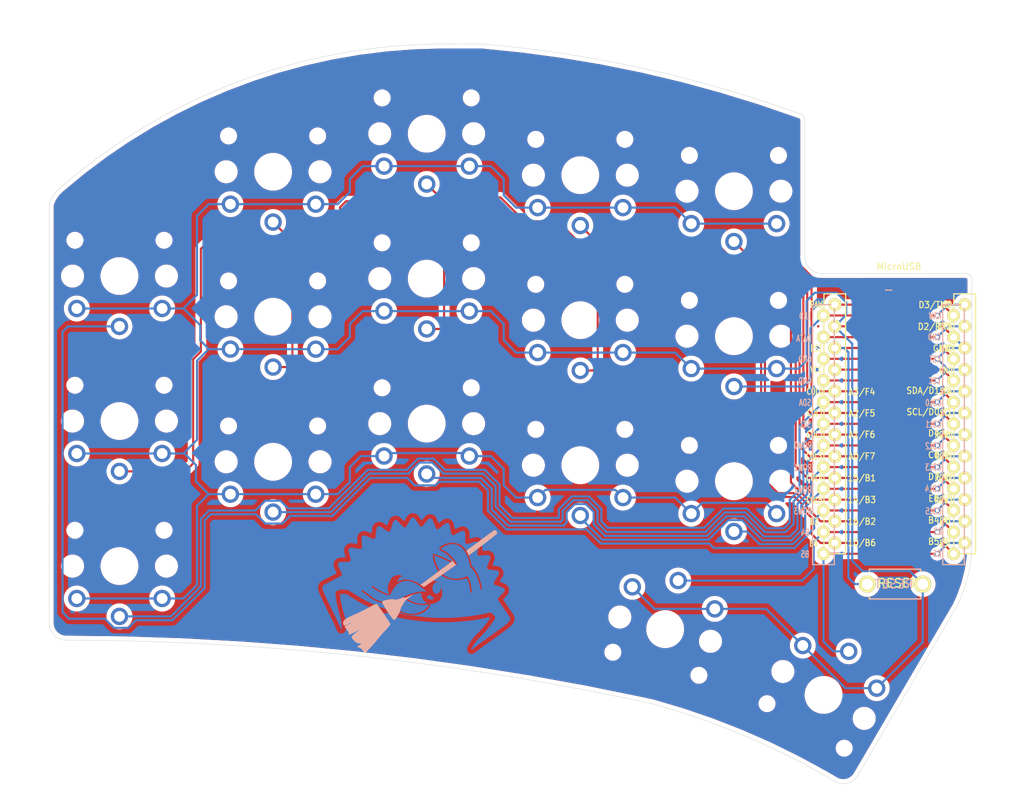
<source format=kicad_pcb>
(kicad_pcb (version 20171130) (host pcbnew 5.1.10)
  (title_block (title Ferris_Sweep_Compact) (date 2020-09-03) (rev 0.1) (company BroomLabs))
  (layers (0 F.Cu signal) (31 B.Cu signal) (34 B.Paste user) (35 F.Paste user) (36 B.SilkS user) (37 F.SilkS user) (38 B.Mask user) (39 F.Mask user) (44 Edge.Cuts user))
  (net 0 "")
  (net 1 row0)
  (net 2 row1)
  (net 3 row2)
  (net 4 row3)
  (net 5 GND)
  (net 6 VCC)
  (net 7 col0)
  (net 8 col1)
  (net 9 col2)
  (net 10 col3)
  (net 11 col4)
  (net 12 col5)
  (net 13 LED)
  (net 14 data)
  (net 15 reset)
  (net 16 SCL)
  (net 17 SDA)
  (net 18 "Net-(U1-Pad24)")
  (net 19 "Net-(U1-Pad14)")
  (net 20 "Net-(U1-Pad13)")
  (net 21 "Net-(U1-Pad12)")
  (net 22 "Net-(U1-Pad11)")
  (module kbd:ProMicro_v2 (layer F.Cu) (at 135.382 60.198)
    (fp_text reference U1 hide)
    (fp_text value ProMicro hide)
    (fp_text user - (at -1.2065 -16.256) (layer B.SilkS) (effects (font (thickness 0.15) italic) (justify mirror)))
    (fp_text user A3/F4 (at -4.395 -4.25 unlocked) (layer F.SilkS) (effects (font (size 0.75 0.67) (thickness 0.125))))
    (fp_text user A2/F5 (at -4.395 -1.75 unlocked) (layer F.SilkS) (effects (font (size 0.75 0.67) (thickness 0.125))))
    (fp_text user A1/F6 (at -4.395 0.75 unlocked) (layer F.SilkS) (effects (font (size 0.75 0.67) (thickness 0.125))))
    (fp_text user A0/F7 (at -4.395 3.3 unlocked) (layer F.SilkS) (effects (font (size 0.75 0.67) (thickness 0.125))))
    (fp_text user 15/B1 (at -4.395 5.85 unlocked) (layer F.SilkS) (effects (font (size 0.75 0.67) (thickness 0.125))))
    (fp_text user 14/B3 (at -4.395 8.4 unlocked) (layer F.SilkS) (effects (font (size 0.75 0.67) (thickness 0.125))))
    (fp_text user 10/B6 (at -4.395 13.45 unlocked) (layer F.SilkS) (effects (font (size 0.75 0.67) (thickness 0.125))))
    (fp_text user 16/B2 (at -4.395 10.95 unlocked) (layer F.SilkS) (effects (font (size 0.75 0.67) (thickness 0.125))))
    (fp_text user E6/7 (at 4.705 8.25 unlocked) (layer F.SilkS) (effects (font (size 0.75 0.67) (thickness 0.125))))
    (fp_text user D7/6 (at 4.705 5.7 unlocked) (layer F.SilkS) (effects (font (size 0.75 0.67) (thickness 0.125))))
    (fp_text user D3/TX0 (at 4.155 -14.45 unlocked) (layer F.SilkS) (effects (font (size 0.75 0.67) (thickness 0.125))))
    (fp_text user D4/4 (at 4.705 0.6 unlocked) (layer F.SilkS) (effects (font (size 0.75 0.67) (thickness 0.125))))
    (fp_text user SDA/D1/2 (at 3.455 -4.4 unlocked) (layer F.SilkS) (effects (font (size 0.75 0.67) (thickness 0.125))))
    (fp_text user SCL/D0/3 (at 3.455 -1.9 unlocked) (layer F.SilkS) (effects (font (size 0.75 0.67) (thickness 0.125))))
    (fp_text user C6/5 (at 4.705 3.15 unlocked) (layer F.SilkS) (effects (font (size 0.75 0.67) (thickness 0.125))))
    (fp_text user B5/9 (at 4.705 13.3 unlocked) (layer F.SilkS) (effects (font (size 0.75 0.67) (thickness 0.125))))
    (fp_text user D2/RX1 (at 4.155 -11.9 unlocked) (layer F.SilkS) (effects (font (size 0.75 0.67) (thickness 0.125))))
    (fp_text user B4/8 (at 4.705 10.8 unlocked) (layer F.SilkS) (effects (font (size 0.75 0.67) (thickness 0.125))))
    (fp_text user MicroUSB (at -0.05 -18.95) (layer F.SilkS) (effects (font (size 0.75 0.75) (thickness 0.12))))
    (fp_text user "" (at -0.5 -17.25) (layer F.SilkS))
    (fp_text user "" (at -1.2065 -16.256) (layer B.SilkS) (effects (justify mirror)))
    (fp_text user RAW (at -9.7155 -14.478) (layer F.SilkS) (effects (font (size 0.75 0.5) (thickness 0.125))))
    (fp_text user LED (at 5.5 -14.478) (layer F.SilkS) (effects (font (size 0.75 0.5) (thickness 0.125))))
    (fp_text user GND (at 4.955 -9.35) (layer F.SilkS) (effects (font (size 0.75 0.67) (thickness 0.125))))
    (fp_text user DATA (at 5.35 -11.95) (layer F.SilkS) (effects (font (size 0.75 0.5) (thickness 0.125))))
    (fp_text user RST (at -9.7155 -9.3345) (layer F.SilkS) (effects (font (size 0.75 0.5) (thickness 0.125))))
    (fp_text user GND (at 5.5245 -9.3345) (layer F.SilkS) (effects (font (size 0.75 0.5) (thickness 0.125))))
    (fp_text user VCC (at -9.7155 -6.858) (layer F.SilkS) (effects (font (size 0.75 0.5) (thickness 0.125))))
    (fp_text user GND (at 5.461 -6.7945) (layer F.SilkS) (effects (font (size 0.75 0.5) (thickness 0.125))))
    (fp_text user COL3 (at -10 3.35) (layer F.SilkS) (effects (font (size 0.75 0.5) (thickness 0.125))))
    (fp_text user ROW0 (at 5.2 0.8) (layer F.SilkS) (effects (font (size 0.75 0.5) (thickness 0.125))))
    (fp_text user COL2 (at -9.9 0.762) (layer F.SilkS) (effects (font (size 0.75 0.5) (thickness 0.125))))
    (fp_text user SCL (at 5.461 -1.778) (layer F.SilkS) (effects (font (size 0.75 0.5) (thickness 0.125))))
    (fp_text user COL1 (at -9.85 -1.778) (layer F.SilkS) (effects (font (size 0.75 0.5) (thickness 0.125))))
    (fp_text user SDA (at 5.461 -4.318) (layer F.SilkS) (effects (font (size 0.75 0.5) (thickness 0.125))))
    (fp_text user COL0 (at -9.9 -4.3) (layer F.SilkS) (effects (font (size 0.75 0.5) (thickness 0.125))))
    (fp_text user B6 (at -10.05 13.5) (layer F.SilkS) (effects (font (size 0.75 0.5) (thickness 0.125))))
    (fp_text user B5 (at 5.2 13.5255) (layer F.SilkS) (effects (font (size 0.75 0.5) (thickness 0.125))))
    (fp_text user B4 (at 5.2 10.922) (layer F.SilkS) (effects (font (size 0.75 0.5) (thickness 0.125))))
    (fp_text user B2 (at -9.95 10.95) (layer F.SilkS) (effects (font (size 0.75 0.5) (thickness 0.125))))
    (fp_text user ROW3 (at 5.2 8.4455) (layer F.SilkS) (effects (font (size 0.75 0.5) (thickness 0.125))))
    (fp_text user COL5 (at -9.95 8.4455) (layer F.SilkS) (effects (font (size 0.75 0.5) (thickness 0.125))))
    (fp_text user ROW2 (at 5.2 5.85) (layer F.SilkS) (effects (font (size 0.75 0.5) (thickness 0.125))))
    (fp_text user COL4 (at -9.95 5.85) (layer F.SilkS) (effects (font (size 0.75 0.5) (thickness 0.125))))
    (fp_text user ROW1 (at 5.25 3.302) (layer F.SilkS) (effects (font (size 0.75 0.5) (thickness 0.125))))
    (fp_text user ROW1 (at -11.3 4.6355) (layer B.SilkS) (effects (font (size 0.75 0.5) (thickness 0.125)) (justify mirror)))
    (fp_text user COL4 (at 3.95 7.112) (layer B.SilkS) (effects (font (size 0.75 0.5) (thickness 0.125)) (justify mirror)))
    (fp_text user ROW2 (at -11.3 7.239) (layer B.SilkS) (effects (font (size 0.75 0.5) (thickness 0.125)) (justify mirror)))
    (fp_text user COL5 (at 4 9.75) (layer B.SilkS) (effects (font (size 0.75 0.5) (thickness 0.125)) (justify mirror)))
    (fp_text user ROW3 (at -11.3 9.75) (layer B.SilkS) (effects (font (size 0.75 0.5) (thickness 0.125)) (justify mirror)))
    (fp_text user B2 (at 4.5085 12.1285) (layer B.SilkS) (effects (font (size 0.75 0.5) (thickness 0.125)) (justify mirror)))
    (fp_text user B4 (at -11.049 12.2555) (layer B.SilkS) (effects (font (size 0.75 0.5) (thickness 0.125)) (justify mirror)))
    (fp_text user B5 (at -11.049 14.7955) (layer B.SilkS) (effects (font (size 0.75 0.5) (thickness 0.125)) (justify mirror)))
    (fp_text user B6 (at 4.445 14.732) (layer B.SilkS) (effects (font (size 0.75 0.5) (thickness 0.125)) (justify mirror)))
    (fp_text user COL0 (at 4 -2.95) (layer B.SilkS) (effects (font (size 0.75 0.5) (thickness 0.125)) (justify mirror)))
    (fp_text user SDA (at -11.049 -2.9845) (layer B.SilkS) (effects (font (size 0.75 0.5) (thickness 0.125)) (justify mirror)))
    (fp_text user COL1 (at 4 -0.4445) (layer B.SilkS) (effects (font (size 0.75 0.5) (thickness 0.125)) (justify mirror)))
    (fp_text user SCL (at -11.049 -0.4445) (layer B.SilkS) (effects (font (size 0.75 0.5) (thickness 0.125)) (justify mirror)))
    (fp_text user COL2 (at 4 2.1) (layer B.SilkS) (effects (font (size 0.75 0.5) (thickness 0.125)) (justify mirror)))
    (fp_text user ROW0 (at -11.3 2.032) (layer B.SilkS) (effects (font (size 0.75 0.5) (thickness 0.125)) (justify mirror)))
    (fp_text user COL3 (at 4 4.6) (layer B.SilkS) (effects (font (size 0.75 0.5) (thickness 0.125)) (justify mirror)))
    (fp_text user GND (at -11.049 -5.5245) (layer B.SilkS) (effects (font (size 0.75 0.5) (thickness 0.125)) (justify mirror)))
    (fp_text user VCC (at 4.1275 -5.5245) (layer B.SilkS) (effects (font (size 0.75 0.5) (thickness 0.125)) (justify mirror)))
    (fp_text user GND (at -11.049 -8.0645) (layer B.SilkS) (effects (font (size 0.75 0.5) (thickness 0.125)) (justify mirror)))
    (fp_text user RST (at 4.191 -8.0645) (layer B.SilkS) (effects (font (size 0.75 0.5) (thickness 0.125)) (justify mirror)))
    (fp_text user DATA (at -11.2 -10.5) (layer B.SilkS) (effects (font (size 0.75 0.5) (thickness 0.125)) (justify mirror)))
    (fp_text user GND (at 4.1275 -10.668) (layer B.SilkS) (effects (font (size 0.75 0.5) (thickness 0.125)) (justify mirror)))
    (fp_text user LED (at -11.049 -13.1445) (layer B.SilkS) (effects (font (size 0.75 0.5) (thickness 0.125)) (justify mirror)))
    (fp_text user RAW (at 4.191 -13.1445) (layer B.SilkS) (effects (font (size 0.75 0.5) (thickness 0.125)) (justify mirror)))
    (pad 24 thru_hole circle (at 6.35 -13.208) (size 1.524 1.524) (drill 0.8128) (layers *.Cu *.Mask F.SilkS) (net 18 "Net-(U1-Pad24)"))
    (pad 23 thru_hole circle (at 6.35 -10.668) (size 1.524 1.524) (drill 0.8128) (layers *.Cu *.Mask F.SilkS) (net 5 GND))
    (pad 22 thru_hole circle (at 6.35 -8.128) (size 1.524 1.524) (drill 0.8128) (layers *.Cu *.Mask F.SilkS) (net 15 reset))
    (pad 21 thru_hole circle (at 6.35 -5.588) (size 1.524 1.524) (drill 0.8128) (layers *.Cu *.Mask F.SilkS) (net 6 VCC))
    (pad 20 thru_hole circle (at 6.35 -3.048) (size 1.524 1.524) (drill 0.8128) (layers *.Cu *.Mask F.SilkS) (net 7 col0))
    (pad 19 thru_hole circle (at 6.35 -0.508) (size 1.524 1.524) (drill 0.8128) (layers *.Cu *.Mask F.SilkS) (net 8 col1))
    (pad 18 thru_hole circle (at 6.35 2.032) (size 1.524 1.524) (drill 0.8128) (layers *.Cu *.Mask F.SilkS) (net 9 col2))
    (pad 17 thru_hole circle (at 6.35 4.572) (size 1.524 1.524) (drill 0.8128) (layers *.Cu *.Mask F.SilkS) (net 10 col3))
    (pad 16 thru_hole circle (at 6.35 7.112) (size 1.524 1.524) (drill 0.8128) (layers *.Cu *.Mask F.SilkS) (net 11 col4))
    (pad 15 thru_hole circle (at 6.35 9.652) (size 1.524 1.524) (drill 0.8128) (layers *.Cu *.Mask F.SilkS) (net 12 col5))
    (pad 14 thru_hole circle (at 6.35 12.192) (size 1.524 1.524) (drill 0.8128) (layers *.Cu *.Mask F.SilkS) (net 19 "Net-(U1-Pad14)"))
    (pad 13 thru_hole circle (at 6.35 14.732) (size 1.524 1.524) (drill 0.8128) (layers *.Cu *.Mask F.SilkS) (net 20 "Net-(U1-Pad13)"))
    (pad 12 thru_hole circle (at -8.89 14.732) (size 1.524 1.524) (drill 0.8128) (layers *.Cu *.Mask F.SilkS) (net 21 "Net-(U1-Pad12)"))
    (pad 11 thru_hole circle (at -8.89 12.192) (size 1.524 1.524) (drill 0.8128) (layers *.Cu *.Mask F.SilkS) (net 22 "Net-(U1-Pad11)"))
    (pad 10 thru_hole circle (at -8.89 9.652) (size 1.524 1.524) (drill 0.8128) (layers *.Cu *.Mask F.SilkS) (net 4 row3))
    (pad 9 thru_hole circle (at -8.89 7.112) (size 1.524 1.524) (drill 0.8128) (layers *.Cu *.Mask F.SilkS) (net 3 row2))
    (pad 8 thru_hole circle (at -8.89 4.572) (size 1.524 1.524) (drill 0.8128) (layers *.Cu *.Mask F.SilkS) (net 2 row1))
    (pad 7 thru_hole circle (at -8.89 2.032) (size 1.524 1.524) (drill 0.8128) (layers *.Cu *.Mask F.SilkS) (net 1 row0))
    (pad 6 thru_hole circle (at -8.89 -0.508) (size 1.524 1.524) (drill 0.8128) (layers *.Cu *.Mask F.SilkS) (net 16 SCL))
    (pad 5 thru_hole circle (at -8.89 -3.048) (size 1.524 1.524) (drill 0.8128) (layers *.Cu *.Mask F.SilkS) (net 17 SDA))
    (pad 4 thru_hole circle (at -8.89 -5.588) (size 1.524 1.524) (drill 0.8128) (layers *.Cu *.Mask F.SilkS) (net 5 GND))
    (pad 3 thru_hole circle (at -8.89 -8.128) (size 1.524 1.524) (drill 0.8128) (layers *.Cu *.Mask F.SilkS) (net 5 GND))
    (pad 2 thru_hole circle (at -8.89 -10.668) (size 1.524 1.524) (drill 0.8128) (layers *.Cu *.Mask F.SilkS) (net 14 data))
    (pad 1 thru_hole circle (at -8.89 -13.208) (size 1.524 1.524) (drill 0.8128) (layers *.Cu *.Mask F.SilkS) (net 13 LED))
    (pad 1 thru_hole circle (at 7.6564 -14.478) (size 1.524 1.524) (drill 0.8128) (layers *.Cu *.Mask F.SilkS) (net 13 LED))
    (pad 2 thru_hole circle (at 7.6564 -11.938) (size 1.524 1.524) (drill 0.8128) (layers *.Cu *.Mask F.SilkS) (net 14 data))
    (pad 3 thru_hole circle (at 7.6564 -9.398) (size 1.524 1.524) (drill 0.8128) (layers *.Cu *.Mask F.SilkS) (net 5 GND))
    (pad 4 thru_hole circle (at 7.6564 -6.858) (size 1.524 1.524) (drill 0.8128) (layers *.Cu *.Mask F.SilkS) (net 5 GND))
    (pad 5 thru_hole circle (at 7.6564 -4.318) (size 1.524 1.524) (drill 0.8128) (layers *.Cu *.Mask F.SilkS) (net 17 SDA))
    (pad 6 thru_hole circle (at 7.6564 -1.778) (size 1.524 1.524) (drill 0.8128) (layers *.Cu *.Mask F.SilkS) (net 16 SCL))
    (pad 7 thru_hole circle (at 7.6564 0.762) (size 1.524 1.524) (drill 0.8128) (layers *.Cu *.Mask F.SilkS) (net 1 row0))
    (pad 8 thru_hole circle (at 7.6564 3.302) (size 1.524 1.524) (drill 0.8128) (layers *.Cu *.Mask F.SilkS) (net 2 row1))
    (pad 9 thru_hole circle (at 7.6564 5.842) (size 1.524 1.524) (drill 0.8128) (layers *.Cu *.Mask F.SilkS) (net 3 row2))
    (pad 10 thru_hole circle (at 7.6564 8.382) (size 1.524 1.524) (drill 0.8128) (layers *.Cu *.Mask F.SilkS) (net 4 row3))
    (pad 11 thru_hole circle (at 7.6564 10.922) (size 1.524 1.524) (drill 0.8128) (layers *.Cu *.Mask F.SilkS) (net 22 "Net-(U1-Pad11)"))
    (pad 12 thru_hole circle (at 7.6564 13.462) (size 1.524 1.524) (drill 0.8128) (layers *.Cu *.Mask F.SilkS) (net 21 "Net-(U1-Pad12)"))
    (pad 13 thru_hole circle (at -7.5636 13.462) (size 1.524 1.524) (drill 0.8128) (layers *.Cu *.Mask F.SilkS) (net 20 "Net-(U1-Pad13)"))
    (pad 14 thru_hole circle (at -7.5636 10.922) (size 1.524 1.524) (drill 0.8128) (layers *.Cu *.Mask F.SilkS) (net 19 "Net-(U1-Pad14)"))
    (pad 15 thru_hole circle (at -7.5636 8.382) (size 1.524 1.524) (drill 0.8128) (layers *.Cu *.Mask F.SilkS) (net 12 col5))
    (pad 16 thru_hole circle (at -7.5636 5.842) (size 1.524 1.524) (drill 0.8128) (layers *.Cu *.Mask F.SilkS) (net 11 col4))
    (pad 17 thru_hole circle (at -7.5636 3.302) (size 1.524 1.524) (drill 0.8128) (layers *.Cu *.Mask F.SilkS) (net 10 col3))
    (pad 18 thru_hole circle (at -7.5636 0.762) (size 1.524 1.524) (drill 0.8128) (layers *.Cu *.Mask F.SilkS) (net 9 col2))
    (pad 19 thru_hole circle (at -7.5636 -1.778) (size 1.524 1.524) (drill 0.8128) (layers *.Cu *.Mask F.SilkS) (net 8 col1))
    (pad 20 thru_hole circle (at -7.5636 -4.318) (size 1.524 1.524) (drill 0.8128) (layers *.Cu *.Mask F.SilkS) (net 7 col0))
    (pad 21 thru_hole circle (at -7.5636 -6.858) (size 1.524 1.524) (drill 0.8128) (layers *.Cu *.Mask F.SilkS) (net 6 VCC))
    (pad 22 thru_hole circle (at -7.5636 -9.398) (size 1.524 1.524) (drill 0.8128) (layers *.Cu *.Mask F.SilkS) (net 15 reset))
    (pad 23 thru_hole circle (at -7.5636 -11.938) (size 1.524 1.524) (drill 0.8128) (layers *.Cu *.Mask F.SilkS) (net 5 GND))
    (pad 24 thru_hole circle (at -7.5636 -14.478) (size 1.524 1.524) (drill 0.8128) (layers *.Cu *.Mask F.SilkS) (net 18 "Net-(U1-Pad24)"))
  )
  (module Kailh:SW_PG1350_reversible_b2 (layer B.Cu) (at 126.5 91.48 330)
    (fp_text reference SW21 hide)
    (fp_text value SW_PUSH hide)
    (pad "" np_thru_hole circle (at -5.22 4.2 330) (size 0.9906 0.9906) (drill 0.9906) (layers *.Cu *.Mask))
    (pad 2 thru_hole circle (at 5 -3.8 330) (size 2.032 2.032) (drill 1.27) (layers *.Cu *.Mask) (net 5 GND))
    (pad "" np_thru_hole circle (at 0 0 330) (size 3.429 3.429) (drill 3.429) (layers *.Cu *.Mask))
    (pad 2 thru_hole circle (at -5 -3.8 330) (size 2.032 2.032) (drill 1.27) (layers *.Cu *.Mask) (net 5 GND))
    (pad 1 thru_hole circle (at 0 -5.9 330) (size 2.032 2.032) (drill 1.27) (layers *.Cu *.Mask) (net 21 "Net-(U1-Pad12)"))
    (pad "" np_thru_hole circle (at 5.22 4.2 330) (size 0.9906 0.9906) (drill 0.9906) (layers *.Cu *.Mask))
    (pad "" np_thru_hole circle (at 5.5 0 330) (size 1.7018 1.7018) (drill 1.7018) (layers *.Cu *.Mask))
    (pad "" np_thru_hole circle (at -5.5 0 330) (size 1.7018 1.7018) (drill 1.7018) (layers *.Cu *.Mask))
  )
  (module Kailh:SW_PG1350_reversible_b2 (layer F.Cu) (at 80 42.67)
    (fp_text reference SW10 hide)
    (fp_text value SW_PUSH hide)
    (pad "" np_thru_hole circle (at -5.22 -4.2) (size 0.9906 0.9906) (drill 0.9906) (layers *.Cu *.Mask))
    (pad 2 thru_hole circle (at 5 3.8) (size 2.032 2.032) (drill 1.27) (layers *.Cu *.Mask) (net 5 GND))
    (pad "" np_thru_hole circle (at 0 0) (size 3.429 3.429) (drill 3.429) (layers *.Cu *.Mask))
    (pad 2 thru_hole circle (at -5 3.8) (size 2.032 2.032) (drill 1.27) (layers *.Cu *.Mask) (net 5 GND))
    (pad 1 thru_hole circle (at 0 5.9) (size 2.032 2.032) (drill 1.27) (layers *.Cu *.Mask) (net 19 "Net-(U1-Pad14)"))
    (pad "" np_thru_hole circle (at 5.22 -4.2) (size 0.9906 0.9906) (drill 0.9906) (layers *.Cu *.Mask))
    (pad "" np_thru_hole circle (at 5.5 0) (size 1.7018 1.7018) (drill 1.7018) (layers *.Cu *.Mask))
    (pad "" np_thru_hole circle (at -5.5 0) (size 1.7018 1.7018) (drill 1.7018) (layers *.Cu *.Mask))
  )
  (module Kailh:SW_PG1350_reversible_b2 (layer F.Cu) (at 44 42.37)
    (fp_text reference SW2 hide)
    (fp_text value SW_PUSH hide)
    (pad "" np_thru_hole circle (at -5.22 -4.2) (size 0.9906 0.9906) (drill 0.9906) (layers *.Cu *.Mask))
    (pad 2 thru_hole circle (at 5 3.8) (size 2.032 2.032) (drill 1.27) (layers *.Cu *.Mask) (net 5 GND))
    (pad "" np_thru_hole circle (at 0 0) (size 3.429 3.429) (drill 3.429) (layers *.Cu *.Mask))
    (pad 2 thru_hole circle (at -5 3.8) (size 2.032 2.032) (drill 1.27) (layers *.Cu *.Mask) (net 5 GND))
    (pad 1 thru_hole circle (at 0 5.9) (size 2.032 2.032) (drill 1.27) (layers *.Cu *.Mask) (net 4 row3))
    (pad "" np_thru_hole circle (at 5.22 -4.2) (size 0.9906 0.9906) (drill 0.9906) (layers *.Cu *.Mask))
    (pad "" np_thru_hole circle (at 5.5 0) (size 1.7018 1.7018) (drill 1.7018) (layers *.Cu *.Mask))
    (pad "" np_thru_hole circle (at -5.5 0) (size 1.7018 1.7018) (drill 1.7018) (layers *.Cu *.Mask))
  )
  (module Kailh:SW_PG1350_reversible_b2 (layer F.Cu) (at 62 30.14)
    (fp_text reference SW3 hide)
    (fp_text value SW_PUSH hide)
    (pad "" np_thru_hole circle (at -5.22 -4.2) (size 0.9906 0.9906) (drill 0.9906) (layers *.Cu *.Mask))
    (pad 2 thru_hole circle (at 5 3.8) (size 2.032 2.032) (drill 1.27) (layers *.Cu *.Mask) (net 5 GND))
    (pad "" np_thru_hole circle (at 0 0) (size 3.429 3.429) (drill 3.429) (layers *.Cu *.Mask))
    (pad 2 thru_hole circle (at -5 3.8) (size 2.032 2.032) (drill 1.27) (layers *.Cu *.Mask) (net 5 GND))
    (pad 1 thru_hole circle (at 0 5.9) (size 2.032 2.032) (drill 1.27) (layers *.Cu *.Mask) (net 10 col3))
    (pad "" np_thru_hole circle (at 5.22 -4.2) (size 0.9906 0.9906) (drill 0.9906) (layers *.Cu *.Mask))
    (pad "" np_thru_hole circle (at 5.5 0) (size 1.7018 1.7018) (drill 1.7018) (layers *.Cu *.Mask))
    (pad "" np_thru_hole circle (at -5.5 0) (size 1.7018 1.7018) (drill 1.7018) (layers *.Cu *.Mask))
  )
  (module Kailh:SW_PG1350_reversible_b2 (layer F.Cu) (at 80 25.68)
    (fp_text reference SW4 hide)
    (fp_text value SW_PUSH hide)
    (pad "" np_thru_hole circle (at -5.22 -4.2) (size 0.9906 0.9906) (drill 0.9906) (layers *.Cu *.Mask))
    (pad 2 thru_hole circle (at 5 3.8) (size 2.032 2.032) (drill 1.27) (layers *.Cu *.Mask) (net 5 GND))
    (pad "" np_thru_hole circle (at 0 0) (size 3.429 3.429) (drill 3.429) (layers *.Cu *.Mask))
    (pad 2 thru_hole circle (at -5 3.8) (size 2.032 2.032) (drill 1.27) (layers *.Cu *.Mask) (net 5 GND))
    (pad 1 thru_hole circle (at 0 5.9) (size 2.032 2.032) (drill 1.27) (layers *.Cu *.Mask) (net 9 col2))
    (pad "" np_thru_hole circle (at 5.22 -4.2) (size 0.9906 0.9906) (drill 0.9906) (layers *.Cu *.Mask))
    (pad "" np_thru_hole circle (at 5.5 0) (size 1.7018 1.7018) (drill 1.7018) (layers *.Cu *.Mask))
    (pad "" np_thru_hole circle (at -5.5 0) (size 1.7018 1.7018) (drill 1.7018) (layers *.Cu *.Mask))
  )
  (module Kailh:SW_PG1350_reversible_b2 (layer F.Cu) (at 98 30.54)
    (fp_text reference SW5 hide)
    (fp_text value SW_PUSH hide)
    (pad "" np_thru_hole circle (at -5.22 -4.2) (size 0.9906 0.9906) (drill 0.9906) (layers *.Cu *.Mask))
    (pad 2 thru_hole circle (at 5 3.8) (size 2.032 2.032) (drill 1.27) (layers *.Cu *.Mask) (net 5 GND))
    (pad "" np_thru_hole circle (at 0 0) (size 3.429 3.429) (drill 3.429) (layers *.Cu *.Mask))
    (pad 2 thru_hole circle (at -5 3.8) (size 2.032 2.032) (drill 1.27) (layers *.Cu *.Mask) (net 5 GND))
    (pad 1 thru_hole circle (at 0 5.9) (size 2.032 2.032) (drill 1.27) (layers *.Cu *.Mask) (net 8 col1))
    (pad "" np_thru_hole circle (at 5.22 -4.2) (size 0.9906 0.9906) (drill 0.9906) (layers *.Cu *.Mask))
    (pad "" np_thru_hole circle (at 5.5 0) (size 1.7018 1.7018) (drill 1.7018) (layers *.Cu *.Mask))
    (pad "" np_thru_hole circle (at -5.5 0) (size 1.7018 1.7018) (drill 1.7018) (layers *.Cu *.Mask))
  )
  (module Kailh:SW_PG1350_reversible_b2 (layer F.Cu) (at 116 32.42)
    (fp_text reference SW6 hide)
    (fp_text value SW_PUSH hide)
    (pad "" np_thru_hole circle (at -5.22 -4.2) (size 0.9906 0.9906) (drill 0.9906) (layers *.Cu *.Mask))
    (pad 2 thru_hole circle (at 5 3.8) (size 2.032 2.032) (drill 1.27) (layers *.Cu *.Mask) (net 5 GND))
    (pad "" np_thru_hole circle (at 0 0) (size 3.429 3.429) (drill 3.429) (layers *.Cu *.Mask))
    (pad 2 thru_hole circle (at -5 3.8) (size 2.032 2.032) (drill 1.27) (layers *.Cu *.Mask) (net 5 GND))
    (pad 1 thru_hole circle (at 0 5.9) (size 2.032 2.032) (drill 1.27) (layers *.Cu *.Mask) (net 7 col0))
    (pad "" np_thru_hole circle (at 5.22 -4.2) (size 0.9906 0.9906) (drill 0.9906) (layers *.Cu *.Mask))
    (pad "" np_thru_hole circle (at 5.5 0) (size 1.7018 1.7018) (drill 1.7018) (layers *.Cu *.Mask))
    (pad "" np_thru_hole circle (at -5.5 0) (size 1.7018 1.7018) (drill 1.7018) (layers *.Cu *.Mask))
  )
  (module Kailh:SW_PG1350_reversible_b2 (layer F.Cu) (at 44 59.37)
    (fp_text reference SW8 hide)
    (fp_text value SW_PUSH hide)
    (pad "" np_thru_hole circle (at -5.22 -4.2) (size 0.9906 0.9906) (drill 0.9906) (layers *.Cu *.Mask))
    (pad 2 thru_hole circle (at 5 3.8) (size 2.032 2.032) (drill 1.27) (layers *.Cu *.Mask) (net 5 GND))
    (pad "" np_thru_hole circle (at 0 0) (size 3.429 3.429) (drill 3.429) (layers *.Cu *.Mask))
    (pad 2 thru_hole circle (at -5 3.8) (size 2.032 2.032) (drill 1.27) (layers *.Cu *.Mask) (net 5 GND))
    (pad 1 thru_hole circle (at 0 5.9) (size 2.032 2.032) (drill 1.27) (layers *.Cu *.Mask) (net 11 col4))
    (pad "" np_thru_hole circle (at 5.22 -4.2) (size 0.9906 0.9906) (drill 0.9906) (layers *.Cu *.Mask))
    (pad "" np_thru_hole circle (at 5.5 0) (size 1.7018 1.7018) (drill 1.7018) (layers *.Cu *.Mask))
    (pad "" np_thru_hole circle (at -5.5 0) (size 1.7018 1.7018) (drill 1.7018) (layers *.Cu *.Mask))
  )
  (module Kailh:SW_PG1350_reversible_b2 (layer F.Cu) (at 62 47.14)
    (fp_text reference SW9 hide)
    (fp_text value SW_PUSH hide)
    (pad "" np_thru_hole circle (at -5.22 -4.2) (size 0.9906 0.9906) (drill 0.9906) (layers *.Cu *.Mask))
    (pad 2 thru_hole circle (at 5 3.8) (size 2.032 2.032) (drill 1.27) (layers *.Cu *.Mask) (net 5 GND))
    (pad "" np_thru_hole circle (at 0 0) (size 3.429 3.429) (drill 3.429) (layers *.Cu *.Mask))
    (pad 2 thru_hole circle (at -5 3.8) (size 2.032 2.032) (drill 1.27) (layers *.Cu *.Mask) (net 5 GND))
    (pad 1 thru_hole circle (at 0 5.9) (size 2.032 2.032) (drill 1.27) (layers *.Cu *.Mask) (net 12 col5))
    (pad "" np_thru_hole circle (at 5.22 -4.2) (size 0.9906 0.9906) (drill 0.9906) (layers *.Cu *.Mask))
    (pad "" np_thru_hole circle (at 5.5 0) (size 1.7018 1.7018) (drill 1.7018) (layers *.Cu *.Mask))
    (pad "" np_thru_hole circle (at -5.5 0) (size 1.7018 1.7018) (drill 1.7018) (layers *.Cu *.Mask))
  )
  (module Kailh:SW_PG1350_reversible_b2 (layer F.Cu) (at 98 47.54)
    (fp_text reference SW11 hide)
    (fp_text value SW_PUSH hide)
    (pad "" np_thru_hole circle (at -5.22 -4.2) (size 0.9906 0.9906) (drill 0.9906) (layers *.Cu *.Mask))
    (pad 2 thru_hole circle (at 5 3.8) (size 2.032 2.032) (drill 1.27) (layers *.Cu *.Mask) (net 5 GND))
    (pad "" np_thru_hole circle (at 0 0) (size 3.429 3.429) (drill 3.429) (layers *.Cu *.Mask))
    (pad 2 thru_hole circle (at -5 3.8) (size 2.032 2.032) (drill 1.27) (layers *.Cu *.Mask) (net 5 GND))
    (pad 1 thru_hole circle (at 0 5.9) (size 2.032 2.032) (drill 1.27) (layers *.Cu *.Mask) (net 20 "Net-(U1-Pad13)"))
    (pad "" np_thru_hole circle (at 5.22 -4.2) (size 0.9906 0.9906) (drill 0.9906) (layers *.Cu *.Mask))
    (pad "" np_thru_hole circle (at 5.5 0) (size 1.7018 1.7018) (drill 1.7018) (layers *.Cu *.Mask))
    (pad "" np_thru_hole circle (at -5.5 0) (size 1.7018 1.7018) (drill 1.7018) (layers *.Cu *.Mask))
  )
  (module Kailh:SW_PG1350_reversible_b2 (layer F.Cu) (at 116 49.42)
    (fp_text reference SW12 hide)
    (fp_text value SW_PUSH hide)
    (pad "" np_thru_hole circle (at -5.22 -4.2) (size 0.9906 0.9906) (drill 0.9906) (layers *.Cu *.Mask))
    (pad 2 thru_hole circle (at 5 3.8) (size 2.032 2.032) (drill 1.27) (layers *.Cu *.Mask) (net 5 GND))
    (pad "" np_thru_hole circle (at 0 0) (size 3.429 3.429) (drill 3.429) (layers *.Cu *.Mask))
    (pad 2 thru_hole circle (at -5 3.8) (size 2.032 2.032) (drill 1.27) (layers *.Cu *.Mask) (net 5 GND))
    (pad 1 thru_hole circle (at 0 5.9) (size 2.032 2.032) (drill 1.27) (layers *.Cu *.Mask) (net 13 LED))
    (pad "" np_thru_hole circle (at 5.22 -4.2) (size 0.9906 0.9906) (drill 0.9906) (layers *.Cu *.Mask))
    (pad "" np_thru_hole circle (at 5.5 0) (size 1.7018 1.7018) (drill 1.7018) (layers *.Cu *.Mask))
    (pad "" np_thru_hole circle (at -5.5 0) (size 1.7018 1.7018) (drill 1.7018) (layers *.Cu *.Mask))
  )
  (module Kailh:SW_PG1350_reversible_b2 (layer F.Cu) (at 62 64.145)
    (fp_text reference SW15 hide)
    (fp_text value SW_PUSH hide)
    (pad "" np_thru_hole circle (at -5.22 -4.2) (size 0.9906 0.9906) (drill 0.9906) (layers *.Cu *.Mask))
    (pad 2 thru_hole circle (at 5 3.8) (size 2.032 2.032) (drill 1.27) (layers *.Cu *.Mask) (net 5 GND))
    (pad "" np_thru_hole circle (at 0 0) (size 3.429 3.429) (drill 3.429) (layers *.Cu *.Mask))
    (pad 2 thru_hole circle (at -5 3.8) (size 2.032 2.032) (drill 1.27) (layers *.Cu *.Mask) (net 5 GND))
    (pad 1 thru_hole circle (at 0 5.9) (size 2.032 2.032) (drill 1.27) (layers *.Cu *.Mask) (net 16 SCL))
    (pad "" np_thru_hole circle (at 5.22 -4.2) (size 0.9906 0.9906) (drill 0.9906) (layers *.Cu *.Mask))
    (pad "" np_thru_hole circle (at 5.5 0) (size 1.7018 1.7018) (drill 1.7018) (layers *.Cu *.Mask))
    (pad "" np_thru_hole circle (at -5.5 0) (size 1.7018 1.7018) (drill 1.7018) (layers *.Cu *.Mask))
  )
  (module Kailh:SW_PG1350_reversible_b2 (layer F.Cu) (at 80 59.67)
    (fp_text reference SW16 hide)
    (fp_text value SW_PUSH hide)
    (pad "" np_thru_hole circle (at -5.22 -4.2) (size 0.9906 0.9906) (drill 0.9906) (layers *.Cu *.Mask))
    (pad 2 thru_hole circle (at 5 3.8) (size 2.032 2.032) (drill 1.27) (layers *.Cu *.Mask) (net 5 GND))
    (pad "" np_thru_hole circle (at 0 0) (size 3.429 3.429) (drill 3.429) (layers *.Cu *.Mask))
    (pad 2 thru_hole circle (at -5 3.8) (size 2.032 2.032) (drill 1.27) (layers *.Cu *.Mask) (net 5 GND))
    (pad 1 thru_hole circle (at 0 5.9) (size 2.032 2.032) (drill 1.27) (layers *.Cu *.Mask) (net 1 row0))
    (pad "" np_thru_hole circle (at 5.22 -4.2) (size 0.9906 0.9906) (drill 0.9906) (layers *.Cu *.Mask))
    (pad "" np_thru_hole circle (at 5.5 0) (size 1.7018 1.7018) (drill 1.7018) (layers *.Cu *.Mask))
    (pad "" np_thru_hole circle (at -5.5 0) (size 1.7018 1.7018) (drill 1.7018) (layers *.Cu *.Mask))
  )
  (module Kailh:SW_PG1350_reversible_b2 (layer F.Cu) (at 98 64.545)
    (fp_text reference SW17 hide)
    (fp_text value SW_PUSH hide)
    (pad "" np_thru_hole circle (at -5.22 -4.2) (size 0.9906 0.9906) (drill 0.9906) (layers *.Cu *.Mask))
    (pad 2 thru_hole circle (at 5 3.8) (size 2.032 2.032) (drill 1.27) (layers *.Cu *.Mask) (net 5 GND))
    (pad "" np_thru_hole circle (at 0 0) (size 3.429 3.429) (drill 3.429) (layers *.Cu *.Mask))
    (pad 2 thru_hole circle (at -5 3.8) (size 2.032 2.032) (drill 1.27) (layers *.Cu *.Mask) (net 5 GND))
    (pad 1 thru_hole circle (at 0 5.9) (size 2.032 2.032) (drill 1.27) (layers *.Cu *.Mask) (net 2 row1))
    (pad "" np_thru_hole circle (at 5.22 -4.2) (size 0.9906 0.9906) (drill 0.9906) (layers *.Cu *.Mask))
    (pad "" np_thru_hole circle (at 5.5 0) (size 1.7018 1.7018) (drill 1.7018) (layers *.Cu *.Mask))
    (pad "" np_thru_hole circle (at -5.5 0) (size 1.7018 1.7018) (drill 1.7018) (layers *.Cu *.Mask))
  )
  (module Kailh:SW_PG1350_reversible_b2 (layer F.Cu) (at 116 66.42)
    (fp_text reference SW18 hide)
    (fp_text value SW_PUSH hide)
    (pad "" np_thru_hole circle (at -5.22 -4.2) (size 0.9906 0.9906) (drill 0.9906) (layers *.Cu *.Mask))
    (pad 2 thru_hole circle (at 5 3.8) (size 2.032 2.032) (drill 1.27) (layers *.Cu *.Mask) (net 5 GND))
    (pad "" np_thru_hole circle (at 0 0) (size 3.429 3.429) (drill 3.429) (layers *.Cu *.Mask))
    (pad 2 thru_hole circle (at -5 3.8) (size 2.032 2.032) (drill 1.27) (layers *.Cu *.Mask) (net 5 GND))
    (pad 1 thru_hole circle (at 0 5.9) (size 2.032 2.032) (drill 1.27) (layers *.Cu *.Mask) (net 3 row2))
    (pad "" np_thru_hole circle (at 5.22 -4.2) (size 0.9906 0.9906) (drill 0.9906) (layers *.Cu *.Mask))
    (pad "" np_thru_hole circle (at 5.5 0) (size 1.7018 1.7018) (drill 1.7018) (layers *.Cu *.Mask))
    (pad "" np_thru_hole circle (at -5.5 0) (size 1.7018 1.7018) (drill 1.7018) (layers *.Cu *.Mask))
  )
  (module Kailh:SW_PG1350_reversible_b2 (layer B.Cu) (at 107.94 83.77 345)
    (fp_text reference SW20 hide)
    (fp_text value SW_PUSH hide)
    (pad "" np_thru_hole circle (at -5.22 4.2 345) (size 0.9906 0.9906) (drill 0.9906) (layers *.Cu *.Mask))
    (pad 2 thru_hole circle (at 5 -3.8 345) (size 2.032 2.032) (drill 1.27) (layers *.Cu *.Mask) (net 5 GND))
    (pad "" np_thru_hole circle (at 0 0 345) (size 3.429 3.429) (drill 3.429) (layers *.Cu *.Mask))
    (pad 2 thru_hole circle (at -5 -3.8 345) (size 2.032 2.032) (drill 1.27) (layers *.Cu *.Mask) (net 5 GND))
    (pad 1 thru_hole circle (at 0 -5.9 345) (size 2.032 2.032) (drill 1.27) (layers *.Cu *.Mask) (net 22 "Net-(U1-Pad11)"))
    (pad "" np_thru_hole circle (at 5.22 4.2 345) (size 0.9906 0.9906) (drill 0.9906) (layers *.Cu *.Mask))
    (pad "" np_thru_hole circle (at 5.5 0 345) (size 1.7018 1.7018) (drill 1.7018) (layers *.Cu *.Mask))
    (pad "" np_thru_hole circle (at -5.5 0 345) (size 1.7018 1.7018) (drill 1.7018) (layers *.Cu *.Mask))
  )
  (module Kailh:SW_PG1350_reversible_b2 (layer F.Cu) (at 44 76.375)
    (fp_text reference SW14 hide)
    (fp_text value SW_PUSH hide)
    (pad "" np_thru_hole circle (at -5.22 -4.2) (size 0.9906 0.9906) (drill 0.9906) (layers *.Cu *.Mask))
    (pad 2 thru_hole circle (at 5 3.8) (size 2.032 2.032) (drill 1.27) (layers *.Cu *.Mask) (net 5 GND))
    (pad "" np_thru_hole circle (at 0 0) (size 3.429 3.429) (drill 3.429) (layers *.Cu *.Mask))
    (pad 2 thru_hole circle (at -5 3.8) (size 2.032 2.032) (drill 1.27) (layers *.Cu *.Mask) (net 5 GND))
    (pad 1 thru_hole circle (at 0 5.9) (size 2.032 2.032) (drill 1.27) (layers *.Cu *.Mask) (net 17 SDA))
    (pad "" np_thru_hole circle (at 5.22 -4.2) (size 0.9906 0.9906) (drill 0.9906) (layers *.Cu *.Mask))
    (pad "" np_thru_hole circle (at 5.5 0) (size 1.7018 1.7018) (drill 1.7018) (layers *.Cu *.Mask))
    (pad "" np_thru_hole circle (at -5.5 0) (size 1.7018 1.7018) (drill 1.7018) (layers *.Cu *.Mask))
  )
  (module Kailh:ferris_broom (layer B.Cu) (at 80.3 79.15 171)
    (fp_text reference G*** hide)
    (fp_text value LOGO hide)
    (fp_poly (pts (xy -2.070755 5.735079) (xy -2.013767 5.733193) (xy -1.962647 5.729706) (xy -1.947334 5.728157) (xy -1.91579 5.72403) (xy -1.878997 5.7183) (xy -1.841135 5.711737) (xy -1.806387 5.705109) (xy -1.778935 5.699187) (xy -1.762962 5.694739) (xy -1.761197 5.693913) (xy -1.749383 5.689933) (xy -1.733913 5.686542) (xy -1.69976 5.678685) (xy -1.654944 5.666018) (xy -1.604482 5.650132) (xy -1.553391 5.632615) (xy -1.506685 5.615056) (xy -1.500717 5.612659) (xy -1.452864 5.593201) (xy -1.41605 5.578176) (xy -1.397757 5.569244) (xy -1.388734 5.561978) (xy -1.388534 5.561206) (xy -1.381213 5.555741) (xy -1.363354 5.550046) (xy -1.361017 5.54952) (xy -1.334178 5.540519) (xy -1.312334 5.52897) (xy -1.296618 5.519291) (xy -1.269751 5.503909) (xy -1.235579 5.484988) (xy -1.20015 5.465865) (xy -1.165151 5.446711) (xy -1.136388 5.43002) (xy -1.116756 5.41754) (xy -1.109147 5.411019) (xy -1.109134 5.410901) (xy -1.10226 5.403266) (xy -1.08585 5.394053) (xy -1.067279 5.384314) (xy -1.042639 5.369673) (xy -1.017625 5.353721) (xy -0.997933 5.340048) (xy -0.9906 5.334) (xy -0.981678 5.327142) (xy -0.963529 5.314319) (xy -0.950384 5.305308) (xy -0.929902 5.290103) (xy -0.916869 5.277912) (xy -0.9144 5.273582) (xy -0.907692 5.266773) (xy -0.903817 5.26626) (xy -0.891672 5.261021) (xy -0.87273 5.247713) (xy -0.861947 5.238743) (xy -0.83469 5.215391) (xy -0.805662 5.191395) (xy -0.798736 5.185833) (xy -0.783298 5.173272) (xy -0.766052 5.158572) (xy -0.744798 5.139762) (xy -0.717335 5.114874) (xy -0.681463 5.08194) (xy -0.645536 5.048757) (xy -0.620612 5.023913) (xy -0.5975 4.997804) (xy -0.57919 4.974145) (xy -0.568671 4.956653) (xy -0.567267 4.951469) (xy -0.574481 4.944193) (xy -0.592494 4.934555) (xy -0.615857 4.924975) (xy -0.639126 4.917873) (xy -0.646085 4.916446) (xy -0.66792 4.910824) (xy -0.688468 4.903524) (xy -0.709079 4.896441) (xy -0.723126 4.893733) (xy -0.736557 4.891119) (xy -0.760155 4.884352) (xy -0.781842 4.877256) (xy -0.807062 4.869305) (xy -0.824412 4.865225) (xy -0.829734 4.865593) (xy -0.834929 4.865546) (xy -0.840317 4.861881) (xy -0.855473 4.854392) (xy -0.878215 4.847573) (xy -0.880534 4.847062) (xy -0.905832 4.839411) (xy -0.926267 4.82956) (xy -0.926868 4.829151) (xy -0.94749 4.819766) (xy -0.96086 4.817533) (xy -0.979529 4.813619) (xy -1.003289 4.803975) (xy -1.007659 4.801729) (xy -1.035188 4.789332) (xy -1.062581 4.780376) (xy -1.064684 4.779889) (xy -1.083341 4.77372) (xy -1.092105 4.76673) (xy -1.0922 4.76606) (xy -1.099409 4.760066) (xy -1.112072 4.758267) (xy -1.132942 4.75281) (xy -1.151467 4.741333) (xy -1.169281 4.729143) (xy -1.183206 4.7244) (xy -1.199285 4.720663) (xy -1.217894 4.712669) (xy -1.23352 4.704764) (xy -1.26091 4.691156) (xy -1.296604 4.673555) (xy -1.337143 4.653672) (xy -1.350434 4.647174) (xy -1.389858 4.627766) (xy -1.423633 4.610852) (xy -1.448933 4.59787) (xy -1.462935 4.590257) (xy -1.464734 4.589042) (xy -1.474577 4.582584) (xy -1.492773 4.5728) (xy -1.494367 4.572) (xy -1.512926 4.562153) (xy -1.523685 4.555359) (xy -1.524 4.555067) (xy -1.533841 4.548685) (xy -1.552032 4.538937) (xy -1.553634 4.538133) (xy -1.572192 4.528291) (xy -1.582951 4.521505) (xy -1.583267 4.521213) (xy -1.593061 4.514343) (xy -1.615209 4.501387) (xy -1.646767 4.483895) (xy -1.66297 4.472895) (xy -1.669742 4.466167) (xy -1.681018 4.458082) (xy -1.68361 4.4577) (xy -1.694208 4.453086) (xy -1.71368 4.441126) (xy -1.732602 4.428096) (xy -1.755478 4.412672) (xy -1.77295 4.40277) (xy -1.780117 4.40058) (xy -1.786238 4.396375) (xy -1.786467 4.3942) (xy -1.79291 4.385979) (xy -1.794934 4.385733) (xy -1.807142 4.380633) (xy -1.820334 4.370917) (xy -1.840889 4.352931) (xy -1.8542 4.341283) (xy -1.869873 4.33012) (xy -1.8796 4.326467) (xy -1.887821 4.320024) (xy -1.888067 4.318) (xy -1.894943 4.310532) (xy -1.901033 4.309533) (xy -1.91516 4.302683) (xy -1.918872 4.296833) (xy -1.929139 4.285588) (xy -1.934834 4.284133) (xy -1.946994 4.280058) (xy -1.948745 4.277783) (xy -1.956307 4.269799) (xy -1.973742 4.254458) (xy -1.997562 4.234807) (xy -2.002367 4.23096) (xy -2.05897 4.185366) (xy -2.107345 4.145084) (xy -2.152571 4.105695) (xy -2.199724 4.062784) (xy -2.25082 4.014837) (xy -2.282144 3.986602) (xy -2.31506 3.959258) (xy -2.343577 3.937729) (xy -2.3495 3.933712) (xy -2.382716 3.908023) (xy -2.422294 3.871176) (xy -2.465482 3.826283) (xy -2.509527 3.776456) (xy -2.551678 3.724809) (xy -2.589183 3.674454) (xy -2.619144 3.628746) (xy -2.632928 3.60764) (xy -2.652372 3.580174) (xy -2.668043 3.559171) (xy -2.690166 3.527118) (xy -2.712998 3.489087) (xy -2.727361 3.461805) (xy -2.741979 3.433921) (xy -2.755504 3.412175) (xy -2.765069 3.401168) (xy -2.765246 3.401062) (xy -2.776185 3.389869) (xy -2.772838 3.38069) (xy -2.761979 3.3782) (xy -2.745394 3.38026) (xy -2.719645 3.385523) (xy -2.703126 3.389552) (xy -2.659361 3.400905) (xy -2.296252 3.040302) (xy -2.179516 2.924591) (xy -2.064878 2.811389) (xy -1.953713 2.702039) (xy -1.847395 2.597883) (xy -1.747298 2.500265) (xy -1.654795 2.410526) (xy -1.57126 2.33001) (xy -1.498069 2.260059) (xy -1.490134 2.252522) (xy -1.435936 2.201049) (xy -1.392906 2.159989) (xy -1.359926 2.1281) (xy -1.335881 2.104141) (xy -1.319654 2.086869) (xy -1.310128 2.075042) (xy -1.306187 2.067418) (xy -1.306715 2.062755) (xy -1.310595 2.05981) (xy -1.31522 2.057912) (xy -1.335836 2.04737) (xy -1.347003 2.039052) (xy -1.360058 2.029955) (xy -1.383666 2.016257) (xy -1.413109 2.000674) (xy -1.418167 1.998126) (xy -1.449636 1.981792) (xy -1.47753 1.966258) (xy -1.496319 1.954618) (xy -1.497626 1.953683) (xy -1.517702 1.942744) (xy -1.533609 1.938867) (xy -1.546724 1.934474) (xy -1.5494 1.928989) (xy -1.552509 1.92298) (xy -1.554445 1.924155) (xy -1.564266 1.92363) (xy -1.582504 1.916106) (xy -1.588569 1.912866) (xy -1.609834 1.902294) (xy -1.625786 1.896729) (xy -1.627975 1.896481) (xy -1.642532 1.89276) (xy -1.660765 1.884708) (xy -1.69831 1.868494) (xy -1.74143 1.854734) (xy -1.766179 1.849081) (xy -1.786701 1.844) (xy -1.798574 1.839186) (xy -1.814186 1.832973) (xy -1.824567 1.830496) (xy -1.846536 1.826373) (xy -1.858182 1.823299) (xy -1.865883 1.819529) (xy -1.8669 1.818913) (xy -1.880912 1.813315) (xy -1.90606 1.80559) (xy -1.936925 1.797166) (xy -1.96809 1.789471) (xy -1.994134 1.783934) (xy -2.0066 1.782091) (xy -2.028804 1.778781) (xy -2.056421 1.772863) (xy -2.061634 1.771551) (xy -2.086245 1.765782) (xy -2.10518 1.762402) (xy -2.1082 1.762121) (xy -2.124082 1.760743) (xy -2.148861 1.758045) (xy -2.159 1.756841) (xy -2.305927 1.744119) (xy -2.460366 1.740238) (xy -2.616413 1.745054) (xy -2.768162 1.758421) (xy -2.878667 1.774503) (xy -2.906407 1.779029) (xy -2.931223 1.782618) (xy -2.955197 1.786837) (xy -2.983266 1.793214) (xy -2.986257 1.793986) (xy -3.042283 1.808501) (xy -3.082076 1.818429) (xy -3.105611 1.823765) (xy -3.1115 1.82473) (xy -3.127667 1.82777) (xy -3.151485 1.833749) (xy -3.174475 1.840449) (xy -3.183467 1.843551) (xy -3.198545 1.847117) (xy -3.202785 1.846988) (xy -3.21378 1.849392) (xy -3.234258 1.85712) (xy -3.246771 1.862577) (xy -3.270943 1.872644) (xy -3.289611 1.878752) (xy -3.294782 1.8796) (xy -3.308606 1.882445) (xy -3.333658 1.889919) (xy -3.365418 1.900426) (xy -3.399364 1.912375) (xy -3.430976 1.924171) (xy -3.455733 1.934221) (xy -3.469115 1.94093) (xy -3.469422 1.941163) (xy -3.481387 1.946064) (xy -3.485257 1.944699) (xy -3.494781 1.945644) (xy -3.514807 1.953018) (xy -3.540037 1.964756) (xy -3.566417 1.977743) (xy -3.586726 1.987136) (xy -3.596168 1.990774) (xy -3.608624 1.995179) (xy -3.633452 2.005979) (xy -3.667953 2.021854) (xy -3.709424 2.041482) (xy -3.755166 2.063543) (xy -3.802478 2.086715) (xy -3.848659 2.109679) (xy -3.891009 2.131112) (xy -3.926827 2.149694) (xy -3.953413 2.164103) (xy -3.966429 2.171879) (xy -3.98478 2.183619) (xy -4.013092 2.201131) (xy -4.046745 2.221575) (xy -4.066578 2.233469) (xy -4.141123 2.277946) (xy -4.166062 2.263214) (xy -4.182833 2.25204) (xy -4.190878 2.244189) (xy -4.191 2.243637) (xy -4.196453 2.235762) (xy -4.211055 2.218735) (xy -4.232176 2.195567) (xy -4.243917 2.183086) (xy -4.282792 2.141536) (xy -4.311807 2.108922) (xy -4.333329 2.08247) (xy -4.349727 2.059403) (xy -4.350795 2.057765) (xy -4.365502 2.03706) (xy -4.377267 2.022726) (xy -4.388135 2.008492) (xy -4.403941 1.984977) (xy -4.419601 1.959976) (xy -4.436055 1.933584) (xy -4.450101 1.912459) (xy -4.458294 1.901656) (xy -4.465894 1.890317) (xy -4.478754 1.867674) (xy -4.494699 1.837636) (xy -4.503518 1.820333) (xy -4.521058 1.785565) (xy -4.537267 1.753678) (xy -4.549583 1.7297) (xy -4.553101 1.722967) (xy -4.56451 1.701134) (xy -4.573819 1.682438) (xy -4.583879 1.660939) (xy -4.59754 1.630694) (xy -4.599823 1.6256) (xy -4.615489 1.590924) (xy -4.633411 1.55167) (xy -4.644207 1.528233) (xy -4.655959 1.502202) (xy -4.663982 1.48317) (xy -4.666521 1.475356) (xy -4.669029 1.467185) (xy -4.676768 1.447947) (xy -4.686716 1.424881) (xy -4.698389 1.397194) (xy -4.706961 1.374454) (xy -4.710155 1.363458) (xy -4.716227 1.344645) (xy -4.718775 1.339882) (xy -4.726507 1.322361) (xy -4.728771 1.314482) (xy -4.733021 1.299758) (xy -4.741585 1.272692) (xy -4.753239 1.236938) (xy -4.766757 1.196147) (xy -4.780914 1.153976) (xy -4.794486 1.114076) (xy -4.806248 1.080102) (xy -4.814974 1.055707) (xy -4.818906 1.045633) (xy -4.825384 1.028109) (xy -4.833854 1.00132) (xy -4.83939 0.982133) (xy -4.848012 0.951076) (xy -4.853486 0.931763) (xy -4.857161 0.919616) (xy -4.860389 0.910054) (xy -4.861855 0.905933) (xy -4.868436 0.885379) (xy -4.876284 0.858025) (xy -4.883583 0.830562) (xy -4.888513 0.809679) (xy -4.88946 0.804333) (xy -4.892803 0.788878) (xy -4.899338 0.764723) (xy -4.902643 0.753533) (xy -4.909664 0.729081) (xy -4.914085 0.711191) (xy -4.914775 0.706967) (xy -4.91934 0.691914) (xy -4.920362 0.690033) (xy -4.92499 0.67698) (xy -4.930473 0.655055) (xy -4.935276 0.631437) (xy -4.937859 0.613305) (xy -4.937828 0.608491) (xy -4.942569 0.599489) (xy -4.953337 0.588129) (xy -4.966151 0.569374) (xy -4.969934 0.553568) (xy -4.972994 0.534634) (xy -4.980814 0.507721) (xy -4.986867 0.491066) (xy -4.996249 0.466605) (xy -5.002398 0.449303) (xy -5.003801 0.444186) (xy -4.995894 0.442635) (xy -4.974416 0.441374) (xy -4.942725 0.44054) (xy -4.907471 0.440267) (xy -4.858575 0.441078) (xy -4.825375 0.443592) (xy -4.806709 0.447925) (xy -4.80243 0.45085) (xy -4.796046 0.465159) (xy -4.789915 0.489191) (xy -4.787716 0.501754) (xy -4.782751 0.526331) (xy -4.776939 0.543089) (xy -4.774224 0.546704) (xy -4.767907 0.558099) (xy -4.766734 0.56747) (xy -4.764223 0.585366) (xy -4.757934 0.610759) (xy -4.755175 0.619887) (xy -4.746726 0.64924) (xy -4.73758 0.685216) (xy -4.732587 0.706967) (xy -4.725807 0.735286) (xy -4.719432 0.757098) (xy -4.715622 0.766233) (xy -4.710566 0.778721) (xy -4.703841 0.801902) (xy -4.699102 0.821267) (xy -4.691063 0.852638) (xy -4.682224 0.881313) (xy -4.677762 0.893233) (xy -4.670016 0.913835) (xy -4.65964 0.944425) (xy -4.648752 0.978736) (xy -4.647716 0.982133) (xy -4.635131 1.02196) (xy -4.620636 1.065324) (xy -4.60563 1.108299) (xy -4.591515 1.146961) (xy -4.57969 1.177386) (xy -4.571557 1.195648) (xy -4.571474 1.195802) (xy -4.564695 1.213623) (xy -4.563534 1.221459) (xy -4.560378 1.233487) (xy -4.551874 1.257388) (xy -4.539464 1.289521) (xy -4.524594 1.326249) (xy -4.508708 1.363931) (xy -4.493249 1.398928) (xy -4.492197 1.401233) (xy -4.482454 1.422676) (xy -4.469047 1.45235) (xy -4.457757 1.477433) (xy -4.443475 1.508535) (xy -4.429785 1.537226) (xy -4.421541 1.553633) (xy -4.410349 1.575105) (xy -4.402 1.591531) (xy -4.401901 1.591733) (xy -4.374228 1.647385) (xy -4.350719 1.693428) (xy -4.332188 1.728318) (xy -4.319447 1.750514) (xy -4.314361 1.757723) (xy -4.305518 1.76946) (xy -4.29126 1.790995) (xy -4.275667 1.816043) (xy -4.258319 1.843548) (xy -4.242421 1.866792) (xy -4.232387 1.8796) (xy -4.218581 1.897092) (xy -4.203775 1.919536) (xy -4.203045 1.920764) (xy -4.191271 1.938205) (xy -4.182417 1.947057) (xy -4.181399 1.947333) (xy -4.173653 1.953863) (xy -4.16148 1.970196) (xy -4.157068 1.977074) (xy -4.144845 1.995788) (xy -4.133378 2.008295) (xy -4.120158 2.014366) (xy -4.102676 2.013769) (xy -4.078424 2.006275) (xy -4.044891 1.991654) (xy -3.999569 1.969676) (xy -3.98215 1.961044) (xy -3.920601 1.930654) (xy -3.866749 1.904492) (xy -3.814863 1.879834) (xy -3.759208 1.853957) (xy -3.69405 1.824138) (xy -3.690595 1.822566) (xy -3.667203 1.812833) (xy -3.634343 1.800351) (xy -3.595568 1.786334) (xy -3.554424 1.771994) (xy -3.514464 1.758544) (xy -3.479234 1.747199) (xy -3.452286 1.739171) (xy -3.437169 1.735673) (xy -3.436214 1.735614) (xy -3.421173 1.731869) (xy -3.400437 1.722871) (xy -3.399381 1.722326) (xy -3.372649 1.711464) (xy -3.331096 1.698701) (xy -3.276661 1.684554) (xy -3.211282 1.669542) (xy -3.167996 1.660415) (xy -3.141615 1.654541) (xy -3.122273 1.649356) (xy -3.116167 1.647034) (xy -3.103222 1.643128) (xy -3.076296 1.637864) (xy -3.038248 1.631654) (xy -2.991935 1.624909) (xy -2.940217 1.618041) (xy -2.885953 1.611462) (xy -2.832001 1.605582) (xy -2.8194 1.604319) (xy -2.761684 1.599843) (xy -2.691766 1.596355) (xy -2.612836 1.593855) (xy -2.528081 1.592342) (xy -2.440689 1.591815) (xy -2.353849 1.592273) (xy -2.270747 1.593714) (xy -2.194573 1.596138) (xy -2.128513 1.599544) (xy -2.075757 1.603929) (xy -2.070049 1.604571) (xy -1.991895 1.614353) (xy -1.92762 1.623948) (xy -1.874184 1.633871) (xy -1.828547 1.644635) (xy -1.820334 1.646866) (xy -1.790994 1.654912) (xy -1.754472 1.664791) (xy -1.7272 1.672091) (xy -1.69622 1.680641) (xy -1.669898 1.68844) (xy -1.655234 1.693336) (xy -1.636713 1.699579) (xy -1.610391 1.707391) (xy -1.6002 1.710203) (xy -1.566846 1.720761) (xy -1.532795 1.733816) (xy -1.526582 1.736536) (xy -1.502363 1.746301) (xy -1.483152 1.751999) (xy -1.478398 1.7526) (xy -1.464053 1.757175) (xy -1.460903 1.760415) (xy -1.449873 1.767649) (xy -1.43077 1.773788) (xy -1.413037 1.77993) (xy -1.405471 1.787011) (xy -1.405467 1.787139) (xy -1.398422 1.79362) (xy -1.389676 1.794933) (xy -1.371408 1.799783) (xy -1.353692 1.80975) (xy -1.336277 1.820751) (xy -1.309127 1.835985) (xy -1.277778 1.852359) (xy -1.274234 1.854136) (xy -1.245659 1.86879) (xy -1.223428 1.880938) (xy -1.21155 1.888367) (xy -1.210734 1.889138) (xy -1.201253 1.896357) (xy -1.18268 1.90782) (xy -1.175471 1.911936) (xy -1.144442 1.929301) (xy -1.112596 1.902334) (xy -1.088531 1.880917) (xy -1.060275 1.854312) (xy -1.042025 1.836363) (xy -1.025702 1.820447) (xy -0.998926 1.794961) (xy -0.963711 1.761794) (xy -0.922072 1.722834) (xy -0.876021 1.679972) (xy -0.827573 1.635096) (xy -0.821267 1.62927) (xy -0.758406 1.571118) (xy -0.693392 1.510779) (xy -0.628105 1.450013) (xy -0.564426 1.39058) (xy -0.504238 1.334242) (xy -0.44942 1.282756) (xy -0.401854 1.237885) (xy -0.36342 1.201388) (xy -0.341395 1.180254) (xy -0.305485 1.145541) (xy -0.420701 1.139759) (xy -0.463656 1.137225) (xy -0.500768 1.134325) (xy -0.528627 1.131378) (xy -0.543824 1.128703) (xy -0.545242 1.128116) (xy -0.561252 1.124209) (xy -0.569084 1.124643) (xy -0.583235 1.124223) (xy -0.608998 1.121125) (xy -0.642426 1.116058) (xy -0.679575 1.109732) (xy -0.716499 1.102856) (xy -0.74925 1.096139) (xy -0.773883 1.09029) (xy -0.786453 1.086019) (xy -0.787151 1.085444) (xy -0.797928 1.08073) (xy -0.817879 1.077463) (xy -0.819 1.077371) (xy -0.836751 1.074004) (xy -0.866821 1.066208) (xy -0.905506 1.055025) (xy -0.949098 1.041497) (xy -0.965303 1.036245) (xy -1.012778 1.020346) (xy -1.046641 1.007985) (xy -1.069526 0.997914) (xy -1.084063 0.988883) (xy -1.092884 0.979642) (xy -1.096214 0.974091) (xy -1.10685 0.957332) (xy -1.125236 0.931971) (xy -1.148181 0.902334) (xy -1.159584 0.888217) (xy -1.192382 0.843994) (xy -1.225498 0.792074) (xy -1.255957 0.737724) (xy -1.280781 0.686208) (xy -1.29551 0.6477) (xy -1.306217 0.618567) (xy -1.320309 0.586012) (xy -1.325393 0.575471) (xy -1.337269 0.549663) (xy -1.345601 0.52771) (xy -1.34752 0.520437) (xy -1.354654 0.50122) (xy -1.359971 0.493624) (xy -1.366894 0.482099) (xy -1.378513 0.458431) (xy -1.393159 0.426168) (xy -1.407835 0.392024) (xy -1.473801 0.219116) (xy -1.524288 0.052216) (xy -1.559283 -0.108567) (xy -1.578773 -0.263125) (xy -1.582746 -0.411347) (xy -1.571188 -0.553125) (xy -1.544087 -0.68835) (xy -1.536763 -0.714729) (xy -1.522625 -0.76045) (xy -1.508301 -0.801795) (xy -1.49491 -0.835961) (xy -1.483571 -0.860144) (xy -1.475403 -0.871543) (xy -1.47396 -0.872067) (xy -1.468704 -0.879132) (xy -1.467179 -0.887449) (xy -1.462511 -0.902042) (xy -1.451301 -0.926091) (xy -1.435883 -0.954633) (xy -1.434341 -0.957299) (xy -1.357519 -1.072624) (xy -1.265833 -1.18015) (xy -1.159586 -1.279612) (xy -1.039079 -1.370748) (xy -0.904613 -1.453292) (xy -0.814617 -1.499918) (xy -0.773639 -1.518889) (xy -0.72857 -1.538253) (xy -0.682266 -1.556952) (xy -0.637585 -1.573932) (xy -0.597387 -1.588137) (xy -0.564528 -1.598512) (xy -0.541866 -1.604) (xy -0.532748 -1.60403) (xy -0.525402 -1.604743) (xy -0.524934 -1.607162) (xy -0.517545 -1.613712) (xy -0.499407 -1.620868) (xy -0.476559 -1.62704) (xy -0.455041 -1.630639) (xy -0.440893 -1.630074) (xy -0.439833 -1.629565) (xy -0.432348 -1.63066) (xy -0.4318 -1.633567) (xy -0.424558 -1.640306) (xy -0.410634 -1.642534) (xy -0.389467 -1.642534) (xy -0.389467 -1.748482) (xy -0.388853 -1.790316) (xy -0.38718 -1.826869) (xy -0.384698 -1.854316) (xy -0.381661 -1.868834) (xy -0.381511 -1.869132) (xy -0.373766 -1.884174) (xy -0.361457 -1.908828) (xy -0.348776 -1.934634) (xy -0.313665 -2.00279) (xy -0.273086 -2.075146) (xy -0.228941 -2.148772) (xy -0.183132 -2.220739) (xy -0.137562 -2.288116) (xy -0.094131 -2.347974) (xy -0.054741 -2.397383) (xy -0.03175 -2.422984) (xy -0.020508 -2.436165) (xy -0.016934 -2.442634) (xy -0.011132 -2.451404) (xy 0.004838 -2.46966) (xy 0.028827 -2.495271) (xy 0.058685 -2.526104) (xy 0.09226 -2.56003) (xy 0.127403 -2.594915) (xy 0.161962 -2.628629) (xy 0.193787 -2.659039) (xy 0.220729 -2.684016) (xy 0.240635 -2.701426) (xy 0.251357 -2.709139) (xy 0.252143 -2.709334) (xy 0.261604 -2.715446) (xy 0.270933 -2.726267) (xy 0.284385 -2.739382) (xy 0.293969 -2.7432) (xy 0.303989 -2.7477) (xy 0.3048 -2.75044) (xy 0.311272 -2.758407) (xy 0.328396 -2.772893) (xy 0.352727 -2.791029) (xy 0.357716 -2.794536) (xy 0.383427 -2.813027) (xy 0.403076 -2.828255) (xy 0.412996 -2.837355) (xy 0.413455 -2.838096) (xy 0.423196 -2.844228) (xy 0.428272 -2.8448) (xy 0.439078 -2.849604) (xy 0.440266 -2.853267) (xy 0.447072 -2.860895) (xy 0.452261 -2.861734) (xy 0.464911 -2.866014) (xy 0.467077 -2.868912) (xy 0.47555 -2.877099) (xy 0.494468 -2.890737) (xy 0.519452 -2.907097) (xy 0.546122 -2.923451) (xy 0.570095 -2.93707) (xy 0.586994 -2.945224) (xy 0.591464 -2.9464) (xy 0.600633 -2.951795) (xy 0.601133 -2.954296) (xy 0.608157 -2.962744) (xy 0.619355 -2.967976) (xy 0.637046 -2.975554) (xy 0.662036 -2.988495) (xy 0.676939 -2.996968) (xy 0.706305 -3.012717) (xy 0.735698 -3.026081) (xy 0.74707 -3.030331) (xy 0.767587 -3.038442) (xy 0.779589 -3.045721) (xy 0.780503 -3.046987) (xy 0.789178 -3.052009) (xy 0.811367 -3.061336) (xy 0.844468 -3.074065) (xy 0.885882 -3.089294) (xy 0.933008 -3.106119) (xy 0.983246 -3.12364) (xy 1.033995 -3.140952) (xy 1.082657 -3.157154) (xy 1.12663 -3.171344) (xy 1.163315 -3.182618) (xy 1.190111 -3.190075) (xy 1.198033 -3.191901) (xy 1.229229 -3.19867) (xy 1.256604 -3.205355) (xy 1.269999 -3.209185) (xy 1.28907 -3.214091) (xy 1.318413 -3.220158) (xy 1.350433 -3.225859) (xy 1.408824 -3.235135) (xy 1.461418 -3.242723) (xy 1.511054 -3.248826) (xy 1.560571 -3.253646) (xy 1.612806 -3.257387) (xy 1.6706 -3.260253) (xy 1.73679 -3.262445) (xy 1.814216 -3.264168) (xy 1.905716 -3.265623) (xy 1.90643 -3.265633) (xy 2.030388 -3.266781) (xy 2.140474 -3.266389) (xy 2.2397 -3.264223) (xy 2.331077 -3.260051) (xy 2.417617 -3.25364) (xy 2.50233 -3.244757) (xy 2.588228 -3.233168) (xy 2.678323 -3.218641) (xy 2.775625 -3.200942) (xy 2.798233 -3.196612) (xy 2.856562 -3.185156) (xy 2.90134 -3.175862) (xy 2.935709 -3.168038) (xy 2.962807 -3.160992) (xy 2.971744 -3.158408) (xy 2.998319 -3.151599) (xy 3.015691 -3.152138) (xy 3.027605 -3.162505) (xy 3.037809 -3.185179) (xy 3.045055 -3.206931) (xy 3.053774 -3.235226) (xy 3.059625 -3.256257) (xy 3.061439 -3.265787) (xy 3.061374 -3.265926) (xy 3.052766 -3.266895) (xy 3.029432 -3.26861) (xy 2.993554 -3.270936) (xy 2.947318 -3.273737) (xy 2.892906 -3.276877) (xy 2.832501 -3.28022) (xy 2.827251 -3.280505) (xy 2.762658 -3.284095) (xy 2.700432 -3.287736) (xy 2.643534 -3.291242) (xy 2.594924 -3.294424) (xy 2.557561 -3.297097) (xy 2.535766 -3.298934) (xy 2.495883 -3.302294) (xy 2.44946 -3.30534) (xy 2.408766 -3.30732) (xy 2.376175 -3.308145) (xy 2.329871 -3.308787) (xy 2.272824 -3.30925) (xy 2.208005 -3.309538) (xy 2.138384 -3.309654) (xy 2.066933 -3.3096) (xy 1.996623 -3.309381) (xy 1.930423 -3.309) (xy 1.871306 -3.30846) (xy 1.822241 -3.307764) (xy 1.7862 -3.306916) (xy 1.777999 -3.306617) (xy 1.754905 -3.305833) (xy 1.71691 -3.304758) (xy 1.666045 -3.303441) (xy 1.604339 -3.30193) (xy 1.533822 -3.300274) (xy 1.456524 -3.298522) (xy 1.374475 -3.296722) (xy 1.295399 -3.295042) (xy 1.001519 -3.287945) (xy 0.722297 -3.279161) (xy 0.455526 -3.268519) (xy 0.199 -3.255844) (xy -0.04949 -3.240964) (xy -0.29215 -3.223706) (xy -0.531187 -3.203896) (xy -0.768808 -3.181363) (xy -1.007221 -3.155933) (xy -1.248632 -3.127432) (xy -1.495249 -3.095689) (xy -1.74928 -3.06053) (xy -1.811867 -3.051525) (xy -2.208085 -2.990355) (xy -2.608847 -2.921136) (xy -3.012582 -2.844292) (xy -3.417717 -2.760252) (xy -3.822682 -2.669439) (xy -4.225904 -2.572282) (xy -4.625812 -2.469205) (xy -5.020834 -2.360634) (xy -5.409398 -2.246997) (xy -5.789932 -2.128719) (xy -6.160866 -2.006226) (xy -6.520627 -1.879944) (xy -6.867643 -1.7503) (xy -7.200342 -1.617719) (xy -7.382337 -1.54127) (xy -7.504507 -1.488932) (xy -7.53897 -1.503934) (xy -7.647014 -1.557772) (xy -7.758215 -1.626224) (xy -7.870468 -1.707811) (xy -7.981664 -1.801055) (xy -8.042167 -1.857308) (xy -8.081687 -1.896583) (xy -8.109862 -1.928055) (xy -8.128475 -1.954615) (xy -8.139311 -1.979151) (xy -8.144153 -2.004554) (xy -8.144934 -2.023718) (xy -8.141031 -2.075149) (xy -8.129157 -2.135964) (xy -8.109061 -2.206842) (xy -8.080493 -2.288462) (xy -8.043201 -2.381503) (xy -7.996937 -2.486643) (xy -7.941449 -2.604561) (xy -7.898316 -2.6924) (xy -7.823081 -2.839647) (xy -7.740389 -2.994671) (xy -7.651577 -3.155278) (xy -7.557981 -3.319274) (xy -7.460938 -3.484463) (xy -7.361784 -3.648651) (xy -7.261857 -3.809643) (xy -7.162493 -3.965244) (xy -7.065028 -4.11326) (xy -6.9708 -4.251496) (xy -6.881145 -4.377757) (xy -6.828313 -4.449234) (xy -6.704379 -4.619897) (xy -6.58618 -4.794474) (xy -6.47474 -4.971103) (xy -6.371083 -5.147925) (xy -6.276233 -5.32308) (xy -6.191216 -5.494707) (xy -6.117055 -5.660945) (xy -6.054775 -5.819936) (xy -6.02397 -5.909733) (xy -6.005617 -5.970327) (xy -5.991295 -6.025477) (xy -5.98131 -6.073271) (xy -5.975967 -6.111796) (xy -5.975572 -6.139139) (xy -5.98043 -6.153387) (xy -5.984805 -6.155009) (xy -5.995667 -6.151072) (xy -6.007101 -6.145199) (xy -6.033907 -6.126357) (xy -6.071113 -6.094226) (xy -6.118677 -6.048848) (xy -6.176559 -5.990265) (xy -6.244718 -5.91852) (xy -6.323113 -5.833655) (xy -6.411703 -5.735712) (xy -6.510448 -5.624734) (xy -6.542842 -5.588) (xy -6.598388 -5.526413) (xy -6.663871 -5.456393) (xy -6.736569 -5.380754) (xy -6.813759 -5.30231) (xy -6.892721 -5.223873) (xy -6.935554 -5.182108) (xy -7.023286 -5.096994) (xy -7.118664 -5.004157) (xy -7.220607 -4.904664) (xy -7.328034 -4.799584) (xy -7.439863 -4.689983) (xy -7.555015 -4.57693) (xy -7.672407 -4.461493) (xy -7.79096 -4.34474) (xy -7.909591 -4.227739) (xy -8.027221 -4.111556) (xy -8.142768 -3.997261) (xy -8.255151 -3.885922) (xy -8.36329 -3.778605) (xy -8.466103 -3.676379) (xy -8.562509 -3.580312) (xy -8.651428 -3.491472) (xy -8.731778 -3.410926) (xy -8.802478 -3.339743) (xy -8.862449 -3.27899) (xy -8.877975 -3.263174) (xy -8.999074 -3.139426) (xy -9.108801 -3.026855) (xy -9.207809 -2.924719) (xy -9.296752 -2.832274) (xy -9.376285 -2.748778) (xy -9.447061 -2.673488) (xy -9.509735 -2.605661) (xy -9.564961 -2.544555) (xy -9.613393 -2.489426) (xy -9.655684 -2.439531) (xy -9.69249 -2.394129) (xy -9.724464 -2.352475) (xy -9.75226 -2.313828) (xy -9.776533 -2.277444) (xy -9.797936 -2.24258) (xy -9.817124 -2.208494) (xy -9.832228 -2.179483) (xy -9.869379 -2.093136) (xy -9.892885 -2.009656) (xy -9.90265 -1.930443) (xy -9.898581 -1.856903) (xy -9.880581 -1.790437) (xy -9.861201 -1.751419) (xy -9.853029 -1.740922) (xy -9.834833 -1.719935) (xy -9.806501 -1.688339) (xy -9.767924 -1.646017) (xy -9.718991 -1.592849) (xy -9.659592 -1.528717) (xy -9.589615 -1.453504) (xy -9.50895 -1.367091) (xy -9.417487 -1.269359) (xy -9.315115 -1.160191) (xy -9.201724 -1.039468) (xy -9.077202 -0.907071) (xy -8.941441 -0.762884) (xy -8.794328 -0.606787) (xy -8.635754 -0.438661) (xy -8.4709 -0.263997) (xy -8.392445 -0.180857) (xy -8.324845 -0.109104) (xy -8.267301 -0.047841) (xy -8.219011 0.003826) (xy -8.179175 0.046794) (xy -8.146993 0.081959) (xy -8.121663 0.110216) (xy -8.102386 0.132462) (xy -8.088361 0.149592) (xy -8.078786 0.162503) (xy -8.072862 0.172089) (xy -8.069788 0.179248) (xy -8.068764 0.184875) (xy -8.068734 0.18605) (xy -8.073433 0.195317) (xy -8.086997 0.217295) (xy -8.108628 0.250791) (xy -8.137528 0.294613) (xy -8.172897 0.347567) (xy -8.213937 0.408461) (xy -8.25985 0.4761) (xy -8.309837 0.549292) (xy -8.363099 0.626844) (xy -8.385824 0.659805) (xy -8.458165 0.764969) (xy -8.522122 0.858675) (xy -8.57748 0.940601) (xy -8.624026 1.010423) (xy -8.661547 1.067817) (xy -8.689828 1.112459) (xy -8.708656 1.144026) (xy -8.717816 1.162195) (xy -8.718058 1.162863) (xy -8.729786 1.21456) (xy -8.733484 1.273968) (xy -8.729298 1.334052) (xy -8.717373 1.387779) (xy -8.713193 1.399409) (xy -8.686223 1.449877) (xy -8.647879 1.498002) (xy -8.602653 1.539014) (xy -8.555038 1.568142) (xy -8.553722 1.568737) (xy -8.53999 1.573969) (xy -8.520486 1.579766) (xy -8.494039 1.586353) (xy -8.459477 1.593959) (xy -8.415626 1.602809) (xy -8.361316 1.613131) (xy -8.295375 1.62515) (xy -8.216629 1.639094) (xy -8.123907 1.65519) (xy -8.016038 1.673663) (xy -7.9756 1.680543) (xy -7.883117 1.696335) (xy -7.795612 1.711425) (xy -7.714508 1.72556) (xy -7.641228 1.738484) (xy -7.577193 1.749942) (xy -7.523828 1.759679) (xy -7.482554 1.76744) (xy -7.454794 1.772969) (xy -7.44197 1.776013) (xy -7.441274 1.776345) (xy -7.435728 1.785552) (xy -7.423863 1.807026) (xy -7.407168 1.838012) (xy -7.387137 1.875754) (xy -7.376128 1.896694) (xy -7.316143 2.011156) (xy -7.536499 2.514761) (xy -7.575079 2.603255) (xy -7.611912 2.688361) (xy -7.646382 2.768614) (xy -7.677872 2.842551) (xy -7.705765 2.908708) (xy -7.729445 2.965618) (xy -7.748295 3.011819) (xy -7.761699 3.045845) (xy -7.769041 3.066232) (xy -7.769889 3.069152) (xy -7.779328 3.138016) (xy -7.773365 3.20586) (xy -7.753418 3.270448) (xy -7.720908 3.32954) (xy -7.677252 3.380899) (xy -7.623872 3.422288) (xy -7.562185 3.451469) (xy -7.520451 3.462437) (xy -7.503442 3.46366) (xy -7.47035 3.464095) (xy -7.422006 3.46376) (xy -7.359241 3.462672) (xy -7.282884 3.460851) (xy -7.193768 3.458314) (xy -7.092723 3.455079) (xy -6.980581 3.451165) (xy -6.943584 3.449813) (xy -6.849854 3.446378) (xy -6.761281 3.443181) (xy -6.679289 3.440271) (xy -6.605302 3.437696) (xy -6.540743 3.435505) (xy -6.487035 3.433745) (xy -6.445602 3.432464) (xy -6.417867 3.431711) (xy -6.405254 3.431533) (xy -6.404627 3.431588) (xy -6.399359 3.438438) (xy -6.385403 3.456254) (xy -6.364575 3.482724) (xy -6.338696 3.515534) (xy -6.322857 3.535584) (xy -6.241962 3.637935) (xy -6.359396 4.157884) (xy -6.385338 4.272724) (xy -6.407801 4.372262) (xy -6.427011 4.457716) (xy -6.443195 4.530307) (xy -6.456582 4.591253) (xy -6.467398 4.641776) (xy -6.475871 4.683094) (xy -6.482227 4.716427) (xy -6.486693 4.742995) (xy -6.489498 4.764018) (xy -6.490868 4.780715) (xy -6.49103 4.794306) (xy -6.490211 4.806011) (xy -6.488639 4.817049) (xy -6.486541 4.82864) (xy -6.485443 4.834598) (xy -6.464751 4.906432) (xy -6.431211 4.96927) (xy -6.386359 5.021701) (xy -6.331729 5.062312) (xy -6.268858 5.089691) (xy -6.199279 5.102427) (xy -6.19383 5.102753) (xy -6.180466 5.103085) (xy -6.165697 5.102545) (xy -6.148201 5.100848) (xy -6.126657 5.097706) (xy -6.099742 5.092835) (xy -6.066136 5.085948) (xy -6.024517 5.076759) (xy -5.973562 5.064982) (xy -5.911951 5.050331) (xy -5.838361 5.03252) (xy -5.751472 5.011262) (xy -5.649961 4.986272) (xy -5.609167 4.976204) (xy -5.084234 4.846591) (xy -4.984751 4.931194) (xy -4.946907 4.963556) (xy -4.920121 4.987307) (xy -4.902484 5.004727) (xy -4.892085 5.018095) (xy -4.887017 5.029692) (xy -4.885368 5.041797) (xy -4.885227 5.050016) (xy -4.885517 5.067072) (xy -4.88636 5.098594) (xy -4.887676 5.142127) (xy -4.889388 5.195216) (xy -4.891418 5.255406) (xy -4.89369 5.32024) (xy -4.894335 5.338233) (xy -4.896579 5.404602) (xy -4.898436 5.467623) (xy -4.899849 5.524704) (xy -4.900765 5.573255) (xy -4.901127 5.610685) (xy -4.90088 5.634404) (xy -4.900725 5.63775) (xy -4.897967 5.683267) (xy -4.821767 5.604324) (xy -4.706123 5.484674) (xy -4.598246 5.373404) (xy -4.494294 5.266568) (xy -4.390426 5.160216) (xy -4.282801 5.0504) (xy -4.2799 5.047446) (xy -4.209234 4.975434) (xy -4.149474 4.914473) (xy -4.099639 4.863555) (xy -4.058748 4.821671) (xy -4.025819 4.787813) (xy -3.999871 4.760973) (xy -3.979924 4.740142) (xy -3.964995 4.724312) (xy -3.955867 4.714417) (xy -3.943396 4.699332) (xy -3.941868 4.688809) (xy -3.950621 4.675081) (xy -3.952324 4.672859) (xy -3.965858 4.652938) (xy -3.981869 4.626276) (xy -3.988491 4.614333) (xy -4.001214 4.591716) (xy -4.011127 4.575966) (xy -4.014361 4.572) (xy -4.019445 4.563576) (xy -4.030899 4.542185) (xy -4.047607 4.510046) (xy -4.068451 4.469382) (xy -4.092316 4.422413) (xy -4.118085 4.371359) (xy -4.144643 4.318443) (xy -4.170872 4.265885) (xy -4.195657 4.215906) (xy -4.217881 4.170726) (xy -4.236428 4.132568) (xy -4.250182 4.103652) (xy -4.254786 4.093633) (xy -4.27113 4.057213) (xy -4.288546 4.018193) (xy -4.298282 3.996266) (xy -4.311837 3.965952) (xy -4.324613 3.937881) (xy -4.330935 3.9243) (xy -4.344918 3.893675) (xy -4.360127 3.858573) (xy -4.375022 3.822787) (xy -4.388065 3.790109) (xy -4.397716 3.764332) (xy -4.402437 3.749248) (xy -4.402667 3.74754) (xy -4.406285 3.734031) (xy -4.415301 3.712829) (xy -4.418678 3.705977) (xy -4.4306 3.679738) (xy -4.43941 3.655426) (xy -4.440394 3.65184) (xy -4.447875 3.62928) (xy -4.459169 3.602211) (xy -4.46189 3.596424) (xy -4.473709 3.568315) (xy -4.482601 3.540918) (xy -4.483645 3.536587) (xy -4.489703 3.518649) (xy -4.501035 3.503529) (xy -4.520715 3.488528) (xy -4.55182 3.470949) (xy -4.567767 3.462783) (xy -4.588279 3.451052) (xy -4.616396 3.433123) (xy -4.648966 3.411229) (xy -4.68284 3.387602) (xy -4.714866 3.364474) (xy -4.741892 3.344079) (xy -4.760766 3.328649) (xy -4.768215 3.320776) (xy -4.775936 3.312544) (xy -4.792979 3.297796) (xy -4.808936 3.285004) (xy -4.832276 3.265623) (xy -4.859419 3.241264) (xy -4.887524 3.214722) (xy -4.91375 3.188793) (xy -4.935255 3.166272) (xy -4.949199 3.149954) (xy -4.953001 3.14325) (xy -4.959575 3.134724) (xy -4.975676 3.122962) (xy -4.978401 3.121313) (xy -4.995398 3.109579) (xy -5.003652 3.100555) (xy -5.003801 3.099757) (xy -5.009201 3.090821) (xy -5.023456 3.073272) (xy -5.043651 3.050669) (xy -5.046772 3.047319) (xy -5.07423 3.016804) (xy -5.102413 2.983605) (xy -5.121962 2.9591) (xy -5.143535 2.93146) (xy -5.164957 2.905127) (xy -5.176714 2.891366) (xy -5.196327 2.866375) (xy -5.215056 2.83819) (xy -5.217383 2.834217) (xy -5.229758 2.814798) (xy -5.239395 2.803573) (xy -5.241622 2.802466) (xy -5.249005 2.795784) (xy -5.261239 2.778681) (xy -5.269702 2.764965) (xy -5.285342 2.740178) (xy -5.300063 2.719879) (xy -5.305591 2.713552) (xy -5.320221 2.696591) (xy -5.336265 2.674708) (xy -5.350189 2.653165) (xy -5.358461 2.637224) (xy -5.359401 2.633407) (xy -5.364395 2.622551) (xy -5.376692 2.605416) (xy -5.379469 2.602033) (xy -5.397652 2.577412) (xy -5.414536 2.55015) (xy -5.415452 2.548465) (xy -5.431557 2.521404) (xy -5.450521 2.493293) (xy -5.453531 2.489198) (xy -5.467447 2.468119) (xy -5.485624 2.437214) (xy -5.50493 2.401892) (xy -5.512337 2.3876) (xy -5.53119 2.351387) (xy -5.549962 2.316689) (xy -5.565535 2.289226) (xy -5.570034 2.281766) (xy -5.584239 2.257618) (xy -5.603186 2.223532) (xy -5.625633 2.181929) (xy -5.65034 2.135225) (xy -5.676068 2.085839) (xy -5.701577 2.03619) (xy -5.725626 1.988695) (xy -5.746975 1.945773) (xy -5.764385 1.909843) (xy -5.776615 1.883321) (xy -5.782426 1.868627) (xy -5.782734 1.866964) (xy -5.786108 1.858387) (xy -5.795269 1.837696) (xy -5.808778 1.808089) (xy -5.823535 1.776313) (xy -5.843183 1.733514) (xy -5.863006 1.688983) (xy -5.880143 1.649212) (xy -5.888145 1.629833) (xy -5.903393 1.59264) (xy -5.919609 1.554265) (xy -5.93201 1.525885) (xy -5.94293 1.500169) (xy -5.950214 1.480347) (xy -5.952067 1.472631) (xy -5.955656 1.460251) (xy -5.964633 1.43966) (xy -5.96841 1.432024) (xy -5.977994 1.410551) (xy -5.990916 1.377974) (xy -6.005246 1.339284) (xy -6.015182 1.310946) (xy -6.045612 1.221901) (xy -6.04329 1.074618) (xy -6.040967 0.927335) (xy -6.004767 0.908388) (xy -5.968566 0.889441) (xy -5.952432 0.925204) (xy -5.9439 0.946623) (xy -5.931927 0.980024) (xy -5.917975 1.021182) (xy -5.903505 1.065871) (xy -5.90055 1.075267) (xy -5.887331 1.117063) (xy -5.875612 1.15325) (xy -5.86644 1.180652) (xy -5.860863 1.196097) (xy -5.859989 1.198033) (xy -5.854064 1.214345) (xy -5.853632 1.21667) (xy -5.849456 1.229274) (xy -5.840127 1.251932) (xy -5.829398 1.275937) (xy -5.817056 1.303744) (xy -5.807771 1.326701) (xy -5.803982 1.338254) (xy -5.79906 1.353601) (xy -5.789747 1.377213) (xy -5.784661 1.389054) (xy -5.772829 1.416598) (xy -5.758057 1.452003) (xy -5.744235 1.4859) (xy -5.730185 1.519477) (xy -5.711677 1.561831) (xy -5.691577 1.606467) (xy -5.679602 1.632379) (xy -5.663401 1.667293) (xy -5.650246 1.696183) (xy -5.641577 1.715852) (xy -5.638801 1.723031) (xy -5.635004 1.733989) (xy -5.624442 1.757451) (xy -5.608354 1.790997) (xy -5.58798 1.83221) (xy -5.56456 1.878671) (xy -5.539335 1.927962) (xy -5.513543 1.977664) (xy -5.488426 2.025361) (xy -5.465223 2.068632) (xy -5.445174 2.105061) (xy -5.429519 2.132228) (xy -5.4261 2.137833) (xy -5.412601 2.160964) (xy -5.394696 2.193543) (xy -5.375505 2.229849) (xy -5.368404 2.243666) (xy -5.34953 2.279238) (xy -5.330521 2.312579) (xy -5.314506 2.338279) (xy -5.309597 2.345265) (xy -5.290931 2.372324) (xy -5.273771 2.400437) (xy -5.271519 2.404531) (xy -5.255047 2.431502) (xy -5.236677 2.456722) (xy -5.235536 2.458099) (xy -5.222323 2.475708) (xy -5.21566 2.488214) (xy -5.215467 2.489473) (xy -5.210705 2.501396) (xy -5.198774 2.521179) (xy -5.183207 2.543561) (xy -5.167538 2.563279) (xy -5.161658 2.569619) (xy -5.149211 2.585067) (xy -5.13343 2.608465) (xy -5.125769 2.621032) (xy -5.112197 2.642334) (xy -5.101451 2.655921) (xy -5.097688 2.658533) (xy -5.090143 2.665208) (xy -5.078401 2.681987) (xy -5.073449 2.690283) (xy -5.05564 2.71788) (xy -5.035601 2.744173) (xy -5.032781 2.747433) (xy -5.014935 2.768557) (xy -4.992852 2.796045) (xy -4.978029 2.815166) (xy -4.954608 2.844348) (xy -4.92611 2.877651) (xy -4.902839 2.903386) (xy -4.882048 2.92641) (xy -4.866789 2.944877) (xy -4.85998 2.955227) (xy -4.859867 2.955824) (xy -4.853301 2.964087) (xy -4.837218 2.975717) (xy -4.834467 2.97738) (xy -4.81746 2.989221) (xy -4.809213 2.998487) (xy -4.809067 2.999317) (xy -4.803205 3.008671) (xy -4.787511 3.026461) (xy -4.764828 3.049893) (xy -4.737996 3.07617) (xy -4.709856 3.102497) (xy -4.68325 3.126079) (xy -4.665002 3.14107) (xy -4.643797 3.15825) (xy -4.628843 3.171611) (xy -4.624282 3.176842) (xy -4.615639 3.185766) (xy -4.595958 3.201699) (xy -4.568391 3.22241) (xy -4.536089 3.245665) (xy -4.502203 3.269232) (xy -4.469885 3.290879) (xy -4.442286 3.308373) (xy -4.423834 3.31885) (xy -4.387421 3.338173) (xy -4.363637 3.353861) (xy -4.349406 3.368613) (xy -4.34165 3.385127) (xy -4.339712 3.392654) (xy -4.331913 3.418501) (xy -4.320334 3.44741) (xy -4.317957 3.452491) (xy -4.30636 3.479112) (xy -4.297637 3.503645) (xy -4.29646 3.507907) (xy -4.288756 3.530597) (xy -4.2771 3.557303) (xy -4.274744 3.562043) (xy -4.264637 3.584164) (xy -4.259095 3.600756) (xy -4.258734 3.603606) (xy -4.255555 3.615272) (xy -4.247043 3.638621) (xy -4.234737 3.669862) (xy -4.220178 3.705202) (xy -4.204902 3.740848) (xy -4.190451 3.773009) (xy -4.187002 3.780366) (xy -4.176761 3.802498) (xy -4.163328 3.832191) (xy -4.154349 3.852333) (xy -4.138804 3.88695) (xy -4.120884 3.926147) (xy -4.109952 3.9497) (xy -4.098216 3.975323) (xy -4.090351 3.993579) (xy -4.088063 4.0005) (xy -4.085141 4.007637) (xy -4.075616 4.027513) (xy -4.060659 4.057824) (xy -4.041445 4.096266) (xy -4.019145 4.140536) (xy -3.994933 4.188331) (xy -3.96998 4.237346) (xy -3.94546 4.285279) (xy -3.922545 4.329825) (xy -3.902408 4.368681) (xy -3.886221 4.399544) (xy -3.875158 4.420109) (xy -3.870401 4.428067) (xy -3.863598 4.437426) (xy -3.852142 4.456661) (xy -3.844558 4.4704) (xy -3.829167 4.497296) (xy -3.813984 4.521149) (xy -3.808574 4.528692) (xy -3.797228 4.54836) (xy -3.793067 4.564175) (xy -3.789181 4.579717) (xy -3.785138 4.584368) (xy -3.77526 4.594481) (xy -3.759928 4.614337) (xy -3.741994 4.639704) (xy -3.724312 4.666349) (xy -3.709735 4.69004) (xy -3.701117 4.706546) (xy -3.699934 4.710742) (xy -3.694093 4.726495) (xy -3.677538 4.752041) (xy -3.651723 4.785395) (xy -3.618101 4.824573) (xy -3.610107 4.83344) (xy -3.582713 4.865234) (xy -3.554611 4.900464) (xy -3.534658 4.9276) (xy -3.494217 4.982042) (xy -3.446963 5.039263) (xy -3.399341 5.09151) (xy -3.393017 5.097981) (xy -3.375305 5.116516) (xy -3.36378 5.129718) (xy -3.361267 5.133614) (xy -3.35513 5.143258) (xy -3.338135 5.161855) (xy -3.31241 5.187491) (xy -3.280081 5.21825) (xy -3.243274 5.252215) (xy -3.204117 5.287472) (xy -3.164737 5.322103) (xy -3.127259 5.354194) (xy -3.093811 5.381829) (xy -3.066518 5.403092) (xy -3.048121 5.415709) (xy -3.031073 5.427489) (xy -3.02276 5.43659) (xy -3.0226 5.437425) (xy -3.015803 5.443481) (xy -3.011092 5.444067) (xy -2.998475 5.449035) (xy -2.978209 5.461823) (xy -2.962409 5.473618) (xy -2.940096 5.489958) (xy -2.922028 5.500726) (xy -2.91465 5.503251) (xy -2.904801 5.507701) (xy -2.904067 5.51022) (xy -2.896983 5.517455) (xy -2.87945 5.526666) (xy -2.874434 5.528733) (xy -2.85526 5.537903) (xy -2.845228 5.545913) (xy -2.8448 5.547247) (xy -2.837921 5.553363) (xy -2.8321 5.554133) (xy -2.820828 5.558348) (xy -2.8194 5.561927) (xy -2.812103 5.568992) (xy -2.79451 5.575187) (xy -2.794098 5.575279) (xy -2.774624 5.581581) (xy -2.763965 5.588651) (xy -2.752334 5.59535) (xy -2.743738 5.596466) (xy -2.725457 5.602595) (xy -2.717878 5.609073) (xy -2.706551 5.617818) (xy -2.701266 5.617879) (xy -2.69049 5.618964) (xy -2.671495 5.626423) (xy -2.666242 5.629031) (xy -2.64111 5.640219) (xy -2.608908 5.652231) (xy -2.5908 5.658121) (xy -2.528812 5.67687) (xy -2.480969 5.691143) (xy -2.445242 5.701484) (xy -2.419607 5.708442) (xy -2.402037 5.712563) (xy -2.390504 5.714393) (xy -2.382982 5.714479) (xy -2.382201 5.714392) (xy -2.361722 5.715323) (xy -2.353734 5.717529) (xy -2.329853 5.723465) (xy -2.292322 5.728311) (xy -2.244394 5.73198) (xy -2.189321 5.734388) (xy -2.130357 5.735449) (xy -2.070755 5.735079)) (layer B.Cu) (width 0.01))
    (fp_poly (pts (xy 3.338859 1.039943) (xy 3.381528 1.037073) (xy 3.414098 1.031849) (xy 3.443386 1.022761) (xy 3.471333 1.010616) (xy 3.542832 0.967875) (xy 3.607733 0.911121) (xy 3.664984 0.842341) (xy 3.713532 0.763523) (xy 3.752325 0.676654) (xy 3.780309 0.58372) (xy 3.796432 0.486708) (xy 3.799747 0.390693) (xy 3.797299 0.313779) (xy 3.759199 0.350196) (xy 3.673719 0.423651) (xy 3.575263 0.494102) (xy 3.467764 0.559419) (xy 3.355157 0.617476) (xy 3.241376 0.666145) (xy 3.130355 0.703298) (xy 3.084249 0.715249) (xy 3.049708 0.723486) (xy 3.017103 0.731513) (xy 2.996217 0.736878) (xy 2.969051 0.742504) (xy 2.944627 0.745053) (xy 2.943301 0.745067) (xy 2.926849 0.747477) (xy 2.920999 0.752447) (xy 2.926114 0.766195) (xy 2.939823 0.789421) (xy 2.959677 0.818764) (xy 2.983225 0.850868) (xy 3.008019 0.882372) (xy 3.031607 0.90992) (xy 3.04881 0.92765) (xy 3.109678 0.977639) (xy 3.170468 1.012259) (xy 3.234392 1.032756) (xy 3.304661 1.040371) (xy 3.338859 1.039943)) (layer B.Cu) (width 0.01))
    (fp_poly (pts (xy 0.876959 -0.512614) (xy 0.879912 -0.513257) (xy 0.909731 -0.520829) (xy 0.950577 -0.532551) (xy 0.999376 -0.547409) (xy 1.053055 -0.564389) (xy 1.108539 -0.582475) (xy 1.162754 -0.600654) (xy 1.212625 -0.617911) (xy 1.25508 -0.633232) (xy 1.287043 -0.645603) (xy 1.303866 -0.653146) (xy 1.327085 -0.664074) (xy 1.359259 -0.677603) (xy 1.392766 -0.690556) (xy 1.41799 -0.70002) (xy 1.442859 -0.709847) (xy 1.469644 -0.721054) (xy 1.500622 -0.734654) (xy 1.538066 -0.751664) (xy 1.584249 -0.773098) (xy 1.641445 -0.799972) (xy 1.701799 -0.828502) (xy 1.790699 -0.870597) (xy 1.990634 -1.072415) (xy 2.069517 -1.152176) (xy 2.137023 -1.220741) (xy 2.193816 -1.278817) (xy 2.240566 -1.327109) (xy 2.277937 -1.366325) (xy 2.306597 -1.39717) (xy 2.327213 -1.420351) (xy 2.340451 -1.436574) (xy 2.346978 -1.446545) (xy 2.347727 -1.450669) (xy 2.337133 -1.458448) (xy 2.313359 -1.470926) (xy 2.279096 -1.486898) (xy 2.237036 -1.50516) (xy 2.189869 -1.524506) (xy 2.140286 -1.543732) (xy 2.137833 -1.544653) (xy 2.097444 -1.559856) (xy 2.058067 -1.574784) (xy 2.025451 -1.587254) (xy 2.01182 -1.592529) (xy 1.986019 -1.601772) (xy 1.965641 -1.607611) (xy 1.958789 -1.608667) (xy 1.941554 -1.61242) (xy 1.932401 -1.616333) (xy 1.916696 -1.622488) (xy 1.888261 -1.631781) (xy 1.850774 -1.643153) (xy 1.807909 -1.655543) (xy 1.763342 -1.667892) (xy 1.720749 -1.679138) (xy 1.683806 -1.688221) (xy 1.680633 -1.688954) (xy 1.64504 -1.697141) (xy 1.610788 -1.705064) (xy 1.587499 -1.710491) (xy 1.510641 -1.726839) (xy 1.427179 -1.741738) (xy 1.350433 -1.752959) (xy 1.307609 -1.758468) (xy 1.263139 -1.764289) (xy 1.225385 -1.769324) (xy 1.219199 -1.770165) (xy 1.156081 -1.776576) (xy 1.0818 -1.780579) (xy 1.001959 -1.782131) (xy 0.922164 -1.781187) (xy 0.848018 -1.777702) (xy 0.800099 -1.773465) (xy 0.751827 -1.767563) (xy 0.696348 -1.759999) (xy 0.637115 -1.751324) (xy 0.57758 -1.742086) (xy 0.521197 -1.732835) (xy 0.471419 -1.724123) (xy 0.431698 -1.716498) (xy 0.406399 -1.710756) (xy 0.379671 -1.703999) (xy 0.347122 -1.696235) (xy 0.334433 -1.69333) (xy 0.286755 -1.6819) (xy 0.237291 -1.668513) (xy 0.181713 -1.65192) (xy 0.115695 -1.630872) (xy 0.097366 -1.624871) (xy 0.057153 -1.612043) (xy 0.021585 -1.601424) (xy -0.005616 -1.594076) (xy -0.02073 -1.59106) (xy -0.021167 -1.59104) (xy -0.020533 -1.588533) (xy -0.006195 -1.582029) (xy 0.01937 -1.572526) (xy 0.052427 -1.561425) (xy 0.090109 -1.548565) (xy 0.12247 -1.536207) (xy 0.145654 -1.525903) (xy 0.155135 -1.520055) (xy 0.166798 -1.512017) (xy 0.171701 -1.512258) (xy 0.180836 -1.510909) (xy 0.200781 -1.50325) (xy 0.227383 -1.490895) (xy 0.229859 -1.489659) (xy 0.348134 -1.421013) (xy 0.455886 -1.339375) (xy 0.55229 -1.245632) (xy 0.636521 -1.140672) (xy 0.707755 -1.025383) (xy 0.75626 -0.922867) (xy 0.771785 -0.882802) (xy 0.78707 -0.838997) (xy 0.80115 -0.794778) (xy 0.813059 -0.753473) (xy 0.821834 -0.718408) (xy 0.826508 -0.692911) (xy 0.826433 -0.680945) (xy 0.826989 -0.669474) (xy 0.829813 -0.667297) (xy 0.834165 -0.658281) (xy 0.839539 -0.636304) (xy 0.845077 -0.605234) (xy 0.847767 -0.586531) (xy 0.852768 -0.550086) (xy 0.85688 -0.527452) (xy 0.861412 -0.515648) (xy 0.867669 -0.511696) (xy 0.876959 -0.512614)) (layer B.Cu) (width 0.01))
    (fp_poly (pts (xy 1.18609 8.26694) (xy 1.214188 8.264416) (xy 1.237977 8.258478) (xy 1.263762 8.247824) (xy 1.28018 8.239924) (xy 1.332822 8.207593) (xy 1.373164 8.170943) (xy 1.383832 8.156508) (xy 1.402225 8.12883) (xy 1.427504 8.089272) (xy 1.458829 8.039199) (xy 1.495361 7.979973) (xy 1.536259 7.912958) (xy 1.580683 7.839518) (xy 1.627793 7.761017) (xy 1.676751 7.678817) (xy 1.688673 7.658705) (xy 1.749686 7.555933) (xy 1.802685 7.467207) (xy 1.848074 7.391879) (xy 1.886258 7.329302) (xy 1.917639 7.278828) (xy 1.942624 7.239812) (xy 1.961614 7.211605) (xy 1.975016 7.193561) (xy 1.983232 7.185032) (xy 1.985006 7.184165) (xy 1.99968 7.182101) (xy 2.027464 7.178955) (xy 2.064598 7.175126) (xy 2.107324 7.171015) (xy 2.114947 7.170311) (xy 2.161716 7.166274) (xy 2.194493 7.164243) (xy 2.216106 7.164256) (xy 2.229381 7.166351) (xy 2.237146 7.170565) (xy 2.238569 7.171966) (xy 2.24602 7.180248) (xy 2.26376 7.200056) (xy 2.290799 7.230284) (xy 2.326148 7.269825) (xy 2.368819 7.317574) (xy 2.417823 7.372423) (xy 2.472171 7.433267) (xy 2.530876 7.498999) (xy 2.592947 7.568512) (xy 2.606265 7.583428) (xy 2.669458 7.654042) (xy 2.729997 7.721376) (xy 2.786832 7.784281) (xy 2.838912 7.84161) (xy 2.885185 7.892213) (xy 2.924601 7.934941) (xy 2.956108 7.968647) (xy 2.978657 7.992182) (xy 2.991195 8.004397) (xy 2.99226 8.005268) (xy 3.046465 8.036544) (xy 3.108708 8.055594) (xy 3.17475 8.061852) (xy 3.240349 8.054752) (xy 3.278688 8.043487) (xy 3.335647 8.013629) (xy 3.387009 7.970326) (xy 3.429288 7.916938) (xy 3.45033 7.878233) (xy 3.457965 7.859688) (xy 3.470674 7.826764) (xy 3.487877 7.78104) (xy 3.508994 7.724098) (xy 3.533443 7.657519) (xy 3.560645 7.582884) (xy 3.590019 7.501775) (xy 3.620985 7.415771) (xy 3.652961 7.326455) (xy 3.653977 7.323608) (xy 3.830783 6.828249) (xy 3.957129 6.788924) (xy 4.083474 6.7496) (xy 4.522832 7.079603) (xy 4.599843 7.137265) (xy 4.673782 7.192281) (xy 4.74339 7.243735) (xy 4.807407 7.290713) (xy 4.864574 7.332298) (xy 4.913631 7.367577) (xy 4.953318 7.395635) (xy 4.982376 7.415555) (xy 4.999546 7.426424) (xy 5.002045 7.427717) (xy 5.051638 7.442567) (xy 5.109023 7.447434) (xy 5.168424 7.442465) (xy 5.224067 7.42781) (xy 5.239021 7.421613) (xy 5.291008 7.390283) (xy 5.338536 7.347533) (xy 5.377344 7.297853) (xy 5.401481 7.250429) (xy 5.40705 7.230297) (xy 5.414883 7.193742) (xy 5.424921 7.141113) (xy 5.437101 7.072759) (xy 5.451364 6.98903) (xy 5.467648 6.890276) (xy 5.485893 6.776845) (xy 5.506038 6.649087) (xy 5.506066 6.648906) (xy 5.592534 6.095805) (xy 5.706144 6.032403) (xy 5.74553 6.010535) (xy 5.779427 5.991931) (xy 5.805217 5.978008) (xy 5.820283 5.970187) (xy 5.823042 5.969) (xy 5.831055 5.972538) (xy 5.853067 5.982745) (xy 5.887788 5.999012) (xy 5.933927 6.020731) (xy 5.990193 6.047291) (xy 6.055298 6.078083) (xy 6.127949 6.112498) (xy 6.206858 6.149927) (xy 6.290733 6.189761) (xy 6.315956 6.201749) (xy 6.405535 6.244151) (xy 6.490678 6.284101) (xy 6.570042 6.32099) (xy 6.642284 6.35421) (xy 6.706061 6.383152) (xy 6.76003 6.407205) (xy 6.802848 6.425761) (xy 6.833171 6.438211) (xy 6.849658 6.443945) (xy 6.850123 6.444051) (xy 6.916044 6.449981) (xy 6.980538 6.440513) (xy 7.041451 6.417163) (xy 7.096626 6.381452) (xy 7.143907 6.334896) (xy 7.181138 6.279016) (xy 7.206163 6.215328) (xy 7.212072 6.189133) (xy 7.21374 6.172468) (xy 7.214712 6.144306) (xy 7.214975 6.103965) (xy 7.214516 6.050757) (xy 7.213325 5.983999) (xy 7.211389 5.903004) (xy 7.208695 5.807088) (xy 7.205232 5.695566) (xy 7.201405 5.580011) (xy 7.182328 5.017456) (xy 7.20826 4.995811) (xy 7.225251 4.981431) (xy 7.251215 4.959223) (xy 7.282336 4.932458) (xy 7.308678 4.909707) (xy 7.383165 4.845248) (xy 7.630699 4.906618) (xy 7.763975 4.939661) (xy 7.881838 4.968867) (xy 7.985311 4.994467) (xy 8.075417 5.016692) (xy 8.15318 5.035774) (xy 8.219624 5.051945) (xy 8.275773 5.065434) (xy 8.322649 5.076474) (xy 8.361277 5.085295) (xy 8.39268 5.092129) (xy 8.417882 5.097207) (xy 8.437906 5.100761) (xy 8.453777 5.103021) (xy 8.466517 5.104219) (xy 8.477151 5.104586) (xy 8.486701 5.104353) (xy 8.496192 5.103751) (xy 8.501635 5.103356) (xy 8.568814 5.090472) (xy 8.630181 5.063019) (xy 8.683935 5.022877) (xy 8.728277 4.971929) (xy 8.761406 4.912057) (xy 8.78152 4.845142) (xy 8.786398 4.805777) (xy 8.786878 4.792512) (xy 8.786526 4.777746) (xy 8.785086 4.760185) (xy 8.782302 4.738534) (xy 8.777919 4.711497) (xy 8.771679 4.677779) (xy 8.763328 4.636086) (xy 8.752609 4.585123) (xy 8.739266 4.523594) (xy 8.723044 4.450205) (xy 8.703686 4.363661) (xy 8.680937 4.262667) (xy 8.665967 4.196425) (xy 8.644825 4.102516) (xy 8.624943 4.013351) (xy 8.606618 3.930319) (xy 8.590147 3.854812) (xy 8.575829 3.788222) (xy 8.563962 3.731938) (xy 8.554843 3.687353) (xy 8.548771 3.655858) (xy 8.546044 3.638842) (xy 8.545991 3.636268) (xy 8.552537 3.626005) (xy 8.5677 3.605183) (xy 8.589497 3.576443) (xy 8.615939 3.542428) (xy 8.628283 3.526788) (xy 8.706346 3.428326) (xy 8.808756 3.433426) (xy 8.885198 3.437049) (xy 8.967802 3.440636) (xy 9.054858 3.444138) (xy 9.144657 3.447505) (xy 9.235491 3.450689) (xy 9.325651 3.45364) (xy 9.413427 3.456311) (xy 9.497111 3.458653) (xy 9.574994 3.460615) (xy 9.645367 3.46215) (xy 9.706521 3.463208) (xy 9.756747 3.463741) (xy 9.794335 3.4637) (xy 9.817578 3.463036) (xy 9.823327 3.462447) (xy 9.887625 3.442064) (xy 9.946287 3.406957) (xy 9.996952 3.359018) (xy 10.037258 3.300135) (xy 10.044899 3.285066) (xy 10.056891 3.258492) (xy 10.064547 3.236084) (xy 10.068827 3.212567) (xy 10.070692 3.18267) (xy 10.0711 3.141133) (xy 10.0711 3.052233) (xy 9.842993 2.532114) (xy 9.614887 2.011995) (xy 9.671649 1.901348) (xy 9.692212 1.861424) (xy 9.710353 1.826499) (xy 9.724522 1.799534) (xy 9.733172 1.783488) (xy 9.734753 1.780767) (xy 9.744091 1.777568) (xy 9.768869 1.771868) (xy 9.807815 1.763905) (xy 9.859658 1.753913) (xy 9.923128 1.742129) (xy 9.996952 1.728787) (xy 10.07986 1.714125) (xy 10.17058 1.698378) (xy 10.267841 1.681781) (xy 10.274397 1.680672) (xy 10.391253 1.660812) (xy 10.492382 1.643389) (xy 10.578785 1.62821) (xy 10.651464 1.615087) (xy 10.71142 1.603826) (xy 10.759654 1.594238) (xy 10.797169 1.586132) (xy 10.824964 1.579316) (xy 10.844042 1.573599) (xy 10.852029 1.570478) (xy 10.900007 1.541283) (xy 10.945597 1.499799) (xy 10.984327 1.450543) (xy 11.002944 1.418058) (xy 11.014083 1.39403) (xy 11.021301 1.37321) (xy 11.025438 1.350745) (xy 11.027333 1.32178) (xy 11.027828 1.28146) (xy 11.027833 1.274233) (xy 11.027456 1.231658) (xy 11.0258 1.201283) (xy 11.022072 1.178383) (xy 11.015482 1.158231) (xy 11.005239 1.136101) (xy 11.004454 1.134533) (xy 10.995572 1.119455) (xy 10.977908 1.09181) (xy 10.952358 1.052924) (xy 10.919816 1.004128) (xy 10.881178 0.946748) (xy 10.837339 0.882113) (xy 10.789193 0.811552) (xy 10.737636 0.736392) (xy 10.683564 0.657961) (xy 10.672504 0.641967) (xy 10.363933 0.195968) (xy 10.416997 0.016328) (xy 11.373047 -0.687879) (xy 11.517954 -0.794687) (xy 11.649596 -0.891872) (xy 11.768408 -0.979764) (xy 11.874825 -1.05869) (xy 11.969284 -1.128979) (xy 12.052218 -1.190959) (xy 12.124065 -1.244957) (xy 12.185259 -1.291304) (xy 12.236237 -1.330326) (xy 12.277433 -1.362353) (xy 12.309283 -1.387712) (xy 12.332224 -1.406732) (xy 12.346689 -1.419742) (xy 12.352629 -1.426293) (xy 12.3775 -1.467951) (xy 12.393927 -1.510333) (xy 12.403148 -1.558229) (xy 12.406405 -1.616427) (xy 12.406426 -1.634067) (xy 12.404693 -1.67839) (xy 12.399809 -1.722739) (xy 12.39125 -1.768149) (xy 12.378496 -1.815655) (xy 12.361022 -1.866293) (xy 12.338307 -1.921099) (xy 12.309828 -1.981108) (xy 12.275061 -2.047354) (xy 12.233484 -2.120875) (xy 12.184575 -2.202705) (xy 12.127811 -2.29388) (xy 12.06267 -2.395435) (xy 11.988628 -2.508406) (xy 11.905162 -2.633828) (xy 11.891448 -2.6543) (xy 11.789672 -2.805308) (xy 11.679257 -2.967586) (xy 11.560048 -3.141355) (xy 11.431891 -3.326833) (xy 11.294634 -3.524242) (xy 11.148121 -3.733801) (xy 10.992199 -3.95573) (xy 10.826715 -4.190249) (xy 10.651514 -4.437578) (xy 10.466443 -4.697936) (xy 10.271348 -4.971544) (xy 10.23319 -5.024967) (xy 10.178995 -5.101336) (xy 10.124865 -5.178573) (xy 10.072242 -5.254558) (xy 10.022567 -5.32717) (xy 9.977283 -5.394291) (xy 9.937833 -5.453799) (xy 9.905657 -5.503575) (xy 9.884772 -5.5372) (xy 9.807572 -5.664384) (xy 9.737578 -5.777688) (xy 9.674879 -5.876983) (xy 9.619561 -5.96214) (xy 9.571714 -6.033029) (xy 9.531424 -6.089522) (xy 9.49878 -6.131489) (xy 9.47387 -6.158802) (xy 9.456781 -6.171331) (xy 9.452757 -6.1722) (xy 9.443447 -6.164599) (xy 9.43611 -6.145208) (xy 9.435347 -6.141536) (xy 9.433068 -6.110291) (xy 9.434782 -6.065087) (xy 9.440113 -6.008323) (xy 9.448686 -5.942399) (xy 9.460123 -5.869715) (xy 9.474049 -5.79267) (xy 9.490087 -5.713665) (xy 9.507861 -5.6351) (xy 9.526132 -5.5626) (xy 9.578158 -5.380061) (xy 9.636402 -5.200561) (xy 9.702028 -5.021087) (xy 9.776196 -4.838627) (xy 9.860069 -4.650169) (xy 9.952334 -4.4577) (xy 10.008721 -4.341769) (xy 10.062902 -4.226171) (xy 10.116283 -4.107712) (xy 10.170272 -3.983198) (xy 10.226275 -3.849436) (xy 10.2857 -3.703232) (xy 10.295876 -3.677828) (xy 10.370307 -3.488599) (xy 10.439322 -3.306876) (xy 10.50275 -3.133255) (xy 10.560426 -2.968335) (xy 10.612179 -2.812713) (xy 10.657842 -2.666986) (xy 10.697247 -2.531752) (xy 10.730225 -2.407609) (xy 10.756607 -2.295152) (xy 10.776226 -2.194981) (xy 10.788914 -2.107692) (xy 10.794501 -2.033883) (xy 10.79282 -1.974152) (xy 10.786233 -1.937278) (xy 10.782453 -1.925809) (xy 10.776808 -1.915086) (xy 10.767555 -1.903583) (xy 10.752947 -1.889774) (xy 10.73124 -1.872132) (xy 10.700689 -1.849132) (xy 10.659549 -1.819248) (xy 10.613794 -1.786467) (xy 10.564189 -1.75477) (xy 10.502391 -1.721113) (xy 10.43268 -1.687445) (xy 10.359339 -1.655717) (xy 10.28665 -1.627881) (xy 10.218894 -1.605887) (xy 10.215033 -1.604783) (xy 10.100408 -1.574607) (xy 9.994872 -1.552218) (xy 9.893171 -1.53697) (xy 9.790049 -1.528219) (xy 9.680254 -1.525319) (xy 9.58064 -1.526883) (xy 9.493991 -1.530398) (xy 9.421976 -1.535343) (xy 9.362333 -1.542065) (xy 9.312796 -1.550909) (xy 9.271103 -1.562223) (xy 9.234988 -1.576354) (xy 9.224433 -1.58143) (xy 9.205565 -1.590266) (xy 9.172475 -1.605029) (xy 9.12657 -1.625125) (xy 9.069256 -1.64996) (xy 9.001937 -1.678939) (xy 8.926021 -1.71147) (xy 8.842914 -1.746956) (xy 8.75402 -1.784806) (xy 8.660747 -1.824424) (xy 8.5645 -1.865217) (xy 8.466685 -1.90659) (xy 8.368708 -1.947949) (xy 8.271975 -1.988702) (xy 8.177892 -2.028252) (xy 8.087865 -2.066008) (xy 8.0033 -2.101373) (xy 7.925603 -2.133755) (xy 7.856179 -2.16256) (xy 7.796435 -2.187193) (xy 7.747777 -2.20706) (xy 7.71161 -2.221567) (xy 7.689341 -2.230121) (xy 7.687733 -2.230697) (xy 7.373925 -2.339332) (xy 7.073945 -2.438619) (xy 6.787553 -2.528633) (xy 6.514507 -2.609449) (xy 6.254566 -2.681143) (xy 6.180593 -2.700499) (xy 6.074687 -2.727856) (xy 6.008927 -2.688978) (xy 5.944454 -2.653445) (xy 5.888202 -2.627749) (xy 5.841254 -2.61224) (xy 5.804691 -2.607269) (xy 5.779594 -2.613186) (xy 5.778008 -2.614213) (xy 5.76939 -2.622432) (xy 5.751713 -2.640856) (xy 5.727226 -2.667088) (xy 5.698181 -2.698733) (xy 5.684874 -2.713382) (xy 5.644439 -2.758015) (xy 5.613497 -2.791813) (xy 5.59011 -2.816434) (xy 5.572341 -2.833536) (xy 5.558251 -2.844776) (xy 5.545903 -2.851812) (xy 5.53336 -2.856303) (xy 5.518683 -2.859906) (xy 5.5118 -2.861466) (xy 5.482508 -2.869356) (xy 5.457858 -2.878058) (xy 5.447968 -2.882878) (xy 5.43141 -2.889892) (xy 5.403867 -2.898335) (xy 5.370994 -2.906494) (xy 5.367535 -2.907249) (xy 5.321208 -2.916904) (xy 5.266276 -2.927831) (xy 5.204783 -2.939671) (xy 5.138772 -2.952062) (xy 5.070286 -2.964646) (xy 5.001369 -2.977063) (xy 4.934062 -2.988954) (xy 4.870411 -2.999958) (xy 4.812457 -3.009716) (xy 4.762245 -3.017869) (xy 4.721816 -3.024056) (xy 4.693216 -3.027918) (xy 4.678485 -3.029096) (xy 4.676982 -3.028804) (xy 4.680909 -3.021774) (xy 4.693641 -3.005661) (xy 4.712505 -2.98383) (xy 4.714231 -2.981902) (xy 4.738718 -2.954335) (xy 4.762457 -2.92715) (xy 4.777932 -2.909044) (xy 4.796485 -2.887231) (xy 4.812935 -2.868397) (xy 4.816186 -2.864786) (xy 4.826042 -2.853185) (xy 4.844086 -2.831255) (xy 4.867965 -2.801917) (xy 4.895324 -2.768092) (xy 4.923809 -2.732703) (xy 4.951068 -2.698669) (xy 4.974746 -2.668915) (xy 4.99249 -2.64636) (xy 4.999407 -2.637367) (xy 5.009825 -2.623786) (xy 5.027855 -2.600506) (xy 5.050672 -2.571168) (xy 5.068377 -2.548467) (xy 5.092468 -2.516911) (xy 5.113154 -2.48852) (xy 5.127797 -2.466986) (xy 5.133125 -2.457788) (xy 5.144225 -2.444466) (xy 5.165182 -2.436738) (xy 5.180688 -2.43427) (xy 5.214266 -2.429539) (xy 5.251113 -2.423513) (xy 5.262033 -2.421537) (xy 5.296641 -2.4156) (xy 5.33225 -2.410291) (xy 5.342466 -2.408966) (xy 5.376683 -2.403865) (xy 5.412441 -2.39721) (xy 5.418666 -2.395874) (xy 5.441404 -2.391083) (xy 5.476283 -2.384036) (xy 5.518807 -2.375627) (xy 5.56448 -2.366754) (xy 5.571066 -2.365488) (xy 5.616822 -2.356623) (xy 5.660078 -2.348093) (xy 5.696338 -2.340796) (xy 5.721106 -2.335627) (xy 5.723466 -2.335109) (xy 5.754698 -2.328188) (xy 5.784852 -2.321502) (xy 5.7912 -2.320094) (xy 5.810975 -2.315333) (xy 5.842663 -2.307285) (xy 5.881831 -2.297092) (xy 5.922433 -2.286326) (xy 5.968776 -2.27397) (xy 6.015936 -2.261478) (xy 6.057819 -2.25046) (xy 6.083909 -2.243664) (xy 6.130814 -2.231205) (xy 6.173246 -2.218978) (xy 6.213427 -2.206053) (xy 6.253581 -2.191499) (xy 6.295931 -2.174386) (xy 6.342701 -2.153782) (xy 6.396114 -2.128759) (xy 6.458394 -2.098384) (xy 6.531763 -2.061727) (xy 6.595122 -2.029697) (xy 6.663364 -1.995125) (xy 6.728787 -1.962051) (xy 6.78941 -1.93147) (xy 6.843254 -1.90438) (xy 6.888337 -1.881776) (xy 6.922678 -1.864654) (xy 6.944297 -1.854011) (xy 6.9469 -1.852757) (xy 6.975939 -1.838625) (xy 7.000856 -1.826077) (xy 7.014633 -1.818729) (xy 7.025736 -1.812865) (xy 7.050124 -1.800314) (xy 7.085959 -1.782006) (xy 7.131402 -1.758871) (xy 7.184616 -1.731838) (xy 7.243761 -1.701837) (xy 7.307001 -1.6698) (xy 7.372495 -1.636655) (xy 7.438407 -1.603332) (xy 7.502898 -1.570762) (xy 7.564129 -1.539874) (xy 7.620262 -1.511599) (xy 7.66946 -1.486867) (xy 7.709883 -1.466606) (xy 7.739694 -1.451748) (xy 7.753426 -1.44498) (xy 7.781097 -1.431127) (xy 7.796524 -1.421162) (xy 7.802689 -1.411566) (xy 7.802577 -1.398821) (xy 7.800888 -1.389015) (xy 7.791348 -1.360974) (xy 7.776221 -1.33593) (xy 7.762569 -1.318716) (xy 7.754531 -1.307047) (xy 7.754159 -1.306296) (xy 7.745212 -1.298742) (xy 7.726744 -1.288433) (xy 7.7216 -1.285984) (xy 7.715832 -1.282777) (xy 7.711401 -1.279787) (xy 7.707147 -1.277531) (xy 7.701911 -1.276528) (xy 7.694533 -1.277296) (xy 7.683854 -1.280352) (xy 7.668713 -1.286214) (xy 7.647953 -1.2954) (xy 7.620412 -1.308428) (xy 7.584932 -1.325817) (xy 7.540352 -1.348083) (xy 7.485514 -1.375745) (xy 7.419258 -1.409321) (xy 7.340424 -1.449329) (xy 7.247852 -1.496286) (xy 7.2263 -1.507209) (xy 7.154134 -1.543748) (xy 7.084923 -1.578731) (xy 7.020491 -1.611242) (xy 6.962666 -1.640361) (xy 6.913272 -1.66517) (xy 6.874137 -1.684749) (xy 6.847085 -1.69818) (xy 6.836833 -1.703184) (xy 6.807866 -1.7173) (xy 6.783076 -1.729776) (xy 6.769395 -1.737048) (xy 6.758338 -1.742879) (xy 6.733898 -1.755457) (xy 6.69781 -1.773899) (xy 6.651807 -1.797321) (xy 6.597625 -1.824843) (xy 6.536997 -1.85558) (xy 6.471658 -1.88865) (xy 6.454917 -1.897114) (xy 6.36389 -1.942751) (xy 6.286131 -1.980858) (xy 6.220096 -2.012112) (xy 6.164243 -2.037193) (xy 6.11703 -2.056781) (xy 6.076915 -2.071553) (xy 6.042353 -2.08219) (xy 6.024033 -2.08678) (xy 6.008845 -2.09133) (xy 6.002866 -2.093453) (xy 5.987188 -2.098296) (xy 5.962707 -2.104887) (xy 5.952066 -2.107561) (xy 5.927096 -2.113808) (xy 5.891535 -2.122844) (xy 5.851176 -2.133191) (xy 5.8293 -2.138838) (xy 5.785647 -2.150092) (xy 5.754166 -2.158077) (xy 5.730651 -2.163835) (xy 5.7109 -2.168407) (xy 5.7023 -2.170317) (xy 5.687699 -2.176246) (xy 5.68325 -2.178788) (xy 5.673891 -2.182421) (xy 5.672666 -2.181258) (xy 5.665585 -2.180553) (xy 5.648231 -2.184257) (xy 5.64515 -2.185128) (xy 5.616963 -2.192381) (xy 5.592233 -2.197541) (xy 5.568551 -2.202288) (xy 5.551775 -2.206518) (xy 5.531763 -2.211244) (xy 5.513675 -2.214381) (xy 5.488382 -2.218679) (xy 5.471583 -2.222201) (xy 5.443503 -2.228755) (xy 5.418741 -2.234127) (xy 5.390966 -2.239617) (xy 5.353845 -2.246523) (xy 5.3467 -2.247831) (xy 5.31149 -2.254309) (xy 5.28001 -2.260172) (xy 5.25818 -2.264318) (xy 5.255683 -2.264806) (xy 5.237778 -2.265524) (xy 5.2324 -2.2575) (xy 5.226512 -2.236492) (xy 5.211383 -2.210973) (xy 5.190814 -2.185429) (xy 5.168604 -2.164348) (xy 5.148556 -2.152216) (xy 5.142088 -2.150878) (xy 5.130603 -2.145768) (xy 5.129388 -2.14385) (xy 5.11894 -2.133505) (xy 5.095492 -2.117943) (xy 5.061654 -2.098504) (xy 5.020037 -2.076531) (xy 4.973252 -2.053365) (xy 4.923909 -2.030348) (xy 4.874619 -2.008822) (xy 4.837056 -1.993606) (xy 4.804326 -1.980729) (xy 4.774357 -1.968656) (xy 4.754033 -1.960167) (xy 4.703621 -1.93983) (xy 4.639964 -1.916707) (xy 4.566312 -1.891836) (xy 4.485916 -1.86626) (xy 4.402024 -1.841018) (xy 4.317889 -1.817152) (xy 4.2545 -1.800241) (xy 4.166148 -1.781427) (xy 4.069418 -1.768781) (xy 3.961538 -1.76202) (xy 3.869266 -1.760644) (xy 3.771466 -1.759385) (xy 3.689906 -1.755054) (xy 3.624163 -1.747597) (xy 3.573816 -1.736959) (xy 3.538443 -1.723086) (xy 3.528183 -1.71646) (xy 3.499598 -1.697723) (xy 3.458654 -1.675054) (xy 3.408938 -1.650227) (xy 3.354032 -1.625018) (xy 3.297522 -1.601202) (xy 3.287031 -1.597033) (xy 3.225471 -1.572293) (xy 3.175814 -1.550746) (xy 3.133939 -1.530116) (xy 3.095724 -1.508125) (xy 3.057046 -1.482497) (xy 3.013785 -1.450956) (xy 2.990312 -1.433147) (xy 2.969502 -1.416454) (xy 2.954894 -1.403916) (xy 2.935549 -1.388319) (xy 2.917479 -1.375522) (xy 2.903017 -1.365096) (xy 2.90179 -1.357811) (xy 2.912829 -1.347586) (xy 2.913009 -1.347439) (xy 2.922555 -1.338569) (xy 2.922744 -1.331504) (xy 2.911676 -1.322354) (xy 2.895929 -1.312451) (xy 2.875815 -1.298825) (xy 2.863523 -1.288097) (xy 2.861733 -1.284935) (xy 2.854848 -1.279189) (xy 2.849033 -1.278467) (xy 2.837766 -1.273895) (xy 2.836333 -1.27) (xy 2.829816 -1.261869) (xy 2.827301 -1.261534) (xy 2.815348 -1.256761) (xy 2.79662 -1.244863) (xy 2.790519 -1.240367) (xy 2.771818 -1.227104) (xy 2.758879 -1.219735) (xy 2.75686 -1.2192) (xy 2.745769 -1.214491) (xy 2.740725 -1.210861) (xy 2.707992 -1.184546) (xy 2.68648 -1.168215) (xy 2.674648 -1.160725) (xy 2.672016 -1.159934) (xy 2.663457 -1.155653) (xy 2.643046 -1.143798) (xy 2.613243 -1.125844) (xy 2.576505 -1.103268) (xy 2.545149 -1.083734) (xy 2.504409 -1.058546) (xy 2.468327 -1.036871) (xy 2.439466 -1.020197) (xy 2.420387 -1.010015) (xy 2.414027 -1.007534) (xy 2.404991 -1.002056) (xy 2.404533 -0.999637) (xy 2.397479 -0.991314) (xy 2.385483 -0.985796) (xy 2.368874 -0.979119) (xy 2.362199 -0.974642) (xy 2.355125 -0.968986) (xy 2.338956 -0.959148) (xy 2.311586 -0.943906) (xy 2.277919 -0.92578) (xy 2.255715 -0.912823) (xy 2.238906 -0.901137) (xy 2.237098 -0.899584) (xy 2.221347 -0.890413) (xy 2.214134 -0.889) (xy 2.201806 -0.885023) (xy 2.199922 -0.88265) (xy 2.191527 -0.875899) (xy 2.172014 -0.863994) (xy 2.145401 -0.84937) (xy 2.142066 -0.847624) (xy 2.106859 -0.82928) (xy 2.070446 -0.81031) (xy 2.044699 -0.796899) (xy 2.021035 -0.783758) (xy 2.00446 -0.773021) (xy 1.999544 -0.768426) (xy 1.989838 -0.762116) (xy 1.988173 -0.762) (xy 1.977907 -0.758495) (xy 1.955305 -0.748839) (xy 1.923241 -0.73432) (xy 1.884591 -0.716224) (xy 1.863996 -0.706383) (xy 1.786883 -0.669437) (xy 1.722778 -0.639085) (xy 1.669534 -0.614364) (xy 1.625006 -0.594311) (xy 1.587048 -0.577965) (xy 1.553513 -0.564362) (xy 1.522254 -0.552539) (xy 1.515533 -0.550105) (xy 1.484886 -0.538425) (xy 1.458726 -0.527295) (xy 1.443566 -0.519603) (xy 1.430721 -0.513511) (xy 1.406519 -0.503718) (xy 1.374155 -0.491363) (xy 1.33682 -0.477586) (xy 1.297709 -0.463528) (xy 1.260014 -0.450329) (xy 1.226928 -0.439129) (xy 1.201645 -0.43107) (xy 1.187357 -0.42729) (xy 1.185333 -0.427385) (xy 1.178092 -0.426707) (xy 1.15924 -0.421439) (xy 1.136649 -0.414009) (xy 1.097686 -0.401237) (xy 1.054161 -0.388134) (xy 1.010839 -0.376016) (xy 0.972483 -0.366198) (xy 0.943855 -0.359996) (xy 0.937366 -0.358969) (xy 0.912816 -0.353174) (xy 0.896425 -0.346576) (xy 0.881296 -0.340991) (xy 0.874704 -0.341674) (xy 0.864482 -0.342251) (xy 0.848992 -0.337942) (xy 0.825461 -0.331046) (xy 0.797953 -0.325546) (xy 0.796946 -0.325398) (xy 0.753221 -0.31873) (xy 0.720477 -0.312814) (xy 0.702733 -0.308988) (xy 0.662302 -0.301828) (xy 0.609791 -0.29564) (xy 0.550038 -0.290701) (xy 0.48788 -0.287285) (xy 0.428158 -0.285668) (xy 0.375709 -0.286125) (xy 0.340284 -0.288368) (xy 0.313792 -0.289651) (xy 0.295363 -0.287685) (xy 0.290309 -0.28497) (xy 0.293259 -0.2756) (xy 0.305694 -0.261112) (xy 0.322952 -0.245696) (xy 0.340373 -0.23354) (xy 0.352777 -0.228828) (xy 0.364254 -0.223675) (xy 0.365477 -0.221686) (xy 0.373378 -0.21394) (xy 0.39178 -0.199632) (xy 0.417061 -0.181546) (xy 0.423333 -0.177236) (xy 0.44965 -0.158758) (xy 0.469913 -0.14354) (xy 0.480505 -0.134323) (xy 0.481188 -0.13335) (xy 0.490855 -0.127046) (xy 0.49181 -0.127) (xy 0.502017 -0.122443) (xy 0.52204 -0.110368) (xy 0.547967 -0.093166) (xy 0.554119 -0.0889) (xy 0.582324 -0.070672) (xy 0.607229 -0.057195) (xy 0.624137 -0.050961) (xy 0.62596 -0.0508) (xy 0.640748 -0.046363) (xy 0.665034 -0.034546) (xy 0.694383 -0.017588) (xy 0.704763 -0.011025) (xy 0.792022 0.043313) (xy 0.890972 0.101276) (xy 0.997745 0.160826) (xy 1.108475 0.219926) (xy 1.219293 0.276536) (xy 1.326331 0.328619) (xy 1.425722 0.374136) (xy 1.479338 0.39714) (xy 1.653903 0.464628) (xy 1.826676 0.521302) (xy 1.995561 0.566616) (xy 2.158461 0.600022) (xy 2.31328 0.620975) (xy 2.349499 0.624128) (xy 2.40437 0.627352) (xy 2.464566 0.629192) (xy 2.527024 0.62972) (xy 2.588678 0.629012) (xy 2.646463 0.627142) (xy 2.697314 0.624184) (xy 2.738166 0.620212) (xy 2.765953 0.615302) (xy 2.770585 0.613907) (xy 2.785513 0.61063) (xy 2.809032 0.607198) (xy 2.815166 0.60649) (xy 2.843061 0.602858) (xy 2.86739 0.598749) (xy 2.870199 0.59816) (xy 2.941935 0.581434) (xy 3.003843 0.564588) (xy 3.062927 0.545646) (xy 3.088482 0.536628) (xy 3.237052 0.474677) (xy 3.377458 0.398894) (xy 3.510491 0.308723) (xy 3.63694 0.203608) (xy 3.757593 0.082991) (xy 3.801024 0.034208) (xy 3.917837 -0.113436) (xy 4.025316 -0.275006) (xy 4.123305 -0.4502) (xy 4.211651 -0.638714) (xy 4.290197 -0.840246) (xy 4.358789 -1.054492) (xy 4.359895 -1.058334) (xy 4.373538 -1.107249) (xy 4.386834 -1.15739) (xy 4.398314 -1.203061) (xy 4.406506 -1.23857) (xy 4.406885 -1.240367) (xy 4.415721 -1.282218) (xy 4.422116 -1.310071) (xy 4.427094 -1.326504) (xy 4.431676 -1.334096) (xy 4.436885 -1.335423) (xy 4.443648 -1.333104) (xy 4.454157 -1.330024) (xy 4.468752 -1.328657) (xy 4.490051 -1.329141) (xy 4.520677 -1.331612) (xy 4.563249 -1.336207) (xy 4.6101 -1.341802) (xy 4.631655 -1.344206) (xy 4.663006 -1.347435) (xy 4.694766 -1.350541) (xy 4.728885 -1.353895) (xy 4.759782 -1.357124) (xy 4.779433 -1.359367) (xy 4.858837 -1.368416) (xy 4.923411 -1.373643) (xy 4.974805 -1.375114) (xy 5.01467 -1.3729) (xy 5.033433 -1.369896) (xy 5.051151 -1.365767) (xy 5.058824 -1.363219) (xy 5.058833 -1.363182) (xy 5.065728 -1.360677) (xy 5.072626 -1.359152) (xy 5.086423 -1.35573) (xy 5.112137 -1.348747) (xy 5.145432 -1.339396) (xy 5.165759 -1.333572) (xy 5.201761 -1.323331) (xy 5.232963 -1.314725) (xy 5.25487 -1.308981) (xy 5.261308 -1.30749) (xy 5.279014 -1.303065) (xy 5.304767 -1.295621) (xy 5.316342 -1.292045) (xy 5.335455 -1.286065) (xy 5.367915 -1.275972) (xy 5.410887 -1.262644) (xy 5.461538 -1.246958) (xy 5.517032 -1.229795) (xy 5.5499 -1.21964) (xy 5.630803 -1.194608) (xy 5.697848 -1.173728) (xy 5.753374 -1.156215) (xy 5.799721 -1.141284) (xy 5.839228 -1.12815) (xy 5.874234 -1.116029) (xy 5.90708 -1.104136) (xy 5.940104 -1.091685) (xy 5.975646 -1.077892) (xy 5.9944 -1.070521) (xy 6.121179 -1.019612) (xy 6.236344 -0.971228) (xy 6.34457 -0.923269) (xy 6.450533 -0.873636) (xy 6.558908 -0.820228) (xy 6.612466 -0.792991) (xy 6.658437 -0.769395) (xy 6.691317 -0.752342) (xy 6.713064 -0.740604) (xy 6.725631 -0.732952) (xy 6.730973 -0.728157) (xy 6.731047 -0.724992) (xy 6.727806 -0.722228) (xy 6.726521 -0.721323) (xy 6.717404 -0.708325) (xy 6.715645 -0.702734) (xy 6.709457 -0.687939) (xy 6.697323 -0.66675) (xy 6.693208 -0.6604) (xy 6.679248 -0.637156) (xy 6.669459 -0.616716) (xy 6.668206 -0.613072) (xy 6.654264 -0.591528) (xy 6.631791 -0.580551) (xy 6.606857 -0.582788) (xy 6.602941 -0.584603) (xy 6.586388 -0.594629) (xy 6.5786 -0.601239) (xy 6.569296 -0.607678) (xy 6.547165 -0.620233) (xy 6.514629 -0.637665) (xy 6.474112 -0.658732) (xy 6.428038 -0.682195) (xy 6.378829 -0.706813) (xy 6.328911 -0.731346) (xy 6.280705 -0.754554) (xy 6.258676 -0.764957) (xy 6.185128 -0.798595) (xy 6.104469 -0.834028) (xy 6.020068 -0.869883) (xy 5.935294 -0.904788) (xy 5.853515 -0.93737) (xy 5.7781 -0.966255) (xy 5.712417 -0.99007) (xy 5.6769 -1.002065) (xy 5.644472 -1.012439) (xy 5.600457 -1.026322) (xy 5.547829 -1.042792) (xy 5.489564 -1.06093) (xy 5.428634 -1.079818) (xy 5.368016 -1.098534) (xy 5.310683 -1.11616) (xy 5.25961 -1.131776) (xy 5.217771 -1.144462) (xy 5.188141 -1.153298) (xy 5.1816 -1.155199) (xy 5.153063 -1.163398) (xy 5.114374 -1.174526) (xy 5.071649 -1.186825) (xy 5.047148 -1.193881) (xy 5.009481 -1.20418) (xy 4.976213 -1.211545) (xy 4.944147 -1.216059) (xy 4.910084 -1.217804) (xy 4.870828 -1.216861) (xy 4.82318 -1.213313) (xy 4.763941 -1.207242) (xy 4.720166 -1.202267) (xy 4.672124 -1.196756) (xy 4.629618 -1.191998) (xy 4.595642 -1.188318) (xy 4.573191 -1.186042) (xy 4.56565 -1.185452) (xy 4.556384 -1.181866) (xy 4.558118 -1.170708) (xy 4.571428 -1.15089) (xy 4.596889 -1.121323) (xy 4.603161 -1.114498) (xy 4.675205 -1.025357) (xy 4.734303 -0.927246) (xy 4.780649 -0.819586) (xy 4.814441 -0.701794) (xy 4.835872 -0.573292) (xy 4.845138 -0.433496) (xy 4.845579 -0.3937) (xy 4.844709 -0.34047) (xy 4.842272 -0.284709) (xy 4.838549 -0.22907) (xy 4.833821 -0.176206) (xy 4.828367 -0.12877) (xy 4.82247 -0.089413) (xy 4.81641 -0.06079) (xy 4.810467 -0.045552) (xy 4.808554 -0.043903) (xy 4.804685 -0.035135) (xy 4.805851 -0.030034) (xy 4.806499 -0.01342) (xy 4.801935 0.016855) (xy 4.792806 0.058566) (xy 4.779759 0.109487) (xy 4.763442 0.167393) (xy 4.744501 0.230057) (xy 4.723584 0.295253) (xy 4.701336 0.360757) (xy 4.678407 0.424341) (xy 4.659293 0.474133) (xy 4.630613 0.545653) (xy 4.606339 0.603666) (xy 4.585082 0.650576) (xy 4.565451 0.688786) (xy 4.546057 0.7207) (xy 4.52551 0.748722) (xy 4.50242 0.775254) (xy 4.475396 0.802701) (xy 4.461607 0.815966) (xy 4.35647 0.908633) (xy 4.25201 0.985379) (xy 4.146537 1.047049) (xy 4.038359 1.09449) (xy 3.925787 1.128548) (xy 3.80713 1.150067) (xy 3.789722 1.152151) (xy 3.703228 1.157378) (xy 3.615745 1.153208) (xy 3.524729 1.139184) (xy 3.427635 1.114847) (xy 3.321917 1.079739) (xy 3.263899 1.057556) (xy 3.210476 1.035757) (xy 3.168252 1.016779) (xy 3.132391 0.998002) (xy 3.098054 0.976811) (xy 3.060406 0.950585) (xy 3.043766 0.938417) (xy 3.002781 0.907535) (xy 2.960591 0.874646) (xy 2.922236 0.843741) (xy 2.89345 0.819422) (xy 2.836268 0.769128) (xy 2.520917 0.766856) (xy 2.429741 0.766059) (xy 2.352943 0.764962) (xy 2.287966 0.763368) (xy 2.232256 0.761077) (xy 2.183256 0.757889) (xy 2.138411 0.753606) (xy 2.095165 0.748029) (xy 2.050962 0.740957) (xy 2.003248 0.732193) (xy 1.955799 0.722816) (xy 1.844224 0.698237) (xy 1.734648 0.669638) (xy 1.624296 0.63607) (xy 1.510392 0.596583) (xy 1.390159 0.550228) (xy 1.260821 0.496057) (xy 1.153249 0.448407) (xy 1.091533 0.420517) (xy 0.852683 0.662046) (xy 0.789887 0.725703) (xy 0.721785 0.795015) (xy 0.651421 0.866867) (xy 0.58184 0.938139) (xy 0.516086 1.005716) (xy 0.457204 1.06648) (xy 0.423333 1.1016) (xy 0.372079 1.154698) (xy 0.311759 1.216886) (xy 0.245232 1.285234) (xy 0.175359 1.356812) (xy 0.105 1.42869) (xy 0.037015 1.497936) (xy -0.017848 1.55363) (xy -0.125126 1.6625) (xy -0.221567 1.760738) (xy -0.308395 1.849598) (xy -0.38683 1.930337) (xy -0.458097 2.004207) (xy -0.519943 2.068817) (xy -0.542347 2.092132) (xy -0.572669 2.123427) (xy -0.606941 2.158617) (xy -0.641196 2.193621) (xy -0.641395 2.193824) (xy -0.721272 2.275214) (xy -0.692953 2.306933) (xy -0.671212 2.330638) (xy -0.6443 2.35911) (xy -0.624417 2.379656) (xy -0.60419 2.400969) (xy -0.589748 2.417506) (xy -0.584201 2.425702) (xy -0.5842 2.425716) (xy -0.578795 2.434195) (xy -0.565004 2.450222) (xy -0.554802 2.461043) (xy -0.536435 2.482038) (xy -0.523396 2.500745) (xy -0.520365 2.50719) (xy -0.513467 2.520283) (xy -0.509039 2.523067) (xy -0.502421 2.529532) (xy -0.488144 2.547066) (xy -0.468273 2.572869) (xy -0.444873 2.604146) (xy -0.420007 2.6381) (xy -0.395739 2.671932) (xy -0.374134 2.702847) (xy -0.357255 2.728048) (xy -0.354003 2.733149) (xy -0.341724 2.751919) (xy -0.332778 2.764366) (xy -0.323997 2.776917) (xy -0.308679 2.800553) (xy -0.288975 2.831827) (xy -0.267038 2.867294) (xy -0.245021 2.903504) (xy -0.227024 2.9337) (xy -0.192021 2.99527) (xy -0.152562 3.068237) (xy -0.11077 3.148394) (xy -0.068773 3.231536) (xy -0.028694 3.313458) (xy 0.007339 3.389954) (xy 0.03616 3.4544) (xy 0.046646 3.478391) (xy 0.06062 3.509966) (xy 0.071721 3.534833) (xy 0.08469 3.563975) (xy 0.095632 3.588942) (xy 0.101439 3.602566) (xy 0.108977 3.620414) (xy 0.119971 3.645859) (xy 0.125104 3.6576) (xy 0.136784 3.687512) (xy 0.14604 3.716884) (xy 0.148092 3.725333) (xy 0.153993 3.747567) (xy 0.16009 3.762529) (xy 0.1607 3.763433) (xy 0.166438 3.774788) (xy 0.176302 3.797823) (xy 0.188524 3.828343) (xy 0.193589 3.841477) (xy 0.203095 3.866909) (xy 0.210006 3.888134) (xy 0.214733 3.908574) (xy 0.217686 3.931653) (xy 0.219276 3.960794) (xy 0.219914 3.999419) (xy 0.220011 4.050952) (xy 0.220003 4.06161) (xy 0.219581 4.110959) (xy 0.218488 4.154792) (xy 0.216857 4.190151) (xy 0.214819 4.214079) (xy 0.212841 4.223255) (xy 0.206889 4.227131) (xy 0.193442 4.229814) (xy 0.170552 4.231384) (xy 0.136269 4.231921) (xy 0.088647 4.231506) (xy 0.037287 4.230488) (xy -0.033588 4.228585) (xy -0.089698 4.226362) (xy -0.133207 4.223624) (xy -0.166283 4.220181) (xy -0.191092 4.215838) (xy -0.2098 4.210404) (xy -0.2159 4.207951) (xy -0.232756 4.202122) (xy -0.259889 4.19427) (xy -0.287867 4.186992) (xy -0.341274 4.173637) (xy -0.380116 4.163425) (xy -0.406351 4.155788) (xy -0.421938 4.150159) (xy -0.428568 4.146255) (xy -0.440619 4.141885) (xy -0.460728 4.139953) (xy -0.482122 4.137548) (xy -0.51297 4.131484) (xy -0.5461 4.123206) (xy -0.58651 4.112275) (xy -0.630394 4.100885) (xy -0.6604 4.093419) (xy -0.733891 4.075362) (xy -0.797053 4.0592) (xy -0.848355 4.045347) (xy -0.886265 4.034217) (xy -0.909252 4.026226) (xy -0.910167 4.025836) (xy -0.931335 4.019031) (xy -0.962608 4.011702) (xy -0.997288 4.005413) (xy -0.997936 4.005314) (xy -1.030647 3.999559) (xy -1.058199 3.993337) (xy -1.074995 3.987924) (xy -1.075696 3.98757) (xy -1.096819 3.980834) (xy -1.111117 3.979333) (xy -1.130149 3.976464) (xy -1.13919 3.972018) (xy -1.152913 3.965285) (xy -1.17922 3.956861) (xy -1.213998 3.947866) (xy -1.253133 3.939426) (xy -1.27 3.936295) (xy -1.297123 3.931168) (xy -1.325527 3.924923) (xy -1.359019 3.916619) (xy -1.401406 3.905314) (xy -1.452034 3.891316) (xy -1.493333 3.88007) (xy -1.535578 3.869035) (xy -1.57122 3.860169) (xy -1.579034 3.858332) (xy -1.609058 3.851224) (xy -1.649374 3.841423) (xy -1.693868 3.830426) (xy -1.722967 3.823134) (xy -1.766854 3.812068) (xy -1.810658 3.801029) (xy -1.848258 3.791558) (xy -1.8669 3.786867) (xy -1.90181 3.777636) (xy -1.943563 3.765956) (xy -1.9812 3.754927) (xy -2.018865 3.744595) (xy -2.056873 3.735838) (xy -2.087073 3.73053) (xy -2.087377 3.730493) (xy -2.112812 3.728181) (xy -2.129672 3.730897) (xy -2.14498 3.741236) (xy -2.162185 3.758126) (xy -2.194317 3.791032) (xy -2.149523 3.832266) (xy -2.122335 3.857395) (xy -2.095898 3.881994) (xy -2.077886 3.8989) (xy -2.021049 3.951104) (xy -1.959134 4.004734) (xy -1.888309 4.063075) (xy -1.858434 4.087027) (xy -1.833818 4.10714) (xy -1.814945 4.123503) (xy -1.805304 4.133071) (xy -1.804812 4.13385) (xy -1.795061 4.139776) (xy -1.790901 4.1402) (xy -1.778467 4.147016) (xy -1.774939 4.1529) (xy -1.763624 4.164163) (xy -1.7571 4.1656) (xy -1.745663 4.17009) (xy -1.744134 4.174066) (xy -1.737691 4.182287) (xy -1.735667 4.182533) (xy -1.723459 4.187634) (xy -1.710267 4.19735) (xy -1.689712 4.215335) (xy -1.6764 4.226983) (xy -1.661333 4.238099) (xy -1.65253 4.2418) (xy -1.642675 4.246524) (xy -1.623604 4.25889) (xy -1.6002 4.275667) (xy -1.575508 4.292958) (xy -1.555183 4.305162) (xy -1.544059 4.309533) (xy -1.530179 4.315855) (xy -1.526538 4.320117) (xy -1.514181 4.332283) (xy -1.500717 4.341283) (xy -1.477197 4.35435) (xy -1.462617 4.36245) (xy -1.446615 4.37201) (xy -1.439334 4.37728) (xy -1.429494 4.383652) (xy -1.411304 4.393396) (xy -1.4097 4.3942) (xy -1.391142 4.404046) (xy -1.380383 4.410841) (xy -1.380067 4.411133) (xy -1.370227 4.417515) (xy -1.352036 4.427263) (xy -1.350434 4.428067) (xy -1.331872 4.437944) (xy -1.321114 4.444811) (xy -1.3208 4.445108) (xy -1.312061 4.450196) (xy -1.290903 4.461221) (xy -1.26015 4.476747) (xy -1.222628 4.495339) (xy -1.2065 4.503241) (xy -1.16515 4.523491) (xy -1.127547 4.541999) (xy -1.097152 4.557057) (xy -1.077426 4.566953) (xy -1.073961 4.568736) (xy -1.053659 4.577302) (xy -1.039273 4.580467) (xy -1.024472 4.585677) (xy -1.007534 4.5974) (xy -0.986807 4.609823) (xy -0.968138 4.614333) (xy -0.952854 4.617161) (xy -0.948267 4.622127) (xy -0.940931 4.629021) (xy -0.92304 4.635427) (xy -0.92075 4.635956) (xy -0.894042 4.644331) (xy -0.86597 4.656617) (xy -0.863726 4.657795) (xy -0.840547 4.668139) (xy -0.821144 4.673423) (xy -0.818466 4.6736) (xy -0.799556 4.677513) (xy -0.78024 4.68563) (xy -0.763098 4.692842) (xy -0.733996 4.703102) (xy -0.697294 4.714932) (xy -0.664634 4.724756) (xy -0.617526 4.738616) (xy -0.567174 4.753679) (xy -0.521154 4.767669) (xy -0.499534 4.774363) (xy -0.427567 4.796873) (xy -0.425153 4.940553) (xy -0.424609 4.989437) (xy -0.424637 5.033441) (xy -0.425195 5.069326) (xy -0.426242 5.093851) (xy -0.427271 5.102646) (xy -0.43584 5.117747) (xy -0.455144 5.141552) (xy -0.482969 5.171854) (xy -0.517102 5.206442) (xy -0.555331 5.243107) (xy -0.595442 5.279641) (xy -0.635223 5.313835) (xy -0.654802 5.329766) (xy -0.682319 5.352261) (xy -0.711202 5.376739) (xy -0.718014 5.382677) (xy -0.738332 5.398773) (xy -0.754715 5.408681) (xy -0.759884 5.410193) (xy -0.769728 5.414836) (xy -0.770467 5.417515) (xy -0.776909 5.426049) (xy -0.793387 5.439877) (xy -0.80645 5.449241) (xy -0.827784 5.463969) (xy -0.842763 5.474781) (xy -0.846667 5.477933) (xy -0.859698 5.488119) (xy -0.881824 5.502963) (xy -0.907348 5.518873) (xy -0.930576 5.532261) (xy -0.941917 5.537986) (xy -0.958396 5.54725) (xy -0.965201 5.554834) (xy -0.972238 5.561066) (xy -0.991422 5.57333) (xy -1.019859 5.589878) (xy -1.054653 5.608964) (xy -1.056217 5.609798) (xy -1.093753 5.630074) (xy -1.127607 5.648849) (xy -1.153934 5.66396) (xy -1.1684 5.672903) (xy -1.192625 5.685457) (xy -1.217084 5.693453) (xy -1.235725 5.699014) (xy -1.244501 5.704631) (xy -1.2446 5.705139) (xy -1.251605 5.711809) (xy -1.268799 5.720712) (xy -1.272117 5.722109) (xy -1.298016 5.732764) (xy -1.3208 5.742242) (xy -1.343821 5.75161) (xy -1.3589 5.757452) (xy -1.377485 5.764663) (xy -1.402706 5.77476) (xy -1.4097 5.777605) (xy -1.439373 5.788477) (xy -1.473775 5.799396) (xy -1.4859 5.802818) (xy -1.516052 5.810941) (xy -1.554227 5.821249) (xy -1.591734 5.831394) (xy -1.633657 5.842003) (xy -1.677765 5.851489) (xy -1.728231 5.860638) (xy -1.789226 5.870239) (xy -1.826198 5.87563) (xy -1.851893 5.878069) (xy -1.891329 5.880244) (xy -1.941316 5.882053) (xy -1.998663 5.883395) (xy -2.060179 5.884171) (xy -2.101365 5.884323) (xy -2.226368 5.88286) (xy -2.335892 5.878412) (xy -2.431145 5.870867) (xy -2.513335 5.860115) (xy -2.583668 5.846047) (xy -2.6162 5.837312) (xy -2.678392 5.818783) (xy -2.726041 5.804258) (xy -2.760906 5.793148) (xy -2.784743 5.784865) (xy -2.799308 5.77882) (xy -2.80636 5.774425) (xy -2.807312 5.773278) (xy -2.818512 5.76739) (xy -2.831563 5.7658) (xy -2.851668 5.760614) (xy -2.861734 5.7531) (xy -2.878173 5.742244) (xy -2.887671 5.7404) (xy -2.903218 5.736598) (xy -2.907898 5.732585) (xy -2.918928 5.72535) (xy -2.938031 5.719212) (xy -2.955764 5.713069) (xy -2.96333 5.705988) (xy -2.963334 5.70586) (xy -2.970201 5.698943) (xy -2.976034 5.698066) (xy -2.987313 5.694336) (xy -2.988734 5.69118) (xy -2.995818 5.683945) (xy -3.013351 5.674734) (xy -3.018367 5.672666) (xy -3.037541 5.663497) (xy -3.047573 5.655486) (xy -3.048 5.654153) (xy -3.054723 5.647692) (xy -3.058584 5.647184) (xy -3.070662 5.642186) (xy -3.090549 5.629403) (xy -3.106342 5.617551) (xy -3.128844 5.601202) (xy -3.147324 5.59047) (xy -3.155025 5.588) (xy -3.165519 5.584077) (xy -3.166534 5.581359) (xy -3.173104 5.573041) (xy -3.189205 5.561367) (xy -3.192054 5.559642) (xy -3.211459 5.546276) (xy -3.239056 5.524704) (xy -3.272719 5.496841) (xy -3.310321 5.464602) (xy -3.349735 5.429905) (xy -3.388835 5.394665) (xy -3.425495 5.360797) (xy -3.457586 5.330217) (xy -3.482984 5.304841) (xy -3.49956 5.286585) (xy -3.5052 5.277548) (xy -3.510659 5.270151) (xy -3.524773 5.254634) (xy -3.539203 5.239729) (xy -3.573205 5.205385) (xy -3.850353 5.487348) (xy -3.92023 5.558396) (xy -3.998723 5.638128) (xy -4.082533 5.723196) (xy -4.168359 5.810255) (xy -4.252901 5.895957) (xy -4.33286 5.976954) (xy -4.404936 6.0499) (xy -4.411134 6.056169) (xy -4.469375 6.115072) (xy -4.524974 6.171303) (xy -4.57659 6.223506) (xy -4.622886 6.270327) (xy -4.66252 6.310413) (xy -4.694154 6.342407) (xy -4.71645 6.364956) (xy -4.727538 6.37617) (xy -4.760309 6.409316) (xy -4.719589 6.427328) (xy -4.65856 6.445506) (xy -4.593615 6.449137) (xy -4.5299 6.437974) (xy -4.525434 6.436572) (xy -4.508797 6.430027) (xy -4.478379 6.416843) (xy -4.435664 6.397706) (xy -4.382139 6.373302) (xy -4.319289 6.344316) (xy -4.248601 6.311434) (xy -4.171559 6.275341) (xy -4.08965 6.236722) (xy -4.004359 6.196263) (xy -3.999059 6.193741) (xy -3.523485 5.967374) (xy -3.40913 6.031922) (xy -3.364226 6.057666) (xy -3.332186 6.077191) (xy -3.310849 6.092089) (xy -3.298054 6.103949) (xy -3.291641 6.114363) (xy -3.290154 6.119518) (xy -3.288059 6.131805) (xy -3.283603 6.159318) (xy -3.277025 6.200555) (xy -3.268561 6.254008) (xy -3.258449 6.318174) (xy -3.246925 6.391546) (xy -3.234227 6.47262) (xy -3.220591 6.55989) (xy -3.206256 6.651851) (xy -3.204518 6.663019) (xy -3.19 6.755926) (xy -3.176021 6.844695) (xy -3.162833 6.927768) (xy -3.150689 7.00359) (xy -3.13984 7.070602) (xy -3.130539 7.127248) (xy -3.123037 7.171972) (xy -3.117588 7.203215) (xy -3.114444 7.219422) (xy -3.11428 7.220099) (xy -3.104631 7.246737) (xy -3.088751 7.2794) (xy -3.072743 7.306723) (xy -3.028603 7.360673) (xy -2.975183 7.402384) (xy -2.915009 7.43108) (xy -2.850607 7.445986) (xy -2.784503 7.446326) (xy -2.719223 7.431325) (xy -2.696746 7.422174) (xy -2.682399 7.413644) (xy -2.655829 7.395823) (xy -2.618318 7.369637) (xy -2.571146 7.336012) (xy -2.515594 7.295876) (xy -2.452943 7.250154) (xy -2.384474 7.199774) (xy -2.311467 7.145662) (xy -2.235203 7.088744) (xy -2.217502 7.075478) (xy -1.781934 6.748778) (xy -1.659317 6.787793) (xy -1.616619 6.801458) (xy -1.580016 6.813322) (xy -1.552368 6.822447) (xy -1.536532 6.827894) (xy -1.533918 6.828959) (xy -1.530655 6.837088) (xy -1.522168 6.859828) (xy -1.508941 6.895849) (xy -1.491456 6.94382) (xy -1.470195 7.002409) (xy -1.445642 7.070285) (xy -1.418279 7.146118) (xy -1.38859 7.228576) (xy -1.357055 7.316327) (xy -1.345254 7.349208) (xy -1.31277 7.439546) (xy -1.281604 7.525823) (xy -1.252283 7.606607) (xy -1.225333 7.680467) (xy -1.201281 7.74597) (xy -1.180652 7.801686) (xy -1.163974 7.846181) (xy -1.151772 7.878025) (xy -1.144573 7.895786) (xy -1.143459 7.89817) (xy -1.104963 7.955461) (xy -1.055897 8.001154) (xy -0.998678 8.034517) (xy -0.935724 8.054815) (xy -0.869453 8.061318) (xy -0.802282 8.05329) (xy -0.73663 8.03) (xy -0.726185 8.024678) (xy -0.715191 8.018219) (xy -0.703036 8.009632) (xy -0.688821 7.997975) (xy -0.671652 7.982307) (xy -0.650632 7.961687) (xy -0.624863 7.935172) (xy -0.59345 7.901821) (xy -0.555496 7.860693) (xy -0.510104 7.810845) (xy -0.456379 7.751336) (xy -0.393422 7.681224) (xy -0.320339 7.599568) (xy -0.303339 7.580551) (xy -0.2276 7.495903) (xy -0.162261 7.42312) (xy -0.106528 7.361363) (xy -0.059606 7.309792) (xy -0.020701 7.267568) (xy 0.010983 7.233853) (xy 0.03624 7.207806) (xy 0.055865 7.188589) (xy 0.070653 7.175363) (xy 0.081399 7.167288) (xy 0.088898 7.163525) (xy 0.09216 7.162988) (xy 0.110442 7.163941) (xy 0.139383 7.166332) (xy 0.175307 7.169762) (xy 0.214539 7.17383) (xy 0.253401 7.178136) (xy 0.288218 7.182278) (xy 0.315312 7.185856) (xy 0.331007 7.18847) (xy 0.333418 7.189272) (xy 0.338047 7.19691) (xy 0.35058 7.217905) (xy 0.370296 7.251041) (xy 0.396473 7.295103) (xy 0.428391 7.348875) (xy 0.465328 7.411143) (xy 0.506562 7.48069) (xy 0.551374 7.556302) (xy 0.59904 7.636763) (xy 0.618801 7.67013) (xy 0.687436 7.785609) (xy 0.747974 7.886591) (xy 0.800391 7.973032) (xy 0.844662 8.044894) (xy 0.88076 8.102133) (xy 0.90866 8.144709) (xy 0.928336 8.17258) (xy 0.937784 8.183913) (xy 0.966697 8.208417) (xy 1.001668 8.23209) (xy 1.022451 8.243501) (xy 1.049488 8.255391) (xy 1.074123 8.262541) (xy 1.102498 8.266123) (xy 1.140755 8.267309) (xy 1.147382 8.267352) (xy 1.18609 8.26694)) (layer B.Cu) (width 0.01))
    (fp_poly (pts (xy 2.497362 -1.60812) (xy 2.516201 -1.630541) (xy 2.539606 -1.66204) (xy 2.565698 -1.699782) (xy 2.5926 -1.740931) (xy 2.618435 -1.782653) (xy 2.641323 -1.822112) (xy 2.659388 -1.856474) (xy 2.666144 -1.871134) (xy 2.675174 -1.8922) (xy 2.682735 -1.910202) (xy 2.689668 -1.927504) (xy 2.696814 -1.946474) (xy 2.705016 -1.969476) (xy 2.715116 -1.998877) (xy 2.727955 -2.037044) (xy 2.744376 -2.086341) (xy 2.76522 -2.149136) (xy 2.767277 -2.155335) (xy 2.79547 -2.239012) (xy 2.819709 -2.307903) (xy 2.840648 -2.363518) (xy 2.858937 -2.407367) (xy 2.875227 -2.440961) (xy 2.89017 -2.465808) (xy 2.904417 -2.483419) (xy 2.911698 -2.490161) (xy 2.924037 -2.502392) (xy 2.934069 -2.517875) (xy 2.942227 -2.538695) (xy 2.948946 -2.566937) (xy 2.95466 -2.604686) (xy 2.959803 -2.654024) (xy 2.96481 -2.717037) (xy 2.967712 -2.759011) (xy 2.971473 -2.813088) (xy 2.975206 -2.862625) (xy 2.978665 -2.904682) (xy 2.981607 -2.936322) (xy 2.983786 -2.954605) (xy 2.984118 -2.956442) (xy 2.985216 -2.974616) (xy 2.981467 -2.983758) (xy 2.97033 -2.98773) (xy 2.946718 -2.994554) (xy 2.91464 -3.003205) (xy 2.878104 -3.012654) (xy 2.841119 -3.021876) (xy 2.807693 -3.029842) (xy 2.781834 -3.035526) (xy 2.772833 -3.037218) (xy 2.740017 -3.043049) (xy 2.723886 -3.046878) (xy 2.722033 -3.048) (xy 2.719498 -3.049406) (xy 2.709937 -3.051762) (xy 2.690419 -3.055686) (xy 2.658012 -3.061798) (xy 2.645833 -3.064058) (xy 2.614701 -3.069857) (xy 2.587473 -3.074983) (xy 2.574205 -3.077523) (xy 2.535792 -3.084308) (xy 2.495217 -3.090398) (xy 2.461515 -3.094444) (xy 2.459566 -3.094623) (xy 2.441732 -3.096694) (xy 2.434168 -3.098528) (xy 2.434166 -3.098549) (xy 2.428371 -3.100759) (xy 2.410016 -3.103448) (xy 2.377646 -3.106789) (xy 2.330536 -3.110895) (xy 2.295418 -3.114121) (xy 2.26487 -3.117492) (xy 2.244401 -3.120386) (xy 2.241636 -3.120933) (xy 2.228674 -3.122143) (xy 2.20227 -3.123376) (xy 2.165199 -3.124589) (xy 2.120237 -3.125741) (xy 2.070161 -3.126787) (xy 2.017746 -3.127685) (xy 1.965769 -3.128391) (xy 1.917005 -3.128864) (xy 1.874231 -3.129059) (xy 1.840222 -3.128935) (xy 1.817755 -3.128447) (xy 1.80964 -3.127619) (xy 1.80059 -3.125979) (xy 1.778374 -3.123731) (xy 1.746735 -3.12122) (xy 1.722759 -3.119603) (xy 1.686698 -3.117077) (xy 1.657337 -3.114552) (xy 1.638536 -3.112386) (xy 1.633822 -3.111349) (xy 1.623392 -3.108867) (xy 1.601612 -3.105606) (xy 1.582881 -3.103358) (xy 1.546821 -3.098908) (xy 1.506196 -3.093174) (xy 1.485899 -3.090012) (xy 1.46071 -3.085747) (xy 1.438737 -3.081498) (xy 1.415266 -3.076189) (xy 1.385583 -3.068743) (xy 1.344976 -3.058082) (xy 1.337733 -3.056161) (xy 1.310785 -3.049549) (xy 1.288338 -3.04495) (xy 1.282699 -3.044111) (xy 1.268811 -3.040638) (xy 1.242749 -3.032461) (xy 1.207278 -3.020578) (xy 1.165163 -3.00599) (xy 1.119166 -2.989694) (xy 1.072051 -2.972691) (xy 1.026583 -2.95598) (xy 0.985526 -2.940559) (xy 0.951642 -2.927428) (xy 0.927696 -2.917587) (xy 0.916451 -2.912034) (xy 0.915969 -2.911525) (xy 0.906915 -2.904901) (xy 0.887855 -2.896703) (xy 0.882536 -2.894864) (xy 0.856579 -2.884295) (xy 0.826 -2.869128) (xy 0.812405 -2.861501) (xy 0.786428 -2.847093) (xy 0.763679 -2.835999) (xy 0.754822 -2.832509) (xy 0.740471 -2.824911) (xy 0.736599 -2.81883) (xy 0.729994 -2.811342) (xy 0.726931 -2.810934) (xy 0.715304 -2.806599) (xy 0.694376 -2.795414) (xy 0.668528 -2.780109) (xy 0.642141 -2.763411) (xy 0.619594 -2.748049) (xy 0.605269 -2.736753) (xy 0.602544 -2.733446) (xy 0.592812 -2.726882) (xy 0.587727 -2.726267) (xy 0.576921 -2.721463) (xy 0.575733 -2.7178) (xy 0.568927 -2.710172) (xy 0.563738 -2.709334) (xy 0.551083 -2.705332) (xy 0.548922 -2.702629) (xy 0.541052 -2.694877) (xy 0.522821 -2.680502) (xy 0.497894 -2.662369) (xy 0.493183 -2.659069) (xy 0.4679 -2.640575) (xy 0.449192 -2.625202) (xy 0.440501 -2.61582) (xy 0.440266 -2.614973) (xy 0.433535 -2.608275) (xy 0.429435 -2.607734) (xy 0.41654 -2.601481) (xy 0.406399 -2.5908) (xy 0.394653 -2.5778) (xy 0.38761 -2.573867) (xy 0.37716 -2.567735) (xy 0.35603 -2.549803) (xy 0.324968 -2.520768) (xy 0.284721 -2.481324) (xy 0.243269 -2.439543) (xy 0.200625 -2.396038) (xy 0.168553 -2.3631) (xy 0.145693 -2.339286) (xy 0.130682 -2.323149) (xy 0.122159 -2.313245) (xy 0.118763 -2.308128) (xy 0.118533 -2.307167) (xy 0.113341 -2.298552) (xy 0.103716 -2.287517) (xy 0.068061 -2.246664) (xy 0.027102 -2.193418) (xy -0.01726 -2.130707) (xy -0.063123 -2.061461) (xy -0.108585 -1.98861) (xy -0.151744 -1.915084) (xy -0.190698 -1.843812) (xy -0.213309 -1.799167) (xy -0.227323 -1.770672) (xy -0.239308 -1.746713) (xy -0.246044 -1.733665) (xy -0.254676 -1.710404) (xy -0.250171 -1.697466) (xy -0.232965 -1.695051) (xy -0.203494 -1.703358) (xy -0.191057 -1.708529) (xy -0.16592 -1.718676) (xy -0.130742 -1.731634) (xy -0.089245 -1.746166) (xy -0.045154 -1.761038) (xy -0.002192 -1.775015) (xy 0.035916 -1.786862) (xy 0.065447 -1.795346) (xy 0.082368 -1.799191) (xy 0.105754 -1.804583) (xy 0.133385 -1.813948) (xy 0.138498 -1.816027) (xy 0.159574 -1.823658) (xy 0.173255 -1.826288) (xy 0.175247 -1.825708) (xy 0.185013 -1.825688) (xy 0.204421 -1.830614) (xy 0.211666 -1.833034) (xy 0.232914 -1.839241) (xy 0.246536 -1.840829) (xy 0.248276 -1.840169) (xy 0.258089 -1.840286) (xy 0.269603 -1.845022) (xy 0.289423 -1.852355) (xy 0.315497 -1.858293) (xy 0.319012 -1.85884) (xy 0.345005 -1.86279) (xy 0.366233 -1.866313) (xy 0.368299 -1.86669) (xy 0.387676 -1.870099) (xy 0.41382 -1.874466) (xy 0.419099 -1.875324) (xy 0.4454 -1.879667) (xy 0.466971 -1.883378) (xy 0.469899 -1.883907) (xy 0.578494 -1.899685) (xy 0.592666 -1.901216) (xy 0.624265 -1.904568) (xy 0.653064 -1.907712) (xy 0.664633 -1.90902) (xy 0.738092 -1.915835) (xy 0.821895 -1.920746) (xy 0.912209 -1.92375) (xy 1.005203 -1.924846) (xy 1.097047 -1.92403) (xy 1.183908 -1.921302) (xy 1.261954 -1.916658) (xy 1.327355 -1.910096) (xy 1.332521 -1.909407) (xy 1.363658 -1.905282) (xy 1.404638 -1.90003) (xy 1.448491 -1.894538) (xy 1.473199 -1.891507) (xy 1.51003 -1.886694) (xy 1.547579 -1.881227) (xy 1.581788 -1.875764) (xy 1.6086 -1.870962) (xy 1.623959 -1.86748) (xy 1.625778 -1.866761) (xy 1.636135 -1.863985) (xy 1.657116 -1.86013) (xy 1.667933 -1.858434) (xy 1.691797 -1.854382) (xy 1.707867 -1.850745) (xy 1.7108 -1.849637) (xy 1.721917 -1.846141) (xy 1.74216 -1.841855) (xy 1.744459 -1.841443) (xy 1.767325 -1.836627) (xy 1.801107 -1.828566) (xy 1.841425 -1.818409) (xy 1.883898 -1.807306) (xy 1.924146 -1.796408) (xy 1.957788 -1.786865) (xy 1.980444 -1.779825) (xy 1.983894 -1.778585) (xy 2.000008 -1.774158) (xy 2.006599 -1.77567) (xy 2.01129 -1.775791) (xy 2.016759 -1.771227) (xy 2.033216 -1.762793) (xy 2.044982 -1.761067) (xy 2.062222 -1.758569) (xy 2.068933 -1.755177) (xy 2.081869 -1.748744) (xy 2.088182 -1.747327) (xy 2.103303 -1.7433) (xy 2.127646 -1.735091) (xy 2.145087 -1.728621) (xy 2.171173 -1.71865) (xy 2.207754 -1.704745) (xy 2.249475 -1.68894) (xy 2.281766 -1.676741) (xy 2.32495 -1.660031) (xy 2.368146 -1.642607) (xy 2.405518 -1.626857) (xy 2.425699 -1.617821) (xy 2.452829 -1.606183) (xy 2.47426 -1.598931) (xy 2.484966 -1.597611) (xy 2.497362 -1.60812)) (layer B.Cu) (width 0.01))
    (fp_poly (pts (xy 0.052888 4.087984) (xy 0.067946 4.079375) (xy 0.071756 4.073128) (xy 0.07085 4.059512) (xy 0.064982 4.03481) (xy 0.055664 4.003581) (xy 0.04441 3.970386) (xy 0.03273 3.939783) (xy 0.02214 3.916334) (xy 0.016767 3.907366) (xy 0.010832 3.893836) (xy 0.004762 3.872028) (xy 0.004159 3.869266) (xy -0.003308 3.842764) (xy -0.014528 3.811802) (xy -0.018829 3.801533) (xy -0.03027 3.775245) (xy -0.039771 3.753029) (xy -0.042495 3.7465) (xy -0.04953 3.730048) (xy -0.060889 3.704188) (xy -0.072213 3.678766) (xy -0.086497 3.646732) (xy -0.100004 3.616147) (xy -0.107773 3.598333) (xy -0.137922 3.531005) (xy -0.174157 3.454212) (xy -0.214352 3.372161) (xy -0.256382 3.289058) (xy -0.298121 3.209106) (xy -0.337444 3.136512) (xy -0.370957 3.077633) (xy -0.391222 3.043677) (xy -0.413332 3.007382) (xy -0.435134 2.972196) (xy -0.454476 2.941566) (xy -0.469206 2.918939) (xy -0.476711 2.9083) (xy -0.48595 2.895421) (xy -0.497936 2.877082) (xy -0.513303 2.853756) (xy -0.533916 2.824013) (xy -0.557709 2.79065) (xy -0.582619 2.756464) (xy -0.606581 2.724252) (xy -0.627533 2.696811) (xy -0.643408 2.676938) (xy -0.652144 2.66743) (xy -0.652973 2.667) (xy -0.660355 2.660075) (xy -0.664298 2.651123) (xy -0.673008 2.635835) (xy -0.689343 2.61518) (xy -0.698736 2.604976) (xy -0.715673 2.586607) (xy -0.726298 2.573295) (xy -0.728134 2.56965) (xy -0.733627 2.561506) (xy -0.748032 2.545003) (xy -0.768237 2.523705) (xy -0.76835 2.523589) (xy -0.794189 2.496813) (xy -0.819673 2.469716) (xy -0.835159 2.452748) (xy -0.86175 2.422912) (xy -1.158369 2.724873) (xy -1.219019 2.786647) (xy -1.278002 2.846784) (xy -1.333865 2.903799) (xy -1.385155 2.956205) (xy -1.430418 3.002516) (xy -1.468201 3.041247) (xy -1.49705 3.070911) (xy -1.515514 3.090024) (xy -1.51581 3.090333) (xy -1.56207 3.138555) (xy -1.611662 3.190118) (xy -1.663079 3.243469) (xy -1.714819 3.297056) (xy -1.765376 3.349325) (xy -1.813246 3.398726) (xy -1.856925 3.443704) (xy -1.894908 3.482708) (xy -1.92569 3.514185) (xy -1.947768 3.536582) (xy -1.959637 3.548348) (xy -1.959727 3.548433) (xy -1.9759 3.565761) (xy -1.978192 3.576207) (xy -1.965537 3.581956) (xy -1.942011 3.584799) (xy -1.91354 3.58933) (xy -1.880453 3.597637) (xy -1.868196 3.601528) (xy -1.82972 3.613943) (xy -1.786833 3.626519) (xy -1.744246 3.638004) (xy -1.706667 3.647148) (xy -1.678803 3.652702) (xy -1.672167 3.653571) (xy -1.653829 3.656896) (xy -1.623755 3.664005) (xy -1.58642 3.673788) (xy -1.553634 3.682993) (xy -1.510782 3.695357) (xy -1.479633 3.704135) (xy -1.455635 3.710481) (xy -1.434232 3.715547) (xy -1.410872 3.720485) (xy -1.385129 3.72563) (xy -1.355075 3.732541) (xy -1.317487 3.742489) (xy -1.283529 3.752409) (xy -1.251355 3.761857) (xy -1.223427 3.769199) (xy -1.205497 3.772929) (xy -1.204841 3.773008) (xy -1.181435 3.778879) (xy -1.169414 3.784057) (xy -1.147629 3.79112) (xy -1.130044 3.793066) (xy -1.107168 3.795689) (xy -1.075265 3.802379) (xy -1.041202 3.811367) (xy -1.011848 3.820886) (xy -0.997065 3.827303) (xy -0.975917 3.83424) (xy -0.964759 3.8354) (xy -0.942082 3.839439) (xy -0.931763 3.843637) (xy -0.916052 3.848932) (xy -0.889144 3.855136) (xy -0.856636 3.860974) (xy -0.854003 3.861381) (xy -0.819323 3.867642) (xy -0.787922 3.874987) (xy -0.7665 3.881844) (xy -0.766234 3.881959) (xy -0.743653 3.890216) (xy -0.710769 3.900366) (xy -0.67269 3.911045) (xy -0.634522 3.920888) (xy -0.601371 3.928531) (xy -0.578345 3.93261) (xy -0.575734 3.932855) (xy -0.557083 3.934882) (xy -0.548217 3.936735) (xy -0.535517 3.940906) (xy -0.522538 3.945174) (xy -0.516467 3.947345) (xy -0.502069 3.951826) (xy -0.476921 3.958971) (xy -0.448734 3.966623) (xy -0.416124 3.975439) (xy -0.3866 3.983671) (xy -0.369154 3.988759) (xy -0.341596 3.994399) (xy -0.31793 3.996266) (xy -0.296675 3.998551) (xy -0.283211 4.004005) (xy -0.269512 4.010381) (xy -0.249767 4.014268) (xy -0.228754 4.017909) (xy -0.2159 4.022617) (xy -0.203902 4.027361) (xy -0.180333 4.034346) (xy -0.150148 4.042109) (xy -0.148167 4.042584) (xy -0.116958 4.050284) (xy -0.09127 4.057076) (xy -0.076484 4.061535) (xy -0.0762 4.061643) (xy -0.053269 4.06856) (xy -0.024518 4.072745) (xy -0.009989 4.073958) (xy 0.010378 4.077186) (xy 0.021933 4.082265) (xy 0.02226 4.082704) (xy 0.034915 4.089624) (xy 0.052888 4.087984)) (layer B.Cu) (width 0.01))
    (fp_poly (pts (xy -0.761144 1.032642) (xy -0.688709 1.008644) (xy -0.619188 0.970622) (xy -0.554768 0.920001) (xy -0.497637 0.858202) (xy -0.453968 0.7937) (xy -0.437483 0.766692) (xy -0.423416 0.746579) (xy -0.414329 0.736954) (xy -0.413252 0.7366) (xy -0.408833 0.731565) (xy -0.409736 0.729585) (xy -0.40904 0.718656) (xy -0.402935 0.697092) (xy -0.39386 0.672435) (xy -0.369521 0.596952) (xy -0.351987 0.510702) (xy -0.341678 0.418605) (xy -0.339017 0.32558) (xy -0.344425 0.236545) (xy -0.352075 0.18519) (xy -0.377889 0.081805) (xy -0.41398 -0.0129) (xy -0.459406 -0.097763) (xy -0.513225 -0.171624) (xy -0.574496 -0.233322) (xy -0.642278 -0.281697) (xy -0.715627 -0.315587) (xy -0.770126 -0.330135) (xy -0.812297 -0.336403) (xy -0.84915 -0.337012) (xy -0.888665 -0.331696) (xy -0.918634 -0.325158) (xy -0.947744 -0.318386) (xy -0.971301 -0.313186) (xy -0.982134 -0.311051) (xy -0.996128 -0.306431) (xy -0.999067 -0.304242) (xy -1.00783 -0.297463) (xy -1.026684 -0.284345) (xy -1.050959 -0.268116) (xy -1.110231 -0.221059) (xy -1.166285 -0.161274) (xy -1.215754 -0.092966) (xy -1.255272 -0.02034) (xy -1.262352 -0.004066) (xy -1.273749 0.020663) (xy -1.283702 0.037495) (xy -1.288991 0.042333) (xy -1.29308 0.047331) (xy -1.292297 0.048972) (xy -1.29238 0.059871) (xy -1.296468 0.082275) (xy -1.303688 0.111476) (xy -1.304231 0.113444) (xy -1.327325 0.227527) (xy -1.335016 0.34511) (xy -1.327592 0.463403) (xy -1.305338 0.579617) (xy -1.268541 0.690962) (xy -1.238078 0.757245) (xy -1.212207 0.803246) (xy -1.184334 0.842806) (xy -1.149579 0.88249) (xy -1.130553 0.901979) (xy -1.06388 0.960545) (xy -0.99682 1.002787) (xy -0.928123 1.029293) (xy -0.856537 1.040651) (xy -0.834305 1.041193) (xy -0.761144 1.032642)) (layer B.Cu) (width 0.01))
  )
  (module foostan:ResetSW (layer F.Cu) (at 134.874 78.486 180)
    (fp_text reference RSW1 hide)
    (fp_text value Val**)
    (fp_text user RESET (at 0.127 0) (layer B.SilkS) (effects (justify mirror)))
    (fp_text user RESET (at -0.23 0.12) (layer F.SilkS))
    (pad 1 thru_hole circle (at 3.25 0 180) (size 2 2) (drill 1.3) (layers *.Cu *.Mask F.SilkS) (net 15 reset))
    (pad 2 thru_hole circle (at -3.25 0 180) (size 2 2) (drill 1.3) (layers *.Cu *.Mask F.SilkS) (net 5 GND))
  )
  (gr_line (start 142.142305 81.058068) (end 130.48 100.97) (layer Edge.Cuts) (width 0.05))
  (gr_line (start 143.892788 72.187999) (end 143.889001 73.733918) (layer Edge.Cuts) (width 0.05))
  (gr_line (start 143.889001 42.814) (end 143.892788 72.187999) (layer Edge.Cuts) (width 0.05))
  (gr_arc (start 127.115149 73.603969) (end 142.142305 81.058068) (angle -25.93947102) (layer Edge.Cuts) (width 0.05))
  (gr_line (start 124.300001 40.143999) (end 124.300045 24.089419) (layer Edge.Cuts) (width 0.05))
  (gr_arc (start 82.168389 83.888139) (end 82.168389 15.158139) (angle -40.87028694) (layer Edge.Cuts) (width 0.05))
  (gr_line (start 86.369777 15.152679) (end 82.168389 15.158139) (layer Edge.Cuts) (width 0.05))
  (gr_line (start 35.768055 33.928702) (end 35.760019 83.127211) (layer Edge.Cuts) (width 0.05))
  (gr_line (start 126.335002 42.074917) (end 143.139001 42.064) (layer Edge.Cuts) (width 0.05))
  (gr_arc (start 143.139001 42.814) (end 143.889001 42.814) (angle -90) (layer Edge.Cuts) (width 0.05))
  (gr_arc (start 123.550045 24.089419) (end 124.300045 24.089419) (angle -65.14479855) (layer Edge.Cuts) (width 0.05))
  (gr_arc (start 128.818 99.918735) (end 127.748 101.568735) (angle -90.64821197) (layer Edge.Cuts) (width 0.05))
  (gr_arc (start 37.267962 408.989453) (end 106.480665 92.537571) (angle -12.23951923) (layer Edge.Cuts) (width 0.05))
  (gr_arc (start 37.760018 83.057212) (end 35.760019 83.127211) (angle -89.71306455) (layer Edge.Cuts) (width 0.05))
  (gr_arc (start 83.7 175.74) (end 127.748 101.568735) (angle -15.39254653) (layer Edge.Cuts) (width 0.05))
  (gr_arc (start 74.422442 158.682303) (end 123.86529 23.408889) (angle -15.31921041) (layer Edge.Cuts) (width 0.05))
  (gr_arc (start 39.64 35.16) (end 37.195 31.915) (angle -35.36225308) (layer Edge.Cuts) (width 0.05))
  (gr_arc (start 126.3 40.074) (end 124.300001 40.143999) (angle -88.99765458) (layer Edge.Cuts) (width 0.05))
  (segment (start 140.462 48.26) (end 141.732 49.53) (width 0.25) (layer F.Cu) (net 5))
  (segment (start 127.8184 48.26) (end 140.462 48.26) (width 0.25) (layer F.Cu) (net 5))
  (segment (start 140.462 53.34) (end 141.732 54.61) (width 0.25) (layer F.Cu) (net 6))
  (segment (start 127.8184 53.34) (end 140.462 53.34) (width 0.25) (layer F.Cu) (net 6))
  (segment (start 140.462 55.88) (end 141.732 57.15) (width 0.25) (layer F.Cu) (net 7))
  (segment (start 127.8184 55.88) (end 140.462 55.88) (width 0.25) (layer F.Cu) (net 7))
  (segment (start 140.462 58.42) (end 141.732 59.69) (width 0.25) (layer F.Cu) (net 8))
  (segment (start 127.8184 58.42) (end 140.462 58.42) (width 0.25) (layer F.Cu) (net 8))
  (segment (start 140.462 60.96) (end 141.732 62.23) (width 0.25) (layer F.Cu) (net 9))
  (segment (start 127.8184 60.96) (end 140.462 60.96) (width 0.25) (layer F.Cu) (net 9))
  (segment (start 140.462 63.5) (end 141.732 64.77) (width 0.25) (layer F.Cu) (net 10))
  (segment (start 127.8184 63.5) (end 140.462 63.5) (width 0.25) (layer F.Cu) (net 10))
  (segment (start 140.462 66.04) (end 141.732 67.31) (width 0.25) (layer F.Cu) (net 11))
  (segment (start 127.8184 66.04) (end 140.462 66.04) (width 0.25) (layer F.Cu) (net 11))
  (segment (start 140.462 68.58) (end 141.732 69.85) (width 0.25) (layer F.Cu) (net 12))
  (segment (start 127.8184 68.58) (end 140.462 68.58) (width 0.25) (layer F.Cu) (net 12))
  (segment (start 126.492 46.99) (end 139.827 46.99) (width 0.25) (layer F.Cu) (net 13))
  (segment (start 126.492 49.53) (end 139.827 49.53) (width 0.25) (layer F.Cu) (net 14))
  (segment (start 126.492 52.07) (end 139.827 52.07) (width 0.25) (layer F.Cu) (net 5))
  (segment (start 126.492 57.15) (end 139.827 57.15) (width 0.25) (layer F.Cu) (net 17))
  (segment (start 140.462 50.8) (end 141.732 52.07) (width 0.25) (layer F.Cu) (net 15))
  (segment (start 127.8184 50.8) (end 140.462 50.8) (width 0.25) (layer F.Cu) (net 15))
  (segment (start 126.492 59.69) (end 139.827 59.69) (width 0.25) (layer F.Cu) (net 16))
  (segment (start 126.492 62.23) (end 139.827 62.23) (width 0.25) (layer F.Cu) (net 1))
  (segment (start 139.827 62.23) (end 139.827 62.23) (width 0.25) (layer F.Cu) (net 1))
  (via (at 139.827 62.23) (size 0.6) (drill 0.4) (layers F.Cu B.Cu) (net 1))
  (segment (start 141.097 60.96) (end 143.0384 60.96) (width 0.25) (layer B.Cu) (net 1))
  (segment (start 139.827 62.23) (end 141.097 60.96) (width 0.25) (layer B.Cu) (net 1))
  (segment (start 86.36 66.04) (end 80.47 66.04) (width 0.25) (layer B.Cu) (net 1))
  (segment (start 96.012 71.628) (end 89.535 71.628) (width 0.25) (layer B.Cu) (net 1))
  (segment (start 97.356319 69.103999) (end 96.393001 70.067317) (width 0.25) (layer B.Cu) (net 1))
  (segment (start 96.393 71.247) (end 96.012 71.628) (width 0.25) (layer B.Cu) (net 1))
  (segment (start 98.643682 69.103999) (end 97.356319 69.103999) (width 0.25) (layer B.Cu) (net 1))
  (segment (start 126.492 62.23) (end 124.587001 64.134999) (width 0.25) (layer B.Cu) (net 1))
  (segment (start 124.587001 64.134999) (end 124.587001 67.942179) (width 0.25) (layer B.Cu) (net 1))
  (segment (start 124.587001 67.942179) (end 123.444 69.08518) (width 0.25) (layer B.Cu) (net 1))
  (segment (start 123.444 69.08518) (end 123.444 72.009) (width 0.25) (layer B.Cu) (net 1))
  (segment (start 123.444 72.009) (end 122.555 72.898) (width 0.25) (layer B.Cu) (net 1))
  (segment (start 89.535 71.628) (end 87.63 69.723) (width 0.25) (layer B.Cu) (net 1))
  (segment (start 122.555 72.898) (end 119.508412 72.898) (width 0.25) (layer B.Cu) (net 1))
  (segment (start 99.568 70.028318) (end 98.643682 69.103999) (width 0.25) (layer B.Cu) (net 1))
  (segment (start 119.508412 72.898) (end 117.139402 70.52899) (width 0.25) (layer B.Cu) (net 1))
  (segment (start 87.63 67.31) (end 86.36 66.04) (width 0.25) (layer B.Cu) (net 1))
  (segment (start 117.139402 70.52899) (end 115.1436 70.52899) (width 0.25) (layer B.Cu) (net 1))
  (segment (start 87.63 69.723) (end 87.63 67.31) (width 0.25) (layer B.Cu) (net 1))
  (segment (start 115.1436 70.52899) (end 112.8436 72.828991) (width 0.25) (layer B.Cu) (net 1))
  (segment (start 112.8436 72.828991) (end 100.8974 72.828991) (width 0.25) (layer B.Cu) (net 1))
  (segment (start 80.47 66.04) (end 80 65.57) (width 0.25) (layer B.Cu) (net 1))
  (segment (start 96.393001 70.067317) (end 96.393 71.247) (width 0.25) (layer B.Cu) (net 1))
  (segment (start 100.8974 72.828991) (end 99.568 71.499589) (width 0.25) (layer B.Cu) (net 1))
  (segment (start 99.568 71.499589) (end 99.568 70.028318) (width 0.25) (layer B.Cu) (net 1))
  (segment (start 126.492 64.77) (end 139.827 64.77) (width 0.25) (layer F.Cu) (net 2))
  (segment (start 139.827 64.77) (end 139.827 64.77) (width 0.25) (layer F.Cu) (net 2))
  (via (at 139.827 64.77) (size 0.6) (drill 0.4) (layers F.Cu B.Cu) (net 2))
  (segment (start 141.097 63.5) (end 143.0384 63.5) (width 0.25) (layer B.Cu) (net 2))
  (segment (start 139.827 64.77) (end 141.097 63.5) (width 0.25) (layer B.Cu) (net 2))
  (segment (start 98 70.695) (end 98 70.445) (width 0.25) (layer B.Cu) (net 2))
  (segment (start 113.03 73.279002) (end 100.584002 73.279002) (width 0.25) (layer B.Cu) (net 2))
  (segment (start 115.330003 70.978999) (end 113.03 73.279002) (width 0.25) (layer B.Cu) (net 2))
  (segment (start 119.32201 73.348011) (end 116.952998 70.978999) (width 0.25) (layer B.Cu) (net 2))
  (segment (start 122.7414 73.348011) (end 119.32201 73.348011) (width 0.25) (layer B.Cu) (net 2))
  (segment (start 100.584002 73.279002) (end 98 70.695) (width 0.25) (layer B.Cu) (net 2))
  (segment (start 123.894011 72.1954) (end 122.7414 73.348011) (width 0.25) (layer B.Cu) (net 2))
  (segment (start 123.894011 69.271579) (end 123.894011 72.1954) (width 0.25) (layer B.Cu) (net 2))
  (segment (start 116.952998 70.978999) (end 115.330003 70.978999) (width 0.25) (layer B.Cu) (net 2))
  (segment (start 125.037012 68.128578) (end 123.894011 69.271579) (width 0.25) (layer B.Cu) (net 2))
  (segment (start 125.037012 66.224988) (end 125.037012 68.128578) (width 0.25) (layer B.Cu) (net 2))
  (segment (start 126.492 64.77) (end 125.037012 66.224988) (width 0.25) (layer B.Cu) (net 2))
  (segment (start 126.492 67.31) (end 139.827 67.31) (width 0.25) (layer F.Cu) (net 3))
  (segment (start 139.827 67.31) (end 139.827 67.31) (width 0.25) (layer F.Cu) (net 3))
  (via (at 139.827 67.31) (size 0.6) (drill 0.4) (layers F.Cu B.Cu) (net 3))
  (segment (start 141.097 66.04) (end 143.0384 66.04) (width 0.25) (layer B.Cu) (net 3))
  (segment (start 139.827 67.31) (end 141.097 66.04) (width 0.25) (layer B.Cu) (net 3))
  (segment (start 124.344022 69.457978) (end 126.492 67.31) (width 0.25) (layer B.Cu) (net 3))
  (segment (start 124.344022 72.3818) (end 124.344022 69.457978) (width 0.25) (layer B.Cu) (net 3))
  (segment (start 122.9278 73.798022) (end 124.344022 72.3818) (width 0.25) (layer B.Cu) (net 3))
  (segment (start 119.010022 73.798022) (end 122.9278 73.798022) (width 0.25) (layer B.Cu) (net 3))
  (segment (start 117.532 72.32) (end 119.010022 73.798022) (width 0.25) (layer B.Cu) (net 3))
  (segment (start 116 72.32) (end 117.532 72.32) (width 0.25) (layer B.Cu) (net 3))
  (segment (start 126.492 69.85) (end 139.827 69.85) (width 0.25) (layer F.Cu) (net 4))
  (segment (start 139.827 69.85) (end 139.827 69.85) (width 0.25) (layer F.Cu) (net 4))
  (via (at 139.827 69.85) (size 0.6) (drill 0.4) (layers F.Cu B.Cu) (net 4))
  (segment (start 141.097 68.58) (end 143.0384 68.58) (width 0.25) (layer B.Cu) (net 4))
  (segment (start 139.827 69.85) (end 141.097 68.58) (width 0.25) (layer B.Cu) (net 4))
  (segment (start 125.404999 71.957233) (end 123.1142 74.248032) (width 0.25) (layer B.Cu) (net 4))
  (segment (start 125.404999 70.937001) (end 125.404999 71.957233) (width 0.25) (layer B.Cu) (net 4))
  (segment (start 126.492 69.85) (end 125.404999 70.937001) (width 0.25) (layer B.Cu) (net 4))
  (segment (start 113.618032 74.248032) (end 113.099012 73.729012) (width 0.25) (layer B.Cu) (net 4))
  (segment (start 123.1142 74.248032) (end 113.618032 74.248032) (width 0.25) (layer B.Cu) (net 4))
  (segment (start 113.099012 73.729012) (end 100.397601 73.729011) (width 0.25) (layer B.Cu) (net 4))
  (segment (start 100.397601 73.729011) (end 98.7466 72.07801) (width 0.25) (layer B.Cu) (net 4))
  (segment (start 89.348599 72.078009) (end 87.17999 69.9094) (width 0.25) (layer B.Cu) (net 4))
  (segment (start 98.7466 72.07801) (end 89.348599 72.078009) (width 0.25) (layer B.Cu) (net 4))
  (segment (start 87.17999 69.9094) (end 87.17999 67.4964) (width 0.25) (layer B.Cu) (net 4))
  (segment (start 87.17999 67.4964) (end 86.1736 66.49001) (width 0.25) (layer B.Cu) (net 4))
  (segment (start 86.1736 66.49001) (end 81.46499 66.49001) (width 0.25) (layer B.Cu) (net 4))
  (segment (start 78.595001 66.911001) (end 77.724 66.04) (width 0.25) (layer B.Cu) (net 4))
  (segment (start 81.043999 66.911001) (end 78.595001 66.911001) (width 0.25) (layer B.Cu) (net 4))
  (segment (start 81.46499 66.49001) (end 81.043999 66.911001) (width 0.25) (layer B.Cu) (net 4))
  (segment (start 77.724 66.04) (end 73.40741 66.04) (width 0.25) (layer B.Cu) (net 4))
  (segment (start 73.40741 66.04) (end 68.9524 70.49501) (width 0.25) (layer B.Cu) (net 4))
  (segment (start 68.9524 70.49501) (end 63.99799 70.49501) (width 0.25) (layer B.Cu) (net 4))
  (segment (start 61.099001 71.386001) (end 60.01301 70.30001) (width 0.25) (layer B.Cu) (net 4))
  (segment (start 63.106999 71.386001) (end 61.099001 71.386001) (width 0.25) (layer B.Cu) (net 4))
  (segment (start 63.99799 70.49501) (end 63.106999 71.386001) (width 0.25) (layer B.Cu) (net 4))
  (segment (start 60.01301 70.30001) (end 54.684402 70.30001) (width 0.25) (layer B.Cu) (net 4))
  (segment (start 54.684402 70.30001) (end 53.986019 70.998393) (width 0.25) (layer B.Cu) (net 4))
  (segment (start 53.986018 78.949802) (end 50.21081 82.72501) (width 0.25) (layer B.Cu) (net 4))
  (segment (start 53.986019 70.998393) (end 53.986018 78.949802) (width 0.25) (layer B.Cu) (net 4))
  (segment (start 50.21081 82.72501) (end 45.92599 82.72501) (width 0.25) (layer B.Cu) (net 4))
  (segment (start 43.356319 83.616001) (end 42.291 82.550682) (width 0.25) (layer B.Cu) (net 4))
  (segment (start 45.034999 83.616001) (end 43.356319 83.616001) (width 0.25) (layer B.Cu) (net 4))
  (segment (start 45.92599 82.72501) (end 45.034999 83.616001) (width 0.25) (layer B.Cu) (net 4))
  (segment (start 38.100682 82.550682) (end 37.338 81.788) (width 0.25) (layer B.Cu) (net 4))
  (segment (start 42.291 82.550682) (end 38.100682 82.550682) (width 0.25) (layer B.Cu) (net 4))
  (segment (start 37.324099 78.134567) (end 37.324099 48.908901) (width 0.25) (layer B.Cu) (net 4))
  (segment (start 37.338 78.148468) (end 37.324099 78.134567) (width 0.25) (layer B.Cu) (net 4))
  (segment (start 37.338 81.788) (end 37.338 78.148468) (width 0.25) (layer B.Cu) (net 4))
  (segment (start 37.963 48.27) (end 44 48.27) (width 0.25) (layer B.Cu) (net 4))
  (segment (start 37.324099 48.908901) (end 37.963 48.27) (width 0.25) (layer B.Cu) (net 4))
  (segment (start 139.827 52.07) (end 139.827 52.07) (width 0.25) (layer F.Cu) (net 5))
  (via (at 139.827 52.07) (size 0.6) (drill 0.4) (layers F.Cu B.Cu) (net 5))
  (segment (start 126.492 54.61) (end 139.827 54.61) (width 0.25) (layer F.Cu) (net 5))
  (segment (start 139.827 54.61) (end 139.827 54.61) (width 0.25) (layer F.Cu) (net 5))
  (via (at 139.827 54.61) (size 0.6) (drill 0.4) (layers F.Cu B.Cu) (net 5))
  (segment (start 141.097 50.8) (end 143.0384 50.8) (width 0.25) (layer B.Cu) (net 5))
  (segment (start 139.827 52.07) (end 141.097 50.8) (width 0.25) (layer B.Cu) (net 5))
  (segment (start 141.097 53.34) (end 143.0384 53.34) (width 0.25) (layer B.Cu) (net 5))
  (segment (start 139.827 54.61) (end 141.097 53.34) (width 0.25) (layer B.Cu) (net 5))
  (segment (start 141.7684 49.53) (end 143.0384 50.8) (width 0.25) (layer B.Cu) (net 5))
  (segment (start 141.732 49.53) (end 141.7684 49.53) (width 0.25) (layer B.Cu) (net 5))
  (segment (start 39 46.17) (end 49 46.17) (width 0.25) (layer B.Cu) (net 5))
  (segment (start 54.452 33.94) (end 57 33.94) (width 0.25) (layer B.Cu) (net 5))
  (segment (start 53.086 35.306) (end 54.452 33.94) (width 0.25) (layer B.Cu) (net 5))
  (segment (start 53.086 44.577) (end 53.086 35.306) (width 0.25) (layer B.Cu) (net 5))
  (segment (start 51.493 46.17) (end 53.086 44.577) (width 0.25) (layer B.Cu) (net 5))
  (segment (start 49 46.17) (end 51.493 46.17) (width 0.25) (layer B.Cu) (net 5))
  (segment (start 57 33.94) (end 67 33.94) (width 0.25) (layer B.Cu) (net 5))
  (segment (start 67 33.94) (end 69.565 33.94) (width 0.25) (layer B.Cu) (net 5))
  (segment (start 69.565 33.94) (end 70.993 32.512) (width 0.25) (layer B.Cu) (net 5))
  (segment (start 70.993 32.512) (end 70.993 30.988) (width 0.25) (layer B.Cu) (net 5))
  (segment (start 72.501 29.48) (end 75 29.48) (width 0.25) (layer B.Cu) (net 5))
  (segment (start 70.993 30.988) (end 72.501 29.48) (width 0.25) (layer B.Cu) (net 5))
  (segment (start 75 29.48) (end 85 29.48) (width 0.25) (layer B.Cu) (net 5))
  (segment (start 90.474 34.34) (end 93 34.34) (width 0.25) (layer B.Cu) (net 5))
  (segment (start 89.027 32.893) (end 90.474 34.34) (width 0.25) (layer B.Cu) (net 5))
  (segment (start 87.519 29.48) (end 89.027 30.988) (width 0.25) (layer B.Cu) (net 5))
  (segment (start 89.027 30.988) (end 89.027 32.893) (width 0.25) (layer B.Cu) (net 5))
  (segment (start 85 29.48) (end 87.519 29.48) (width 0.25) (layer B.Cu) (net 5))
  (segment (start 93 34.34) (end 103 34.34) (width 0.25) (layer B.Cu) (net 5))
  (segment (start 109.12 34.34) (end 111 36.22) (width 0.25) (layer B.Cu) (net 5))
  (segment (start 103 34.34) (end 109.12 34.34) (width 0.25) (layer B.Cu) (net 5))
  (segment (start 111 36.22) (end 121 36.22) (width 0.25) (layer B.Cu) (net 5))
  (segment (start 54.452 50.94) (end 57 50.94) (width 0.25) (layer B.Cu) (net 5))
  (segment (start 90.474 51.34) (end 93 51.34) (width 0.25) (layer B.Cu) (net 5))
  (segment (start 103 51.34) (end 109.12 51.34) (width 0.25) (layer B.Cu) (net 5))
  (segment (start 49 63.17) (end 51.493 63.17) (width 0.25) (layer B.Cu) (net 5))
  (segment (start 53.086 52.306) (end 54.452 50.94) (width 0.25) (layer B.Cu) (net 5))
  (segment (start 89.027 47.988) (end 89.027 49.893) (width 0.25) (layer B.Cu) (net 5))
  (segment (start 70.993 47.988) (end 72.501 46.48) (width 0.25) (layer B.Cu) (net 5))
  (segment (start 69.565 50.94) (end 70.993 49.512) (width 0.25) (layer B.Cu) (net 5))
  (segment (start 111 53.22) (end 121 53.22) (width 0.25) (layer B.Cu) (net 5))
  (segment (start 57 50.94) (end 67 50.94) (width 0.25) (layer B.Cu) (net 5))
  (segment (start 51.493 63.17) (end 53.086 61.577) (width 0.25) (layer B.Cu) (net 5))
  (segment (start 67 50.94) (end 69.565 50.94) (width 0.25) (layer B.Cu) (net 5))
  (segment (start 39 63.17) (end 49 63.17) (width 0.25) (layer B.Cu) (net 5))
  (segment (start 85 46.48) (end 87.519 46.48) (width 0.25) (layer B.Cu) (net 5))
  (segment (start 93 51.34) (end 103 51.34) (width 0.25) (layer B.Cu) (net 5))
  (segment (start 53.086 61.577) (end 53.086 52.306) (width 0.25) (layer B.Cu) (net 5))
  (segment (start 70.993 49.512) (end 70.993 47.988) (width 0.25) (layer B.Cu) (net 5))
  (segment (start 87.519 46.48) (end 89.027 47.988) (width 0.25) (layer B.Cu) (net 5))
  (segment (start 109.12 51.34) (end 111 53.22) (width 0.25) (layer B.Cu) (net 5))
  (segment (start 89.027 49.893) (end 90.474 51.34) (width 0.25) (layer B.Cu) (net 5))
  (segment (start 72.501 46.48) (end 75 46.48) (width 0.25) (layer B.Cu) (net 5))
  (segment (start 75 46.48) (end 85 46.48) (width 0.25) (layer B.Cu) (net 5))
  (segment (start 106.682073 81.393577) (end 113.753142 81.393577) (width 0.25) (layer B.Cu) (net 5))
  (segment (start 104.093883 78.805387) (end 106.682073 81.393577) (width 0.25) (layer B.Cu) (net 5))
  (segment (start 119.774347 81.393577) (end 124.069873 85.689103) (width 0.25) (layer B.Cu) (net 5))
  (segment (start 113.753142 81.393577) (end 119.774347 81.393577) (width 0.25) (layer B.Cu) (net 5))
  (segment (start 129.069873 90.689103) (end 132.730127 90.689103) (width 0.25) (layer B.Cu) (net 5))
  (segment (start 124.069873 85.689103) (end 129.069873 90.689103) (width 0.25) (layer B.Cu) (net 5))
  (segment (start 119.741 68.961) (end 121 70.22) (width 0.25) (layer B.Cu) (net 5))
  (segment (start 112.259 68.961) (end 119.741 68.961) (width 0.25) (layer B.Cu) (net 5))
  (segment (start 111 70.22) (end 112.259 68.961) (width 0.25) (layer B.Cu) (net 5))
  (segment (start 102.097 67.437) (end 103 68.34) (width 0.25) (layer B.Cu) (net 5))
  (segment (start 109.12 68.34) (end 111 70.22) (width 0.25) (layer B.Cu) (net 5))
  (segment (start 93.903 67.437) (end 102.097 67.437) (width 0.25) (layer B.Cu) (net 5))
  (segment (start 39 80.17) (end 51.493 80.17) (width 0.25) (layer B.Cu) (net 5))
  (segment (start 51.493 80.17) (end 53.086 78.577) (width 0.25) (layer B.Cu) (net 5))
  (segment (start 103 68.34) (end 109.12 68.34) (width 0.25) (layer B.Cu) (net 5))
  (segment (start 70.993 64.77) (end 72.283 63.48) (width 0.25) (layer B.Cu) (net 5))
  (segment (start 53.086 78.577) (end 53.086 69.306) (width 0.25) (layer B.Cu) (net 5))
  (segment (start 53.086 69.306) (end 54.452 67.94) (width 0.25) (layer B.Cu) (net 5))
  (segment (start 93 68.34) (end 93.903 67.437) (width 0.25) (layer B.Cu) (net 5))
  (segment (start 54.452 67.94) (end 69.565 67.94) (width 0.25) (layer B.Cu) (net 5))
  (segment (start 69.565 67.94) (end 70.993 66.512) (width 0.25) (layer B.Cu) (net 5))
  (segment (start 89.027 64.988) (end 89.027 66.893) (width 0.25) (layer B.Cu) (net 5))
  (segment (start 87.519 63.48) (end 89.027 64.988) (width 0.25) (layer B.Cu) (net 5))
  (segment (start 89.027 66.893) (end 90.474 68.34) (width 0.25) (layer B.Cu) (net 5))
  (segment (start 70.993 66.512) (end 70.993 64.77) (width 0.25) (layer B.Cu) (net 5))
  (segment (start 90.474 68.34) (end 93 68.34) (width 0.25) (layer B.Cu) (net 5))
  (segment (start 74.99 63.48) (end 75 63.47) (width 0.25) (layer B.Cu) (net 5))
  (segment (start 72.283 63.48) (end 74.99 63.48) (width 0.25) (layer B.Cu) (net 5))
  (segment (start 85.01 63.48) (end 85 63.47) (width 0.25) (layer B.Cu) (net 5))
  (segment (start 87.519 63.48) (end 85.01 63.48) (width 0.25) (layer B.Cu) (net 5))
  (segment (start 84.649 63.119) (end 85 63.47) (width 0.25) (layer B.Cu) (net 5))
  (segment (start 75.351 63.119) (end 84.649 63.119) (width 0.25) (layer B.Cu) (net 5))
  (segment (start 75 63.47) (end 75.351 63.119) (width 0.25) (layer B.Cu) (net 5))
  (segment (start 127.8184 48.26) (end 129.159 46.9194) (width 0.25) (layer B.Cu) (net 5))
  (segment (start 129.159 45.451838) (end 128.030162 44.323) (width 0.25) (layer B.Cu) (net 5))
  (segment (start 129.159 46.9194) (end 129.159 45.451838) (width 0.25) (layer B.Cu) (net 5))
  (segment (start 128.030162 44.323) (end 125.476 44.323) (width 0.25) (layer B.Cu) (net 5))
  (segment (start 125.476 44.323) (end 124.51799 45.28101) (width 0.25) (layer B.Cu) (net 5))
  (segment (start 124.51799 45.28101) (end 124.51799 52.26601) (width 0.25) (layer B.Cu) (net 5))
  (segment (start 123.564 53.22) (end 121 53.22) (width 0.25) (layer B.Cu) (net 5))
  (segment (start 124.51799 52.26601) (end 123.564 53.22) (width 0.25) (layer B.Cu) (net 5))
  (segment (start 51.493 46.17) (end 51.504 46.17) (width 0.25) (layer B.Cu) (net 5))
  (segment (start 51.504 46.17) (end 53.467 48.133) (width 0.25) (layer B.Cu) (net 5))
  (segment (start 53.467 48.133) (end 53.467 49.911) (width 0.25) (layer B.Cu) (net 5))
  (segment (start 54.452 50.896) (end 54.452 50.94) (width 0.25) (layer B.Cu) (net 5))
  (segment (start 53.467 49.911) (end 54.452 50.896) (width 0.25) (layer B.Cu) (net 5))
  (segment (start 51.493 63.17) (end 51.613 63.17) (width 0.25) (layer B.Cu) (net 5))
  (segment (start 51.613 63.17) (end 52.959 64.516) (width 0.25) (layer B.Cu) (net 5))
  (segment (start 52.959 66.447) (end 54.452 67.94) (width 0.25) (layer B.Cu) (net 5))
  (segment (start 52.959 64.516) (end 52.959 66.447) (width 0.25) (layer B.Cu) (net 5))
  (segment (start 138.124 85.29523) (end 132.730127 90.689103) (width 0.25) (layer B.Cu) (net 5))
  (segment (start 138.124 78.486) (end 138.124 85.29523) (width 0.25) (layer B.Cu) (net 5))
  (segment (start 136.6 76.962) (end 138.124 78.486) (width 0.25) (layer B.Cu) (net 5))
  (segment (start 131.064 76.962) (end 136.6 76.962) (width 0.25) (layer B.Cu) (net 5))
  (segment (start 129.86301 75.76101) (end 131.064 76.962) (width 0.25) (layer B.Cu) (net 5))
  (segment (start 129.86301 50.30461) (end 129.86301 75.76101) (width 0.25) (layer B.Cu) (net 5))
  (segment (start 127.8184 48.26) (end 129.86301 50.30461) (width 0.25) (layer B.Cu) (net 5))
  (segment (start 139.827 52.07) (end 141.097 53.34) (width 0.25) (layer B.Cu) (net 5))
  (segment (start 125.73 55.88) (end 127.8184 55.88) (width 0.25) (layer F.Cu) (net 7))
  (segment (start 125.095 55.245) (end 125.73 55.88) (width 0.25) (layer F.Cu) (net 7))
  (segment (start 125.095 42.418) (end 125.095 55.245) (width 0.25) (layer F.Cu) (net 7))
  (segment (start 122.555 39.878) (end 125.095 42.418) (width 0.25) (layer F.Cu) (net 7))
  (segment (start 117.558 39.878) (end 122.555 39.878) (width 0.25) (layer F.Cu) (net 7))
  (segment (start 116 38.32) (end 117.558 39.878) (width 0.25) (layer F.Cu) (net 7))
  (segment (start 124.968 58.42) (end 127.8184 58.42) (width 0.25) (layer F.Cu) (net 8))
  (segment (start 124.587 58.039) (end 124.968 58.42) (width 0.25) (layer F.Cu) (net 8))
  (segment (start 124.587 42.54641) (end 124.587 58.039) (width 0.25) (layer F.Cu) (net 8))
  (segment (start 115.824 40.386) (end 122.42659 40.386) (width 0.25) (layer F.Cu) (net 8))
  (segment (start 113.538 38.1) (end 115.824 40.386) (width 0.25) (layer F.Cu) (net 8))
  (segment (start 99.66 38.1) (end 113.538 38.1) (width 0.25) (layer F.Cu) (net 8))
  (segment (start 122.42659 40.386) (end 124.587 42.54641) (width 0.25) (layer F.Cu) (net 8))
  (segment (start 98 36.44) (end 99.66 38.1) (width 0.25) (layer F.Cu) (net 8))
  (segment (start 80 31.58) (end 81.567 33.147) (width 0.25) (layer F.Cu) (net 9))
  (segment (start 81.567 33.147) (end 88.64459 33.147) (width 0.25) (layer F.Cu) (net 9))
  (segment (start 88.64459 33.147) (end 91.43859 35.941) (width 0.25) (layer F.Cu) (net 9))
  (segment (start 91.43859 35.941) (end 95.377 35.941) (width 0.25) (layer F.Cu) (net 9))
  (segment (start 95.377 35.941) (end 97.98601 38.55001) (width 0.25) (layer F.Cu) (net 9))
  (segment (start 97.98601 38.55001) (end 113.3516 38.55001) (width 0.25) (layer F.Cu) (net 9))
  (segment (start 113.3516 38.55001) (end 115.6376 40.83601) (width 0.25) (layer F.Cu) (net 9))
  (segment (start 115.6376 40.83601) (end 122.24019 40.83601) (width 0.25) (layer F.Cu) (net 9))
  (segment (start 122.24019 40.83601) (end 124.13699 42.73281) (width 0.25) (layer F.Cu) (net 9))
  (segment (start 124.13699 42.73281) (end 124.13699 60.00199) (width 0.25) (layer F.Cu) (net 9))
  (segment (start 125.095 60.96) (end 127.8184 60.96) (width 0.25) (layer F.Cu) (net 9))
  (segment (start 124.13699 60.00199) (end 125.095 60.96) (width 0.25) (layer F.Cu) (net 9))
  (segment (start 123.68698 62.34598) (end 124.841 63.5) (width 0.25) (layer F.Cu) (net 10))
  (segment (start 62 36.04) (end 63.552 37.592) (width 0.25) (layer F.Cu) (net 10))
  (segment (start 63.552 37.592) (end 68.326 37.592) (width 0.25) (layer F.Cu) (net 10))
  (segment (start 69.85 36.068) (end 69.85 34.29141) (width 0.25) (layer F.Cu) (net 10))
  (segment (start 95.1906 36.39101) (end 97.79961 39.00002) (width 0.25) (layer F.Cu) (net 10))
  (segment (start 68.326 37.592) (end 69.85 36.068) (width 0.25) (layer F.Cu) (net 10))
  (segment (start 124.841 63.5) (end 127.8184 63.5) (width 0.25) (layer F.Cu) (net 10))
  (segment (start 123.68698 43.04198) (end 123.68698 62.34598) (width 0.25) (layer F.Cu) (net 10))
  (segment (start 69.85 34.29141) (end 70.5444 33.59701) (width 0.25) (layer F.Cu) (net 10))
  (segment (start 70.5444 33.59701) (end 88.45819 33.59701) (width 0.25) (layer F.Cu) (net 10))
  (segment (start 88.45819 33.59701) (end 91.25219 36.39101) (width 0.25) (layer F.Cu) (net 10))
  (segment (start 91.25219 36.39101) (end 95.1906 36.39101) (width 0.25) (layer F.Cu) (net 10))
  (segment (start 97.79961 39.00002) (end 113.1652 39.00002) (width 0.25) (layer F.Cu) (net 10))
  (segment (start 113.1652 39.00002) (end 115.4512 41.28602) (width 0.25) (layer F.Cu) (net 10))
  (segment (start 121.93102 41.28602) (end 123.68698 43.04198) (width 0.25) (layer F.Cu) (net 10))
  (segment (start 115.4512 41.28602) (end 121.93102 41.28602) (width 0.25) (layer F.Cu) (net 10))
  (segment (start 52.63599 64.33101) (end 51.697 65.27) (width 0.25) (layer F.Cu) (net 11))
  (segment (start 52.63599 52.1196) (end 52.63599 64.33101) (width 0.25) (layer F.Cu) (net 11))
  (segment (start 53.53601 51.21958) (end 52.63599 52.1196) (width 0.25) (layer F.Cu) (net 11))
  (segment (start 54.66799 38.04201) (end 53.53601 39.17399) (width 0.25) (layer F.Cu) (net 11))
  (segment (start 68.5124 38.04201) (end 54.66799 38.04201) (width 0.25) (layer F.Cu) (net 11))
  (segment (start 70.300009 36.254401) (end 68.5124 38.04201) (width 0.25) (layer F.Cu) (net 11))
  (segment (start 127.8184 66.04) (end 124.587 66.04) (width 0.25) (layer F.Cu) (net 11))
  (segment (start 70.7308 34.04702) (end 70.30001 34.47781) (width 0.25) (layer F.Cu) (net 11))
  (segment (start 124.587 66.04) (end 123.23697 64.68997) (width 0.25) (layer F.Cu) (net 11))
  (segment (start 123.23697 64.68997) (end 123.23697 43.22838) (width 0.25) (layer F.Cu) (net 11))
  (segment (start 123.23697 43.22838) (end 121.74462 41.73603) (width 0.25) (layer F.Cu) (net 11))
  (segment (start 121.74462 41.73603) (end 115.264799 41.736029) (width 0.25) (layer F.Cu) (net 11))
  (segment (start 88.27179 34.04702) (end 70.7308 34.04702) (width 0.25) (layer F.Cu) (net 11))
  (segment (start 115.264799 41.736029) (end 112.9788 39.45003) (width 0.25) (layer F.Cu) (net 11))
  (segment (start 112.9788 39.45003) (end 97.613209 39.450029) (width 0.25) (layer F.Cu) (net 11))
  (segment (start 95.0042 36.84102) (end 91.065789 36.841019) (width 0.25) (layer F.Cu) (net 11))
  (segment (start 53.53601 39.17399) (end 53.53601 51.21958) (width 0.25) (layer F.Cu) (net 11))
  (segment (start 91.065789 36.841019) (end 88.27179 34.04702) (width 0.25) (layer F.Cu) (net 11))
  (segment (start 51.697 65.27) (end 44 65.27) (width 0.25) (layer F.Cu) (net 11))
  (segment (start 97.613209 39.450029) (end 95.0042 36.84102) (width 0.25) (layer F.Cu) (net 11))
  (segment (start 70.30001 34.47781) (end 70.300009 36.254401) (width 0.25) (layer F.Cu) (net 11))
  (segment (start 63.546 53.04) (end 62 53.04) (width 0.25) (layer F.Cu) (net 12))
  (segment (start 64.262 39.878) (end 64.262 52.324) (width 0.25) (layer F.Cu) (net 12))
  (segment (start 65.64798 38.49202) (end 64.262 39.878) (width 0.25) (layer F.Cu) (net 12))
  (segment (start 70.750018 36.440802) (end 68.6988 38.49202) (width 0.25) (layer F.Cu) (net 12))
  (segment (start 68.6988 38.49202) (end 65.64798 38.49202) (width 0.25) (layer F.Cu) (net 12))
  (segment (start 127.8184 68.58) (end 124.714 68.58) (width 0.25) (layer F.Cu) (net 12))
  (segment (start 122.682 43.30982) (end 121.558219 42.186039) (width 0.25) (layer F.Cu) (net 12))
  (segment (start 122.682 66.548) (end 122.682 43.30982) (width 0.25) (layer F.Cu) (net 12))
  (segment (start 121.558219 42.186039) (end 115.078398 42.186038) (width 0.25) (layer F.Cu) (net 12))
  (segment (start 90.879388 37.291028) (end 88.08539 34.49703) (width 0.25) (layer F.Cu) (net 12))
  (segment (start 94.817799 37.291029) (end 90.879388 37.291028) (width 0.25) (layer F.Cu) (net 12))
  (segment (start 64.262 52.324) (end 63.546 53.04) (width 0.25) (layer F.Cu) (net 12))
  (segment (start 115.078398 42.186038) (end 112.792399 39.900039) (width 0.25) (layer F.Cu) (net 12))
  (segment (start 88.08539 34.49703) (end 70.9172 34.49703) (width 0.25) (layer F.Cu) (net 12))
  (segment (start 112.792399 39.900039) (end 97.426808 39.900038) (width 0.25) (layer F.Cu) (net 12))
  (segment (start 97.426808 39.900038) (end 94.817799 37.291029) (width 0.25) (layer F.Cu) (net 12))
  (segment (start 124.714 68.58) (end 122.682 66.548) (width 0.25) (layer F.Cu) (net 12))
  (segment (start 70.9172 34.49703) (end 70.750019 34.664211) (width 0.25) (layer F.Cu) (net 12))
  (segment (start 70.750019 34.664211) (end 70.750018 36.440802) (width 0.25) (layer F.Cu) (net 12))
  (segment (start 139.827 46.99) (end 139.827 46.99) (width 0.25) (layer F.Cu) (net 13))
  (via (at 139.827 46.99) (size 0.6) (drill 0.4) (layers F.Cu B.Cu) (net 13))
  (segment (start 141.097 45.72) (end 143.0384 45.72) (width 0.25) (layer B.Cu) (net 13))
  (segment (start 139.827 46.99) (end 141.097 45.72) (width 0.25) (layer B.Cu) (net 13))
  (segment (start 126.492 46.99) (end 124.968 48.514) (width 0.25) (layer B.Cu) (net 13))
  (segment (start 124.968 48.514) (end 124.968 54.483) (width 0.25) (layer B.Cu) (net 13))
  (segment (start 124.131 55.32) (end 116 55.32) (width 0.25) (layer B.Cu) (net 13))
  (segment (start 124.968 54.483) (end 124.131 55.32) (width 0.25) (layer B.Cu) (net 13))
  (segment (start 139.827 49.53) (end 139.827 49.53) (width 0.25) (layer F.Cu) (net 14))
  (via (at 139.827 49.53) (size 0.6) (drill 0.4) (layers F.Cu B.Cu) (net 14))
  (segment (start 141.097 48.26) (end 143.0384 48.26) (width 0.25) (layer B.Cu) (net 14))
  (segment (start 139.827 49.53) (end 141.097 48.26) (width 0.25) (layer B.Cu) (net 14))
  (segment (start 127.8184 50.8) (end 128.905 50.8) (width 0.25) (layer B.Cu) (net 15))
  (segment (start 128.905 50.8) (end 129.413 51.308) (width 0.25) (layer B.Cu) (net 15))
  (segment (start 129.413 51.308) (end 129.413 77.724) (width 0.25) (layer B.Cu) (net 15))
  (segment (start 130.175 78.486) (end 131.624 78.486) (width 0.25) (layer B.Cu) (net 15))
  (segment (start 129.413 77.724) (end 130.175 78.486) (width 0.25) (layer B.Cu) (net 15))
  (segment (start 139.827 59.69) (end 139.827 59.69) (width 0.25) (layer F.Cu) (net 16))
  (via (at 139.827 59.69) (size 0.6) (drill 0.4) (layers F.Cu B.Cu) (net 16))
  (segment (start 141.097 58.42) (end 143.0384 58.42) (width 0.25) (layer B.Cu) (net 16))
  (segment (start 139.827 59.69) (end 141.097 58.42) (width 0.25) (layer B.Cu) (net 16))
  (segment (start 122.993989 68.776011) (end 124.136991 67.633009) (width 0.25) (layer B.Cu) (net 16))
  (segment (start 89.8484 71.17799) (end 95.70001 71.17799) (width 0.25) (layer B.Cu) (net 16))
  (segment (start 88.08001 69.4096) (end 89.8484 71.17799) (width 0.25) (layer B.Cu) (net 16))
  (segment (start 88.080009 66.996599) (end 88.08001 69.4096) (width 0.25) (layer B.Cu) (net 16))
  (segment (start 80.643681 64.228999) (end 81.946682 65.532) (width 0.25) (layer B.Cu) (net 16))
  (segment (start 124.136991 67.633009) (end 124.136991 62.045009) (width 0.25) (layer B.Cu) (net 16))
  (segment (start 95.94299 69.880918) (end 97.169919 68.653988) (width 0.25) (layer B.Cu) (net 16))
  (segment (start 122.047 72.39) (end 122.993989 71.443011) (width 0.25) (layer B.Cu) (net 16))
  (segment (start 86.61541 65.532) (end 88.080009 66.996599) (width 0.25) (layer B.Cu) (net 16))
  (segment (start 114.9572 70.078979) (end 114.983517 70.078979) (width 0.25) (layer B.Cu) (net 16))
  (segment (start 79.154001 64.228999) (end 80.643681 64.228999) (width 0.25) (layer B.Cu) (net 16))
  (segment (start 95.94299 70.93501) (end 95.94299 69.880918) (width 0.25) (layer B.Cu) (net 16))
  (segment (start 119.636818 72.389999) (end 122.047 72.39) (width 0.25) (layer B.Cu) (net 16))
  (segment (start 81.946682 65.532) (end 86.61541 65.532) (width 0.25) (layer B.Cu) (net 16))
  (segment (start 112.6572 72.37898) (end 114.9572 70.078979) (width 0.25) (layer B.Cu) (net 16))
  (segment (start 77.851 65.532) (end 79.154001 64.228999) (width 0.25) (layer B.Cu) (net 16))
  (segment (start 95.70001 71.17799) (end 95.94299 70.93501) (width 0.25) (layer B.Cu) (net 16))
  (segment (start 73.279 65.532) (end 77.851 65.532) (width 0.25) (layer B.Cu) (net 16))
  (segment (start 68.766 70.045) (end 73.279 65.532) (width 0.25) (layer B.Cu) (net 16))
  (segment (start 124.136991 62.045009) (end 126.492 59.69) (width 0.25) (layer B.Cu) (net 16))
  (segment (start 97.169919 68.653988) (end 98.830082 68.653988) (width 0.25) (layer B.Cu) (net 16))
  (segment (start 122.993989 71.443011) (end 122.993989 68.776011) (width 0.25) (layer B.Cu) (net 16))
  (segment (start 98.830082 68.653988) (end 100.01801 69.841917) (width 0.25) (layer B.Cu) (net 16))
  (segment (start 100.01801 69.841917) (end 100.018011 71.31319) (width 0.25) (layer B.Cu) (net 16))
  (segment (start 117.3258 70.078979) (end 119.636818 72.389999) (width 0.25) (layer B.Cu) (net 16))
  (segment (start 62 70.045) (end 68.766 70.045) (width 0.25) (layer B.Cu) (net 16))
  (segment (start 100.018011 71.31319) (end 101.0838 72.37898) (width 0.25) (layer B.Cu) (net 16))
  (segment (start 101.0838 72.37898) (end 112.6572 72.37898) (width 0.25) (layer B.Cu) (net 16))
  (segment (start 114.983517 70.078979) (end 114.983519 70.078977) (width 0.25) (layer B.Cu) (net 16))
  (segment (start 114.983519 70.078977) (end 117.016481 70.078977) (width 0.25) (layer B.Cu) (net 16))
  (segment (start 117.016481 70.078977) (end 117.016483 70.078979) (width 0.25) (layer B.Cu) (net 16))
  (segment (start 117.016483 70.078979) (end 117.3258 70.078979) (width 0.25) (layer B.Cu) (net 16))
  (segment (start 139.827 57.15) (end 139.827 57.15) (width 0.25) (layer F.Cu) (net 17))
  (via (at 139.827 57.15) (size 0.6) (drill 0.4) (layers F.Cu B.Cu) (net 17))
  (segment (start 141.097 55.88) (end 143.0384 55.88) (width 0.25) (layer B.Cu) (net 17))
  (segment (start 139.827 57.15) (end 141.097 55.88) (width 0.25) (layer B.Cu) (net 17))
  (segment (start 50.02441 82.275) (end 44 82.275) (width 0.25) (layer B.Cu) (net 17))
  (segment (start 53.536009 78.763401) (end 50.02441 82.275) (width 0.25) (layer B.Cu) (net 17))
  (segment (start 63.75299 69.59499) (end 62.861999 68.703999) (width 0.25) (layer B.Cu) (net 17))
  (segment (start 123.686981 67.446609) (end 122.543979 68.589611) (width 0.25) (layer B.Cu) (net 17))
  (segment (start 114.770802 69.628967) (end 112.517769 71.882) (width 0.25) (layer B.Cu) (net 17))
  (segment (start 59.944 69.85) (end 54.498002 69.85) (width 0.25) (layer B.Cu) (net 17))
  (segment (start 61.090001 68.703999) (end 59.944 69.85) (width 0.25) (layer B.Cu) (net 17))
  (segment (start 62.861999 68.703999) (end 61.090001 68.703999) (width 0.25) (layer B.Cu) (net 17))
  (segment (start 112.517769 71.882) (end 101.223229 71.882) (width 0.25) (layer B.Cu) (net 17))
  (segment (start 122.543979 71.256611) (end 121.860599 71.93999) (width 0.25) (layer B.Cu) (net 17))
  (segment (start 53.53601 70.811992) (end 53.536009 78.763401) (width 0.25) (layer B.Cu) (net 17))
  (segment (start 54.498002 69.85) (end 53.53601 70.811992) (width 0.25) (layer B.Cu) (net 17))
  (segment (start 96.983519 68.203978) (end 95.49298 69.694518) (width 0.25) (layer B.Cu) (net 17))
  (segment (start 119.823218 71.93999) (end 117.512195 69.628967) (width 0.25) (layer B.Cu) (net 17))
  (segment (start 86.80181 65.08199) (end 82.133082 65.08199) (width 0.25) (layer B.Cu) (net 17))
  (segment (start 122.543979 68.589611) (end 122.543979 71.256611) (width 0.25) (layer B.Cu) (net 17))
  (segment (start 68.54642 69.59499) (end 63.75299 69.59499) (width 0.25) (layer B.Cu) (net 17))
  (segment (start 95.49298 69.694518) (end 95.49298 70.62302) (width 0.25) (layer B.Cu) (net 17))
  (segment (start 117.512195 69.628967) (end 114.770802 69.628967) (width 0.25) (layer B.Cu) (net 17))
  (segment (start 100.468019 71.12679) (end 100.468019 69.655517) (width 0.25) (layer B.Cu) (net 17))
  (segment (start 101.223229 71.882) (end 100.468019 71.12679) (width 0.25) (layer B.Cu) (net 17))
  (segment (start 99.016482 68.203978) (end 96.983519 68.203978) (width 0.25) (layer B.Cu) (net 17))
  (segment (start 95.49298 70.62302) (end 95.38802 70.72798) (width 0.25) (layer B.Cu) (net 17))
  (segment (start 100.468019 69.655517) (end 99.016482 68.203978) (width 0.25) (layer B.Cu) (net 17))
  (segment (start 95.38802 70.72798) (end 90.0348 70.72798) (width 0.25) (layer B.Cu) (net 17))
  (segment (start 80.830081 63.778989) (end 78.9676 63.77899) (width 0.25) (layer B.Cu) (net 17))
  (segment (start 126.492 57.15) (end 123.686981 59.955019) (width 0.25) (layer B.Cu) (net 17))
  (segment (start 78.9676 63.77899) (end 77.6646 65.08199) (width 0.25) (layer B.Cu) (net 17))
  (segment (start 90.0348 70.72798) (end 88.530018 69.223198) (width 0.25) (layer B.Cu) (net 17))
  (segment (start 88.530018 69.223198) (end 88.530018 66.810198) (width 0.25) (layer B.Cu) (net 17))
  (segment (start 123.686981 59.955019) (end 123.686981 67.446609) (width 0.25) (layer B.Cu) (net 17))
  (segment (start 88.530018 66.810198) (end 86.80181 65.08199) (width 0.25) (layer B.Cu) (net 17))
  (segment (start 82.133082 65.08199) (end 80.830081 63.778989) (width 0.25) (layer B.Cu) (net 17))
  (segment (start 77.6646 65.08199) (end 73.092599 65.081991) (width 0.25) (layer B.Cu) (net 17))
  (segment (start 73.092599 65.081991) (end 70.61059 67.564) (width 0.25) (layer B.Cu) (net 17))
  (segment (start 121.860599 71.93999) (end 119.823218 71.93999) (width 0.25) (layer B.Cu) (net 17))
  (segment (start 70.61059 67.564) (end 70.57741 67.564) (width 0.25) (layer B.Cu) (net 17))
  (segment (start 70.57741 67.564) (end 68.54642 69.59499) (width 0.25) (layer B.Cu) (net 17))
  (segment (start 126.492 72.39) (end 139.827 72.39) (width 0.25) (layer F.Cu) (net 22))
  (segment (start 140.462 45.72) (end 141.732 46.99) (width 0.25) (layer F.Cu) (net 18))
  (segment (start 127.8184 45.72) (end 140.462 45.72) (width 0.25) (layer F.Cu) (net 18))
  (segment (start 140.462 71.12) (end 141.732 72.39) (width 0.25) (layer F.Cu) (net 19))
  (segment (start 127.8184 71.12) (end 140.462 71.12) (width 0.25) (layer F.Cu) (net 19))
  (segment (start 81.732 48.57) (end 80 48.57) (width 0.25) (layer F.Cu) (net 19))
  (segment (start 82.042 48.26) (end 81.732 48.57) (width 0.25) (layer F.Cu) (net 19))
  (segment (start 82.042 36.068) (end 82.042 48.26) (width 0.25) (layer F.Cu) (net 19))
  (segment (start 83.16296 34.94704) (end 82.042 36.068) (width 0.25) (layer F.Cu) (net 19))
  (segment (start 90.692987 37.741037) (end 87.89899 34.94704) (width 0.25) (layer F.Cu) (net 19))
  (segment (start 87.89899 34.94704) (end 83.16296 34.94704) (width 0.25) (layer F.Cu) (net 19))
  (segment (start 127.8184 71.12) (end 126.153238 71.12) (width 0.25) (layer F.Cu) (net 19))
  (segment (start 123.31559 67.818) (end 121.157666 67.818) (width 0.25) (layer F.Cu) (net 19))
  (segment (start 119.634 66.294334) (end 119.634 44.323) (width 0.25) (layer F.Cu) (net 19))
  (segment (start 119.634 44.323) (end 117.947048 42.636048) (width 0.25) (layer F.Cu) (net 19))
  (segment (start 124.46 69.426762) (end 124.46 68.96241) (width 0.25) (layer F.Cu) (net 19))
  (segment (start 121.157666 67.818) (end 119.634 66.294334) (width 0.25) (layer F.Cu) (net 19))
  (segment (start 117.947048 42.636048) (end 114.891997 42.636047) (width 0.25) (layer F.Cu) (net 19))
  (segment (start 114.891997 42.636047) (end 112.605998 40.350048) (width 0.25) (layer F.Cu) (net 19))
  (segment (start 112.605998 40.350048) (end 97.240407 40.350047) (width 0.25) (layer F.Cu) (net 19))
  (segment (start 126.153238 71.12) (end 124.46 69.426762) (width 0.25) (layer F.Cu) (net 19))
  (segment (start 124.46 68.96241) (end 123.31559 67.818) (width 0.25) (layer F.Cu) (net 19))
  (segment (start 97.240407 40.350047) (end 94.631398 37.741038) (width 0.25) (layer F.Cu) (net 19))
  (segment (start 94.631398 37.741038) (end 90.692987 37.741037) (width 0.25) (layer F.Cu) (net 19))
  (segment (start 140.462 73.66) (end 141.732 74.93) (width 0.25) (layer F.Cu) (net 20))
  (segment (start 127.8184 73.66) (end 140.462 73.66) (width 0.25) (layer F.Cu) (net 20))
  (segment (start 101.566943 40.800057) (end 100.039501 42.327499) (width 0.25) (layer F.Cu) (net 20))
  (segment (start 100.039501 42.327499) (end 100.039501 52.868499) (width 0.25) (layer F.Cu) (net 20))
  (segment (start 123.12919 68.26801) (end 120.971265 68.268009) (width 0.25) (layer F.Cu) (net 20))
  (segment (start 126.153238 73.66) (end 125.095 72.601762) (width 0.25) (layer F.Cu) (net 20))
  (segment (start 125.095 72.601762) (end 125.095 70.698172) (width 0.25) (layer F.Cu) (net 20))
  (segment (start 120.971265 68.268009) (end 119.18399 66.480734) (width 0.25) (layer F.Cu) (net 20))
  (segment (start 125.095 70.698172) (end 124.00999 69.613162) (width 0.25) (layer F.Cu) (net 20))
  (segment (start 99.468 53.44) (end 98 53.44) (width 0.25) (layer F.Cu) (net 20))
  (segment (start 100.039501 52.868499) (end 99.468 53.44) (width 0.25) (layer F.Cu) (net 20))
  (segment (start 124.00999 69.613162) (end 124.00999 69.14881) (width 0.25) (layer F.Cu) (net 20))
  (segment (start 124.00999 69.14881) (end 123.12919 68.26801) (width 0.25) (layer F.Cu) (net 20))
  (segment (start 117.760647 43.086057) (end 114.705596 43.086056) (width 0.25) (layer F.Cu) (net 20))
  (segment (start 119.18399 66.480734) (end 119.18399 44.5094) (width 0.25) (layer F.Cu) (net 20))
  (segment (start 127.8184 73.66) (end 126.153238 73.66) (width 0.25) (layer F.Cu) (net 20))
  (segment (start 119.18399 44.5094) (end 117.760647 43.086057) (width 0.25) (layer F.Cu) (net 20))
  (segment (start 112.419597 40.800057) (end 101.566943 40.800057) (width 0.25) (layer F.Cu) (net 20))
  (segment (start 114.705596 43.086056) (end 112.419597 40.800057) (width 0.25) (layer F.Cu) (net 20))
  (segment (start 126.492 74.93) (end 139.827 74.93) (width 0.25) (layer F.Cu) (net 21))
  (segment (start 139.827 74.93) (end 139.827 74.93) (width 0.25) (layer F.Cu) (net 21))
  (via (at 139.827 74.93) (size 0.6) (drill 0.4) (layers F.Cu B.Cu) (net 21))
  (segment (start 141.097 73.66) (end 143.0384 73.66) (width 0.25) (layer B.Cu) (net 21))
  (segment (start 139.827 74.93) (end 141.097 73.66) (width 0.25) (layer B.Cu) (net 21))
  (segment (start 127.64545 86.37045) (end 129.45 86.37045) (width 0.25) (layer B.Cu) (net 21))
  (segment (start 126.492 85.217) (end 127.64545 86.37045) (width 0.25) (layer B.Cu) (net 21))
  (segment (start 126.492 74.93) (end 126.492 85.217) (width 0.25) (layer B.Cu) (net 21))
  (segment (start 139.827 72.39) (end 139.827 72.39) (width 0.25) (layer F.Cu) (net 22))
  (via (at 139.827 72.39) (size 0.6) (drill 0.4) (layers F.Cu B.Cu) (net 22))
  (segment (start 141.097 71.12) (end 143.0384 71.12) (width 0.25) (layer B.Cu) (net 22))
  (segment (start 139.827 72.39) (end 141.097 71.12) (width 0.25) (layer B.Cu) (net 22))
  (segment (start 123.985962 78.071038) (end 109.467032 78.071038) (width 0.25) (layer B.Cu) (net 22))
  (segment (start 125.349 76.708) (end 123.985962 78.071038) (width 0.25) (layer B.Cu) (net 22))
  (segment (start 125.349 73.533) (end 125.349 76.708) (width 0.25) (layer B.Cu) (net 22))
  (segment (start 126.492 72.39) (end 125.349 73.533) (width 0.25) (layer B.Cu) (net 22))
  (zone (net 0) (net_name "") (layer B.Cu) (connect_pads (clearance 0.508)) (min_thickness 0.254) (fill yes (arc_segments 32) (thermal_gap 0.508) (thermal_bridge_width 0.508))
    (polygon (pts (xy 150 105) (xy 30 105) (xy 30 10) (xy 150 10)))
  )
  (zone (net 0) (net_name "") (layer F.Cu) (connect_pads (clearance 0.508)) (min_thickness 0.254) (fill yes (arc_segments 32) (thermal_gap 0.508) (thermal_bridge_width 0.508))
    (polygon (pts (xy 150 105) (xy 30 105) (xy 30 10) (xy 150 10)))
  )
)
</source>
